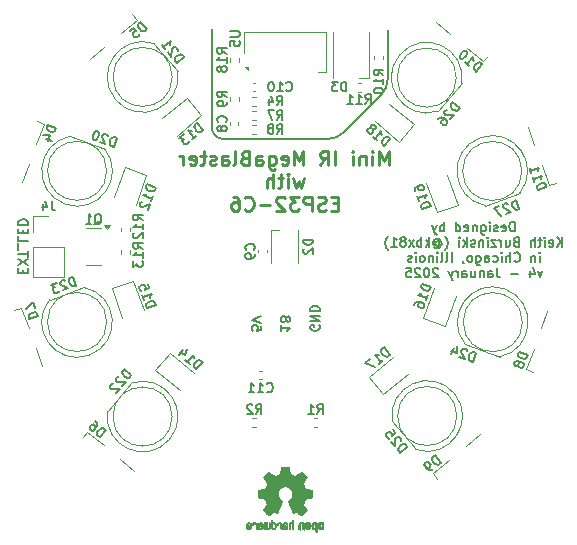
<source format=gbr>
G04 #@! TF.GenerationSoftware,KiCad,Pcbnew,8.0.8*
G04 #@! TF.CreationDate,2025-01-26T21:40:06-06:00*
G04 #@! TF.ProjectId,kbxIrBlaster,6b627849-7242-46c6-9173-7465722e6b69,rev?*
G04 #@! TF.SameCoordinates,Original*
G04 #@! TF.FileFunction,Legend,Bot*
G04 #@! TF.FilePolarity,Positive*
%FSLAX46Y46*%
G04 Gerber Fmt 4.6, Leading zero omitted, Abs format (unit mm)*
G04 Created by KiCad (PCBNEW 8.0.8) date 2025-01-26 21:40:06*
%MOMM*%
%LPD*%
G01*
G04 APERTURE LIST*
%ADD10C,0.200000*%
%ADD11C,0.250000*%
%ADD12C,0.160000*%
%ADD13C,0.120000*%
%ADD14C,0.010000*%
G04 APERTURE END LIST*
D10*
X144800000Y-80900000D02*
G75*
G02*
X143800000Y-79900000I0J1000000D01*
G01*
X155014214Y-80314213D02*
G75*
G02*
X153600000Y-80899971I-1414214J1414313D01*
G01*
X144800000Y-80900000D02*
X153600000Y-80900000D01*
X155014214Y-80314213D02*
X158114214Y-77214213D01*
X158700000Y-75800000D02*
G75*
G02*
X158114214Y-77214213I-2000000J0D01*
G01*
X143800000Y-71600000D02*
X143800000Y-79900000D01*
X158700000Y-75800000D02*
X158700000Y-71650000D01*
D11*
X158771428Y-83110209D02*
X158771428Y-81910209D01*
X158771428Y-81910209D02*
X158371428Y-82767352D01*
X158371428Y-82767352D02*
X157971428Y-81910209D01*
X157971428Y-81910209D02*
X157971428Y-83110209D01*
X157399999Y-83110209D02*
X157399999Y-82310209D01*
X157399999Y-81910209D02*
X157457142Y-81967352D01*
X157457142Y-81967352D02*
X157399999Y-82024495D01*
X157399999Y-82024495D02*
X157342856Y-81967352D01*
X157342856Y-81967352D02*
X157399999Y-81910209D01*
X157399999Y-81910209D02*
X157399999Y-82024495D01*
X156828570Y-82310209D02*
X156828570Y-83110209D01*
X156828570Y-82424495D02*
X156771427Y-82367352D01*
X156771427Y-82367352D02*
X156657142Y-82310209D01*
X156657142Y-82310209D02*
X156485713Y-82310209D01*
X156485713Y-82310209D02*
X156371427Y-82367352D01*
X156371427Y-82367352D02*
X156314285Y-82481638D01*
X156314285Y-82481638D02*
X156314285Y-83110209D01*
X155742856Y-83110209D02*
X155742856Y-82310209D01*
X155742856Y-81910209D02*
X155799999Y-81967352D01*
X155799999Y-81967352D02*
X155742856Y-82024495D01*
X155742856Y-82024495D02*
X155685713Y-81967352D01*
X155685713Y-81967352D02*
X155742856Y-81910209D01*
X155742856Y-81910209D02*
X155742856Y-82024495D01*
X154257141Y-83110209D02*
X154257141Y-81910209D01*
X152999998Y-83110209D02*
X153399998Y-82538781D01*
X153685712Y-83110209D02*
X153685712Y-81910209D01*
X153685712Y-81910209D02*
X153228569Y-81910209D01*
X153228569Y-81910209D02*
X153114284Y-81967352D01*
X153114284Y-81967352D02*
X153057141Y-82024495D01*
X153057141Y-82024495D02*
X152999998Y-82138781D01*
X152999998Y-82138781D02*
X152999998Y-82310209D01*
X152999998Y-82310209D02*
X153057141Y-82424495D01*
X153057141Y-82424495D02*
X153114284Y-82481638D01*
X153114284Y-82481638D02*
X153228569Y-82538781D01*
X153228569Y-82538781D02*
X153685712Y-82538781D01*
X151571426Y-83110209D02*
X151571426Y-81910209D01*
X151571426Y-81910209D02*
X151171426Y-82767352D01*
X151171426Y-82767352D02*
X150771426Y-81910209D01*
X150771426Y-81910209D02*
X150771426Y-83110209D01*
X149742854Y-83053067D02*
X149857140Y-83110209D01*
X149857140Y-83110209D02*
X150085712Y-83110209D01*
X150085712Y-83110209D02*
X150199997Y-83053067D01*
X150199997Y-83053067D02*
X150257140Y-82938781D01*
X150257140Y-82938781D02*
X150257140Y-82481638D01*
X150257140Y-82481638D02*
X150199997Y-82367352D01*
X150199997Y-82367352D02*
X150085712Y-82310209D01*
X150085712Y-82310209D02*
X149857140Y-82310209D01*
X149857140Y-82310209D02*
X149742854Y-82367352D01*
X149742854Y-82367352D02*
X149685712Y-82481638D01*
X149685712Y-82481638D02*
X149685712Y-82595924D01*
X149685712Y-82595924D02*
X150257140Y-82710209D01*
X148657141Y-82310209D02*
X148657141Y-83281638D01*
X148657141Y-83281638D02*
X148714283Y-83395924D01*
X148714283Y-83395924D02*
X148771426Y-83453067D01*
X148771426Y-83453067D02*
X148885712Y-83510209D01*
X148885712Y-83510209D02*
X149057141Y-83510209D01*
X149057141Y-83510209D02*
X149171426Y-83453067D01*
X148657141Y-83053067D02*
X148771426Y-83110209D01*
X148771426Y-83110209D02*
X148999998Y-83110209D01*
X148999998Y-83110209D02*
X149114283Y-83053067D01*
X149114283Y-83053067D02*
X149171426Y-82995924D01*
X149171426Y-82995924D02*
X149228569Y-82881638D01*
X149228569Y-82881638D02*
X149228569Y-82538781D01*
X149228569Y-82538781D02*
X149171426Y-82424495D01*
X149171426Y-82424495D02*
X149114283Y-82367352D01*
X149114283Y-82367352D02*
X148999998Y-82310209D01*
X148999998Y-82310209D02*
X148771426Y-82310209D01*
X148771426Y-82310209D02*
X148657141Y-82367352D01*
X147571427Y-83110209D02*
X147571427Y-82481638D01*
X147571427Y-82481638D02*
X147628569Y-82367352D01*
X147628569Y-82367352D02*
X147742855Y-82310209D01*
X147742855Y-82310209D02*
X147971427Y-82310209D01*
X147971427Y-82310209D02*
X148085712Y-82367352D01*
X147571427Y-83053067D02*
X147685712Y-83110209D01*
X147685712Y-83110209D02*
X147971427Y-83110209D01*
X147971427Y-83110209D02*
X148085712Y-83053067D01*
X148085712Y-83053067D02*
X148142855Y-82938781D01*
X148142855Y-82938781D02*
X148142855Y-82824495D01*
X148142855Y-82824495D02*
X148085712Y-82710209D01*
X148085712Y-82710209D02*
X147971427Y-82653067D01*
X147971427Y-82653067D02*
X147685712Y-82653067D01*
X147685712Y-82653067D02*
X147571427Y-82595924D01*
X146599998Y-82481638D02*
X146428570Y-82538781D01*
X146428570Y-82538781D02*
X146371427Y-82595924D01*
X146371427Y-82595924D02*
X146314284Y-82710209D01*
X146314284Y-82710209D02*
X146314284Y-82881638D01*
X146314284Y-82881638D02*
X146371427Y-82995924D01*
X146371427Y-82995924D02*
X146428570Y-83053067D01*
X146428570Y-83053067D02*
X146542855Y-83110209D01*
X146542855Y-83110209D02*
X146999998Y-83110209D01*
X146999998Y-83110209D02*
X146999998Y-81910209D01*
X146999998Y-81910209D02*
X146599998Y-81910209D01*
X146599998Y-81910209D02*
X146485713Y-81967352D01*
X146485713Y-81967352D02*
X146428570Y-82024495D01*
X146428570Y-82024495D02*
X146371427Y-82138781D01*
X146371427Y-82138781D02*
X146371427Y-82253067D01*
X146371427Y-82253067D02*
X146428570Y-82367352D01*
X146428570Y-82367352D02*
X146485713Y-82424495D01*
X146485713Y-82424495D02*
X146599998Y-82481638D01*
X146599998Y-82481638D02*
X146999998Y-82481638D01*
X145628570Y-83110209D02*
X145742855Y-83053067D01*
X145742855Y-83053067D02*
X145799998Y-82938781D01*
X145799998Y-82938781D02*
X145799998Y-81910209D01*
X144657142Y-83110209D02*
X144657142Y-82481638D01*
X144657142Y-82481638D02*
X144714284Y-82367352D01*
X144714284Y-82367352D02*
X144828570Y-82310209D01*
X144828570Y-82310209D02*
X145057142Y-82310209D01*
X145057142Y-82310209D02*
X145171427Y-82367352D01*
X144657142Y-83053067D02*
X144771427Y-83110209D01*
X144771427Y-83110209D02*
X145057142Y-83110209D01*
X145057142Y-83110209D02*
X145171427Y-83053067D01*
X145171427Y-83053067D02*
X145228570Y-82938781D01*
X145228570Y-82938781D02*
X145228570Y-82824495D01*
X145228570Y-82824495D02*
X145171427Y-82710209D01*
X145171427Y-82710209D02*
X145057142Y-82653067D01*
X145057142Y-82653067D02*
X144771427Y-82653067D01*
X144771427Y-82653067D02*
X144657142Y-82595924D01*
X144142856Y-83053067D02*
X144028570Y-83110209D01*
X144028570Y-83110209D02*
X143799999Y-83110209D01*
X143799999Y-83110209D02*
X143685713Y-83053067D01*
X143685713Y-83053067D02*
X143628570Y-82938781D01*
X143628570Y-82938781D02*
X143628570Y-82881638D01*
X143628570Y-82881638D02*
X143685713Y-82767352D01*
X143685713Y-82767352D02*
X143799999Y-82710209D01*
X143799999Y-82710209D02*
X143971428Y-82710209D01*
X143971428Y-82710209D02*
X144085713Y-82653067D01*
X144085713Y-82653067D02*
X144142856Y-82538781D01*
X144142856Y-82538781D02*
X144142856Y-82481638D01*
X144142856Y-82481638D02*
X144085713Y-82367352D01*
X144085713Y-82367352D02*
X143971428Y-82310209D01*
X143971428Y-82310209D02*
X143799999Y-82310209D01*
X143799999Y-82310209D02*
X143685713Y-82367352D01*
X143285713Y-82310209D02*
X142828570Y-82310209D01*
X143114284Y-81910209D02*
X143114284Y-82938781D01*
X143114284Y-82938781D02*
X143057141Y-83053067D01*
X143057141Y-83053067D02*
X142942856Y-83110209D01*
X142942856Y-83110209D02*
X142828570Y-83110209D01*
X141971427Y-83053067D02*
X142085713Y-83110209D01*
X142085713Y-83110209D02*
X142314285Y-83110209D01*
X142314285Y-83110209D02*
X142428570Y-83053067D01*
X142428570Y-83053067D02*
X142485713Y-82938781D01*
X142485713Y-82938781D02*
X142485713Y-82481638D01*
X142485713Y-82481638D02*
X142428570Y-82367352D01*
X142428570Y-82367352D02*
X142314285Y-82310209D01*
X142314285Y-82310209D02*
X142085713Y-82310209D01*
X142085713Y-82310209D02*
X141971427Y-82367352D01*
X141971427Y-82367352D02*
X141914285Y-82481638D01*
X141914285Y-82481638D02*
X141914285Y-82595924D01*
X141914285Y-82595924D02*
X142485713Y-82710209D01*
X141399999Y-83110209D02*
X141399999Y-82310209D01*
X141399999Y-82538781D02*
X141342856Y-82424495D01*
X141342856Y-82424495D02*
X141285714Y-82367352D01*
X141285714Y-82367352D02*
X141171428Y-82310209D01*
X141171428Y-82310209D02*
X141057142Y-82310209D01*
X151628571Y-84242142D02*
X151400000Y-85042142D01*
X151400000Y-85042142D02*
X151171428Y-84470714D01*
X151171428Y-84470714D02*
X150942857Y-85042142D01*
X150942857Y-85042142D02*
X150714285Y-84242142D01*
X150257142Y-85042142D02*
X150257142Y-84242142D01*
X150257142Y-83842142D02*
X150314285Y-83899285D01*
X150314285Y-83899285D02*
X150257142Y-83956428D01*
X150257142Y-83956428D02*
X150199999Y-83899285D01*
X150199999Y-83899285D02*
X150257142Y-83842142D01*
X150257142Y-83842142D02*
X150257142Y-83956428D01*
X149857142Y-84242142D02*
X149399999Y-84242142D01*
X149685713Y-83842142D02*
X149685713Y-84870714D01*
X149685713Y-84870714D02*
X149628570Y-84985000D01*
X149628570Y-84985000D02*
X149514285Y-85042142D01*
X149514285Y-85042142D02*
X149399999Y-85042142D01*
X148999999Y-85042142D02*
X148999999Y-83842142D01*
X148485714Y-85042142D02*
X148485714Y-84413571D01*
X148485714Y-84413571D02*
X148542856Y-84299285D01*
X148542856Y-84299285D02*
X148657142Y-84242142D01*
X148657142Y-84242142D02*
X148828571Y-84242142D01*
X148828571Y-84242142D02*
X148942856Y-84299285D01*
X148942856Y-84299285D02*
X148999999Y-84356428D01*
X154485713Y-86345504D02*
X154085713Y-86345504D01*
X153914285Y-86974075D02*
X154485713Y-86974075D01*
X154485713Y-86974075D02*
X154485713Y-85774075D01*
X154485713Y-85774075D02*
X153914285Y-85774075D01*
X153457142Y-86916933D02*
X153285714Y-86974075D01*
X153285714Y-86974075D02*
X152999999Y-86974075D01*
X152999999Y-86974075D02*
X152885714Y-86916933D01*
X152885714Y-86916933D02*
X152828571Y-86859790D01*
X152828571Y-86859790D02*
X152771428Y-86745504D01*
X152771428Y-86745504D02*
X152771428Y-86631218D01*
X152771428Y-86631218D02*
X152828571Y-86516933D01*
X152828571Y-86516933D02*
X152885714Y-86459790D01*
X152885714Y-86459790D02*
X152999999Y-86402647D01*
X152999999Y-86402647D02*
X153228571Y-86345504D01*
X153228571Y-86345504D02*
X153342856Y-86288361D01*
X153342856Y-86288361D02*
X153399999Y-86231218D01*
X153399999Y-86231218D02*
X153457142Y-86116933D01*
X153457142Y-86116933D02*
X153457142Y-86002647D01*
X153457142Y-86002647D02*
X153399999Y-85888361D01*
X153399999Y-85888361D02*
X153342856Y-85831218D01*
X153342856Y-85831218D02*
X153228571Y-85774075D01*
X153228571Y-85774075D02*
X152942856Y-85774075D01*
X152942856Y-85774075D02*
X152771428Y-85831218D01*
X152257142Y-86974075D02*
X152257142Y-85774075D01*
X152257142Y-85774075D02*
X151799999Y-85774075D01*
X151799999Y-85774075D02*
X151685714Y-85831218D01*
X151685714Y-85831218D02*
X151628571Y-85888361D01*
X151628571Y-85888361D02*
X151571428Y-86002647D01*
X151571428Y-86002647D02*
X151571428Y-86174075D01*
X151571428Y-86174075D02*
X151628571Y-86288361D01*
X151628571Y-86288361D02*
X151685714Y-86345504D01*
X151685714Y-86345504D02*
X151799999Y-86402647D01*
X151799999Y-86402647D02*
X152257142Y-86402647D01*
X151171428Y-85774075D02*
X150428571Y-85774075D01*
X150428571Y-85774075D02*
X150828571Y-86231218D01*
X150828571Y-86231218D02*
X150657142Y-86231218D01*
X150657142Y-86231218D02*
X150542857Y-86288361D01*
X150542857Y-86288361D02*
X150485714Y-86345504D01*
X150485714Y-86345504D02*
X150428571Y-86459790D01*
X150428571Y-86459790D02*
X150428571Y-86745504D01*
X150428571Y-86745504D02*
X150485714Y-86859790D01*
X150485714Y-86859790D02*
X150542857Y-86916933D01*
X150542857Y-86916933D02*
X150657142Y-86974075D01*
X150657142Y-86974075D02*
X150999999Y-86974075D01*
X150999999Y-86974075D02*
X151114285Y-86916933D01*
X151114285Y-86916933D02*
X151171428Y-86859790D01*
X149971428Y-85888361D02*
X149914285Y-85831218D01*
X149914285Y-85831218D02*
X149800000Y-85774075D01*
X149800000Y-85774075D02*
X149514285Y-85774075D01*
X149514285Y-85774075D02*
X149400000Y-85831218D01*
X149400000Y-85831218D02*
X149342857Y-85888361D01*
X149342857Y-85888361D02*
X149285714Y-86002647D01*
X149285714Y-86002647D02*
X149285714Y-86116933D01*
X149285714Y-86116933D02*
X149342857Y-86288361D01*
X149342857Y-86288361D02*
X150028571Y-86974075D01*
X150028571Y-86974075D02*
X149285714Y-86974075D01*
X148771428Y-86516933D02*
X147857143Y-86516933D01*
X146600000Y-86859790D02*
X146657143Y-86916933D01*
X146657143Y-86916933D02*
X146828571Y-86974075D01*
X146828571Y-86974075D02*
X146942857Y-86974075D01*
X146942857Y-86974075D02*
X147114286Y-86916933D01*
X147114286Y-86916933D02*
X147228571Y-86802647D01*
X147228571Y-86802647D02*
X147285714Y-86688361D01*
X147285714Y-86688361D02*
X147342857Y-86459790D01*
X147342857Y-86459790D02*
X147342857Y-86288361D01*
X147342857Y-86288361D02*
X147285714Y-86059790D01*
X147285714Y-86059790D02*
X147228571Y-85945504D01*
X147228571Y-85945504D02*
X147114286Y-85831218D01*
X147114286Y-85831218D02*
X146942857Y-85774075D01*
X146942857Y-85774075D02*
X146828571Y-85774075D01*
X146828571Y-85774075D02*
X146657143Y-85831218D01*
X146657143Y-85831218D02*
X146600000Y-85888361D01*
X145571429Y-85774075D02*
X145800000Y-85774075D01*
X145800000Y-85774075D02*
X145914286Y-85831218D01*
X145914286Y-85831218D02*
X145971429Y-85888361D01*
X145971429Y-85888361D02*
X146085714Y-86059790D01*
X146085714Y-86059790D02*
X146142857Y-86288361D01*
X146142857Y-86288361D02*
X146142857Y-86745504D01*
X146142857Y-86745504D02*
X146085714Y-86859790D01*
X146085714Y-86859790D02*
X146028571Y-86916933D01*
X146028571Y-86916933D02*
X145914286Y-86974075D01*
X145914286Y-86974075D02*
X145685714Y-86974075D01*
X145685714Y-86974075D02*
X145571429Y-86916933D01*
X145571429Y-86916933D02*
X145514286Y-86859790D01*
X145514286Y-86859790D02*
X145457143Y-86745504D01*
X145457143Y-86745504D02*
X145457143Y-86459790D01*
X145457143Y-86459790D02*
X145514286Y-86345504D01*
X145514286Y-86345504D02*
X145571429Y-86288361D01*
X145571429Y-86288361D02*
X145685714Y-86231218D01*
X145685714Y-86231218D02*
X145914286Y-86231218D01*
X145914286Y-86231218D02*
X146028571Y-86288361D01*
X146028571Y-86288361D02*
X146085714Y-86345504D01*
X146085714Y-86345504D02*
X146142857Y-86459790D01*
D12*
X169466666Y-88729843D02*
X169466666Y-87929843D01*
X169466666Y-87929843D02*
X169276190Y-87929843D01*
X169276190Y-87929843D02*
X169161904Y-87967938D01*
X169161904Y-87967938D02*
X169085714Y-88044128D01*
X169085714Y-88044128D02*
X169047619Y-88120319D01*
X169047619Y-88120319D02*
X169009523Y-88272700D01*
X169009523Y-88272700D02*
X169009523Y-88386986D01*
X169009523Y-88386986D02*
X169047619Y-88539367D01*
X169047619Y-88539367D02*
X169085714Y-88615557D01*
X169085714Y-88615557D02*
X169161904Y-88691748D01*
X169161904Y-88691748D02*
X169276190Y-88729843D01*
X169276190Y-88729843D02*
X169466666Y-88729843D01*
X168361904Y-88691748D02*
X168438095Y-88729843D01*
X168438095Y-88729843D02*
X168590476Y-88729843D01*
X168590476Y-88729843D02*
X168666666Y-88691748D01*
X168666666Y-88691748D02*
X168704762Y-88615557D01*
X168704762Y-88615557D02*
X168704762Y-88310795D01*
X168704762Y-88310795D02*
X168666666Y-88234605D01*
X168666666Y-88234605D02*
X168590476Y-88196509D01*
X168590476Y-88196509D02*
X168438095Y-88196509D01*
X168438095Y-88196509D02*
X168361904Y-88234605D01*
X168361904Y-88234605D02*
X168323809Y-88310795D01*
X168323809Y-88310795D02*
X168323809Y-88386986D01*
X168323809Y-88386986D02*
X168704762Y-88463176D01*
X168019048Y-88691748D02*
X167942857Y-88729843D01*
X167942857Y-88729843D02*
X167790476Y-88729843D01*
X167790476Y-88729843D02*
X167714286Y-88691748D01*
X167714286Y-88691748D02*
X167676190Y-88615557D01*
X167676190Y-88615557D02*
X167676190Y-88577462D01*
X167676190Y-88577462D02*
X167714286Y-88501271D01*
X167714286Y-88501271D02*
X167790476Y-88463176D01*
X167790476Y-88463176D02*
X167904762Y-88463176D01*
X167904762Y-88463176D02*
X167980952Y-88425081D01*
X167980952Y-88425081D02*
X168019048Y-88348890D01*
X168019048Y-88348890D02*
X168019048Y-88310795D01*
X168019048Y-88310795D02*
X167980952Y-88234605D01*
X167980952Y-88234605D02*
X167904762Y-88196509D01*
X167904762Y-88196509D02*
X167790476Y-88196509D01*
X167790476Y-88196509D02*
X167714286Y-88234605D01*
X167333333Y-88729843D02*
X167333333Y-88196509D01*
X167333333Y-87929843D02*
X167371429Y-87967938D01*
X167371429Y-87967938D02*
X167333333Y-88006033D01*
X167333333Y-88006033D02*
X167295238Y-87967938D01*
X167295238Y-87967938D02*
X167333333Y-87929843D01*
X167333333Y-87929843D02*
X167333333Y-88006033D01*
X166609524Y-88196509D02*
X166609524Y-88844128D01*
X166609524Y-88844128D02*
X166647619Y-88920319D01*
X166647619Y-88920319D02*
X166685715Y-88958414D01*
X166685715Y-88958414D02*
X166761905Y-88996509D01*
X166761905Y-88996509D02*
X166876191Y-88996509D01*
X166876191Y-88996509D02*
X166952381Y-88958414D01*
X166609524Y-88691748D02*
X166685715Y-88729843D01*
X166685715Y-88729843D02*
X166838096Y-88729843D01*
X166838096Y-88729843D02*
X166914286Y-88691748D01*
X166914286Y-88691748D02*
X166952381Y-88653652D01*
X166952381Y-88653652D02*
X166990477Y-88577462D01*
X166990477Y-88577462D02*
X166990477Y-88348890D01*
X166990477Y-88348890D02*
X166952381Y-88272700D01*
X166952381Y-88272700D02*
X166914286Y-88234605D01*
X166914286Y-88234605D02*
X166838096Y-88196509D01*
X166838096Y-88196509D02*
X166685715Y-88196509D01*
X166685715Y-88196509D02*
X166609524Y-88234605D01*
X166228571Y-88196509D02*
X166228571Y-88729843D01*
X166228571Y-88272700D02*
X166190476Y-88234605D01*
X166190476Y-88234605D02*
X166114286Y-88196509D01*
X166114286Y-88196509D02*
X166000000Y-88196509D01*
X166000000Y-88196509D02*
X165923809Y-88234605D01*
X165923809Y-88234605D02*
X165885714Y-88310795D01*
X165885714Y-88310795D02*
X165885714Y-88729843D01*
X165199999Y-88691748D02*
X165276190Y-88729843D01*
X165276190Y-88729843D02*
X165428571Y-88729843D01*
X165428571Y-88729843D02*
X165504761Y-88691748D01*
X165504761Y-88691748D02*
X165542857Y-88615557D01*
X165542857Y-88615557D02*
X165542857Y-88310795D01*
X165542857Y-88310795D02*
X165504761Y-88234605D01*
X165504761Y-88234605D02*
X165428571Y-88196509D01*
X165428571Y-88196509D02*
X165276190Y-88196509D01*
X165276190Y-88196509D02*
X165199999Y-88234605D01*
X165199999Y-88234605D02*
X165161904Y-88310795D01*
X165161904Y-88310795D02*
X165161904Y-88386986D01*
X165161904Y-88386986D02*
X165542857Y-88463176D01*
X164476190Y-88729843D02*
X164476190Y-87929843D01*
X164476190Y-88691748D02*
X164552381Y-88729843D01*
X164552381Y-88729843D02*
X164704762Y-88729843D01*
X164704762Y-88729843D02*
X164780952Y-88691748D01*
X164780952Y-88691748D02*
X164819047Y-88653652D01*
X164819047Y-88653652D02*
X164857143Y-88577462D01*
X164857143Y-88577462D02*
X164857143Y-88348890D01*
X164857143Y-88348890D02*
X164819047Y-88272700D01*
X164819047Y-88272700D02*
X164780952Y-88234605D01*
X164780952Y-88234605D02*
X164704762Y-88196509D01*
X164704762Y-88196509D02*
X164552381Y-88196509D01*
X164552381Y-88196509D02*
X164476190Y-88234605D01*
X163485713Y-88729843D02*
X163485713Y-87929843D01*
X163485713Y-88234605D02*
X163409523Y-88196509D01*
X163409523Y-88196509D02*
X163257142Y-88196509D01*
X163257142Y-88196509D02*
X163180951Y-88234605D01*
X163180951Y-88234605D02*
X163142856Y-88272700D01*
X163142856Y-88272700D02*
X163104761Y-88348890D01*
X163104761Y-88348890D02*
X163104761Y-88577462D01*
X163104761Y-88577462D02*
X163142856Y-88653652D01*
X163142856Y-88653652D02*
X163180951Y-88691748D01*
X163180951Y-88691748D02*
X163257142Y-88729843D01*
X163257142Y-88729843D02*
X163409523Y-88729843D01*
X163409523Y-88729843D02*
X163485713Y-88691748D01*
X162838094Y-88196509D02*
X162647618Y-88729843D01*
X162457141Y-88196509D02*
X162647618Y-88729843D01*
X162647618Y-88729843D02*
X162723808Y-88920319D01*
X162723808Y-88920319D02*
X162761903Y-88958414D01*
X162761903Y-88958414D02*
X162838094Y-88996509D01*
X173485713Y-90017798D02*
X173485713Y-89217798D01*
X173028570Y-90017798D02*
X173371428Y-89560655D01*
X173028570Y-89217798D02*
X173485713Y-89674941D01*
X172380951Y-89979703D02*
X172457142Y-90017798D01*
X172457142Y-90017798D02*
X172609523Y-90017798D01*
X172609523Y-90017798D02*
X172685713Y-89979703D01*
X172685713Y-89979703D02*
X172723809Y-89903512D01*
X172723809Y-89903512D02*
X172723809Y-89598750D01*
X172723809Y-89598750D02*
X172685713Y-89522560D01*
X172685713Y-89522560D02*
X172609523Y-89484464D01*
X172609523Y-89484464D02*
X172457142Y-89484464D01*
X172457142Y-89484464D02*
X172380951Y-89522560D01*
X172380951Y-89522560D02*
X172342856Y-89598750D01*
X172342856Y-89598750D02*
X172342856Y-89674941D01*
X172342856Y-89674941D02*
X172723809Y-89751131D01*
X171999999Y-90017798D02*
X171999999Y-89484464D01*
X171999999Y-89217798D02*
X172038095Y-89255893D01*
X172038095Y-89255893D02*
X171999999Y-89293988D01*
X171999999Y-89293988D02*
X171961904Y-89255893D01*
X171961904Y-89255893D02*
X171999999Y-89217798D01*
X171999999Y-89217798D02*
X171999999Y-89293988D01*
X171733333Y-89484464D02*
X171428571Y-89484464D01*
X171619047Y-89217798D02*
X171619047Y-89903512D01*
X171619047Y-89903512D02*
X171580952Y-89979703D01*
X171580952Y-89979703D02*
X171504762Y-90017798D01*
X171504762Y-90017798D02*
X171428571Y-90017798D01*
X171161904Y-90017798D02*
X171161904Y-89217798D01*
X170819047Y-90017798D02*
X170819047Y-89598750D01*
X170819047Y-89598750D02*
X170857142Y-89522560D01*
X170857142Y-89522560D02*
X170933333Y-89484464D01*
X170933333Y-89484464D02*
X171047619Y-89484464D01*
X171047619Y-89484464D02*
X171123809Y-89522560D01*
X171123809Y-89522560D02*
X171161904Y-89560655D01*
X169561904Y-89598750D02*
X169447618Y-89636845D01*
X169447618Y-89636845D02*
X169409523Y-89674941D01*
X169409523Y-89674941D02*
X169371427Y-89751131D01*
X169371427Y-89751131D02*
X169371427Y-89865417D01*
X169371427Y-89865417D02*
X169409523Y-89941607D01*
X169409523Y-89941607D02*
X169447618Y-89979703D01*
X169447618Y-89979703D02*
X169523808Y-90017798D01*
X169523808Y-90017798D02*
X169828570Y-90017798D01*
X169828570Y-90017798D02*
X169828570Y-89217798D01*
X169828570Y-89217798D02*
X169561904Y-89217798D01*
X169561904Y-89217798D02*
X169485713Y-89255893D01*
X169485713Y-89255893D02*
X169447618Y-89293988D01*
X169447618Y-89293988D02*
X169409523Y-89370179D01*
X169409523Y-89370179D02*
X169409523Y-89446369D01*
X169409523Y-89446369D02*
X169447618Y-89522560D01*
X169447618Y-89522560D02*
X169485713Y-89560655D01*
X169485713Y-89560655D02*
X169561904Y-89598750D01*
X169561904Y-89598750D02*
X169828570Y-89598750D01*
X168685713Y-89484464D02*
X168685713Y-90017798D01*
X169028570Y-89484464D02*
X169028570Y-89903512D01*
X169028570Y-89903512D02*
X168990475Y-89979703D01*
X168990475Y-89979703D02*
X168914285Y-90017798D01*
X168914285Y-90017798D02*
X168799999Y-90017798D01*
X168799999Y-90017798D02*
X168723808Y-89979703D01*
X168723808Y-89979703D02*
X168685713Y-89941607D01*
X168304760Y-90017798D02*
X168304760Y-89484464D01*
X168304760Y-89636845D02*
X168266665Y-89560655D01*
X168266665Y-89560655D02*
X168228570Y-89522560D01*
X168228570Y-89522560D02*
X168152379Y-89484464D01*
X168152379Y-89484464D02*
X168076189Y-89484464D01*
X167885713Y-89484464D02*
X167466665Y-89484464D01*
X167466665Y-89484464D02*
X167885713Y-90017798D01*
X167885713Y-90017798D02*
X167466665Y-90017798D01*
X167161903Y-90017798D02*
X167161903Y-89484464D01*
X167161903Y-89217798D02*
X167199999Y-89255893D01*
X167199999Y-89255893D02*
X167161903Y-89293988D01*
X167161903Y-89293988D02*
X167123808Y-89255893D01*
X167123808Y-89255893D02*
X167161903Y-89217798D01*
X167161903Y-89217798D02*
X167161903Y-89293988D01*
X166780951Y-89484464D02*
X166780951Y-90017798D01*
X166780951Y-89560655D02*
X166742856Y-89522560D01*
X166742856Y-89522560D02*
X166666666Y-89484464D01*
X166666666Y-89484464D02*
X166552380Y-89484464D01*
X166552380Y-89484464D02*
X166476189Y-89522560D01*
X166476189Y-89522560D02*
X166438094Y-89598750D01*
X166438094Y-89598750D02*
X166438094Y-90017798D01*
X166095237Y-89979703D02*
X166019046Y-90017798D01*
X166019046Y-90017798D02*
X165866665Y-90017798D01*
X165866665Y-90017798D02*
X165790475Y-89979703D01*
X165790475Y-89979703D02*
X165752379Y-89903512D01*
X165752379Y-89903512D02*
X165752379Y-89865417D01*
X165752379Y-89865417D02*
X165790475Y-89789226D01*
X165790475Y-89789226D02*
X165866665Y-89751131D01*
X165866665Y-89751131D02*
X165980951Y-89751131D01*
X165980951Y-89751131D02*
X166057141Y-89713036D01*
X166057141Y-89713036D02*
X166095237Y-89636845D01*
X166095237Y-89636845D02*
X166095237Y-89598750D01*
X166095237Y-89598750D02*
X166057141Y-89522560D01*
X166057141Y-89522560D02*
X165980951Y-89484464D01*
X165980951Y-89484464D02*
X165866665Y-89484464D01*
X165866665Y-89484464D02*
X165790475Y-89522560D01*
X165409522Y-90017798D02*
X165409522Y-89217798D01*
X165333332Y-89713036D02*
X165104760Y-90017798D01*
X165104760Y-89484464D02*
X165409522Y-89789226D01*
X164761903Y-90017798D02*
X164761903Y-89484464D01*
X164761903Y-89217798D02*
X164799999Y-89255893D01*
X164799999Y-89255893D02*
X164761903Y-89293988D01*
X164761903Y-89293988D02*
X164723808Y-89255893D01*
X164723808Y-89255893D02*
X164761903Y-89217798D01*
X164761903Y-89217798D02*
X164761903Y-89293988D01*
X163542856Y-90322560D02*
X163580951Y-90284464D01*
X163580951Y-90284464D02*
X163657142Y-90170179D01*
X163657142Y-90170179D02*
X163695237Y-90093988D01*
X163695237Y-90093988D02*
X163733332Y-89979703D01*
X163733332Y-89979703D02*
X163771427Y-89789226D01*
X163771427Y-89789226D02*
X163771427Y-89636845D01*
X163771427Y-89636845D02*
X163733332Y-89446369D01*
X163733332Y-89446369D02*
X163695237Y-89332083D01*
X163695237Y-89332083D02*
X163657142Y-89255893D01*
X163657142Y-89255893D02*
X163580951Y-89141607D01*
X163580951Y-89141607D02*
X163542856Y-89103512D01*
X162742856Y-89636845D02*
X162780951Y-89598750D01*
X162780951Y-89598750D02*
X162857142Y-89560655D01*
X162857142Y-89560655D02*
X162933332Y-89560655D01*
X162933332Y-89560655D02*
X163009523Y-89598750D01*
X163009523Y-89598750D02*
X163047618Y-89636845D01*
X163047618Y-89636845D02*
X163085713Y-89713036D01*
X163085713Y-89713036D02*
X163085713Y-89789226D01*
X163085713Y-89789226D02*
X163047618Y-89865417D01*
X163047618Y-89865417D02*
X163009523Y-89903512D01*
X163009523Y-89903512D02*
X162933332Y-89941607D01*
X162933332Y-89941607D02*
X162857142Y-89941607D01*
X162857142Y-89941607D02*
X162780951Y-89903512D01*
X162780951Y-89903512D02*
X162742856Y-89865417D01*
X162742856Y-89560655D02*
X162742856Y-89865417D01*
X162742856Y-89865417D02*
X162704761Y-89903512D01*
X162704761Y-89903512D02*
X162666666Y-89903512D01*
X162666666Y-89903512D02*
X162590475Y-89865417D01*
X162590475Y-89865417D02*
X162552380Y-89789226D01*
X162552380Y-89789226D02*
X162552380Y-89598750D01*
X162552380Y-89598750D02*
X162628571Y-89484464D01*
X162628571Y-89484464D02*
X162742856Y-89408274D01*
X162742856Y-89408274D02*
X162895237Y-89370179D01*
X162895237Y-89370179D02*
X163047618Y-89408274D01*
X163047618Y-89408274D02*
X163161904Y-89484464D01*
X163161904Y-89484464D02*
X163238094Y-89598750D01*
X163238094Y-89598750D02*
X163276190Y-89751131D01*
X163276190Y-89751131D02*
X163238094Y-89903512D01*
X163238094Y-89903512D02*
X163161904Y-90017798D01*
X163161904Y-90017798D02*
X163047618Y-90093988D01*
X163047618Y-90093988D02*
X162895237Y-90132083D01*
X162895237Y-90132083D02*
X162742856Y-90093988D01*
X162742856Y-90093988D02*
X162628571Y-90017798D01*
X162209523Y-90017798D02*
X162209523Y-89217798D01*
X162133333Y-89713036D02*
X161904761Y-90017798D01*
X161904761Y-89484464D02*
X162209523Y-89789226D01*
X161561904Y-90017798D02*
X161561904Y-89217798D01*
X161561904Y-89522560D02*
X161485714Y-89484464D01*
X161485714Y-89484464D02*
X161333333Y-89484464D01*
X161333333Y-89484464D02*
X161257142Y-89522560D01*
X161257142Y-89522560D02*
X161219047Y-89560655D01*
X161219047Y-89560655D02*
X161180952Y-89636845D01*
X161180952Y-89636845D02*
X161180952Y-89865417D01*
X161180952Y-89865417D02*
X161219047Y-89941607D01*
X161219047Y-89941607D02*
X161257142Y-89979703D01*
X161257142Y-89979703D02*
X161333333Y-90017798D01*
X161333333Y-90017798D02*
X161485714Y-90017798D01*
X161485714Y-90017798D02*
X161561904Y-89979703D01*
X160914285Y-90017798D02*
X160495237Y-89484464D01*
X160914285Y-89484464D02*
X160495237Y-90017798D01*
X160076190Y-89560655D02*
X160152380Y-89522560D01*
X160152380Y-89522560D02*
X160190475Y-89484464D01*
X160190475Y-89484464D02*
X160228571Y-89408274D01*
X160228571Y-89408274D02*
X160228571Y-89370179D01*
X160228571Y-89370179D02*
X160190475Y-89293988D01*
X160190475Y-89293988D02*
X160152380Y-89255893D01*
X160152380Y-89255893D02*
X160076190Y-89217798D01*
X160076190Y-89217798D02*
X159923809Y-89217798D01*
X159923809Y-89217798D02*
X159847618Y-89255893D01*
X159847618Y-89255893D02*
X159809523Y-89293988D01*
X159809523Y-89293988D02*
X159771428Y-89370179D01*
X159771428Y-89370179D02*
X159771428Y-89408274D01*
X159771428Y-89408274D02*
X159809523Y-89484464D01*
X159809523Y-89484464D02*
X159847618Y-89522560D01*
X159847618Y-89522560D02*
X159923809Y-89560655D01*
X159923809Y-89560655D02*
X160076190Y-89560655D01*
X160076190Y-89560655D02*
X160152380Y-89598750D01*
X160152380Y-89598750D02*
X160190475Y-89636845D01*
X160190475Y-89636845D02*
X160228571Y-89713036D01*
X160228571Y-89713036D02*
X160228571Y-89865417D01*
X160228571Y-89865417D02*
X160190475Y-89941607D01*
X160190475Y-89941607D02*
X160152380Y-89979703D01*
X160152380Y-89979703D02*
X160076190Y-90017798D01*
X160076190Y-90017798D02*
X159923809Y-90017798D01*
X159923809Y-90017798D02*
X159847618Y-89979703D01*
X159847618Y-89979703D02*
X159809523Y-89941607D01*
X159809523Y-89941607D02*
X159771428Y-89865417D01*
X159771428Y-89865417D02*
X159771428Y-89713036D01*
X159771428Y-89713036D02*
X159809523Y-89636845D01*
X159809523Y-89636845D02*
X159847618Y-89598750D01*
X159847618Y-89598750D02*
X159923809Y-89560655D01*
X159009523Y-90017798D02*
X159466666Y-90017798D01*
X159238094Y-90017798D02*
X159238094Y-89217798D01*
X159238094Y-89217798D02*
X159314285Y-89332083D01*
X159314285Y-89332083D02*
X159390475Y-89408274D01*
X159390475Y-89408274D02*
X159466666Y-89446369D01*
X158742856Y-90322560D02*
X158704761Y-90284464D01*
X158704761Y-90284464D02*
X158628570Y-90170179D01*
X158628570Y-90170179D02*
X158590475Y-90093988D01*
X158590475Y-90093988D02*
X158552380Y-89979703D01*
X158552380Y-89979703D02*
X158514284Y-89789226D01*
X158514284Y-89789226D02*
X158514284Y-89636845D01*
X158514284Y-89636845D02*
X158552380Y-89446369D01*
X158552380Y-89446369D02*
X158590475Y-89332083D01*
X158590475Y-89332083D02*
X158628570Y-89255893D01*
X158628570Y-89255893D02*
X158704761Y-89141607D01*
X158704761Y-89141607D02*
X158742856Y-89103512D01*
X171580952Y-91305753D02*
X171580952Y-90772419D01*
X171580952Y-90505753D02*
X171619048Y-90543848D01*
X171619048Y-90543848D02*
X171580952Y-90581943D01*
X171580952Y-90581943D02*
X171542857Y-90543848D01*
X171542857Y-90543848D02*
X171580952Y-90505753D01*
X171580952Y-90505753D02*
X171580952Y-90581943D01*
X171200000Y-90772419D02*
X171200000Y-91305753D01*
X171200000Y-90848610D02*
X171161905Y-90810515D01*
X171161905Y-90810515D02*
X171085715Y-90772419D01*
X171085715Y-90772419D02*
X170971429Y-90772419D01*
X170971429Y-90772419D02*
X170895238Y-90810515D01*
X170895238Y-90810515D02*
X170857143Y-90886705D01*
X170857143Y-90886705D02*
X170857143Y-91305753D01*
X169409523Y-91229562D02*
X169447619Y-91267658D01*
X169447619Y-91267658D02*
X169561904Y-91305753D01*
X169561904Y-91305753D02*
X169638095Y-91305753D01*
X169638095Y-91305753D02*
X169752381Y-91267658D01*
X169752381Y-91267658D02*
X169828571Y-91191467D01*
X169828571Y-91191467D02*
X169866666Y-91115277D01*
X169866666Y-91115277D02*
X169904762Y-90962896D01*
X169904762Y-90962896D02*
X169904762Y-90848610D01*
X169904762Y-90848610D02*
X169866666Y-90696229D01*
X169866666Y-90696229D02*
X169828571Y-90620038D01*
X169828571Y-90620038D02*
X169752381Y-90543848D01*
X169752381Y-90543848D02*
X169638095Y-90505753D01*
X169638095Y-90505753D02*
X169561904Y-90505753D01*
X169561904Y-90505753D02*
X169447619Y-90543848D01*
X169447619Y-90543848D02*
X169409523Y-90581943D01*
X169066666Y-91305753D02*
X169066666Y-90505753D01*
X168723809Y-91305753D02*
X168723809Y-90886705D01*
X168723809Y-90886705D02*
X168761904Y-90810515D01*
X168761904Y-90810515D02*
X168838095Y-90772419D01*
X168838095Y-90772419D02*
X168952381Y-90772419D01*
X168952381Y-90772419D02*
X169028571Y-90810515D01*
X169028571Y-90810515D02*
X169066666Y-90848610D01*
X168342856Y-91305753D02*
X168342856Y-90772419D01*
X168342856Y-90505753D02*
X168380952Y-90543848D01*
X168380952Y-90543848D02*
X168342856Y-90581943D01*
X168342856Y-90581943D02*
X168304761Y-90543848D01*
X168304761Y-90543848D02*
X168342856Y-90505753D01*
X168342856Y-90505753D02*
X168342856Y-90581943D01*
X167619047Y-91267658D02*
X167695238Y-91305753D01*
X167695238Y-91305753D02*
X167847619Y-91305753D01*
X167847619Y-91305753D02*
X167923809Y-91267658D01*
X167923809Y-91267658D02*
X167961904Y-91229562D01*
X167961904Y-91229562D02*
X168000000Y-91153372D01*
X168000000Y-91153372D02*
X168000000Y-90924800D01*
X168000000Y-90924800D02*
X167961904Y-90848610D01*
X167961904Y-90848610D02*
X167923809Y-90810515D01*
X167923809Y-90810515D02*
X167847619Y-90772419D01*
X167847619Y-90772419D02*
X167695238Y-90772419D01*
X167695238Y-90772419D02*
X167619047Y-90810515D01*
X166933333Y-91305753D02*
X166933333Y-90886705D01*
X166933333Y-90886705D02*
X166971428Y-90810515D01*
X166971428Y-90810515D02*
X167047619Y-90772419D01*
X167047619Y-90772419D02*
X167200000Y-90772419D01*
X167200000Y-90772419D02*
X167276190Y-90810515D01*
X166933333Y-91267658D02*
X167009524Y-91305753D01*
X167009524Y-91305753D02*
X167200000Y-91305753D01*
X167200000Y-91305753D02*
X167276190Y-91267658D01*
X167276190Y-91267658D02*
X167314286Y-91191467D01*
X167314286Y-91191467D02*
X167314286Y-91115277D01*
X167314286Y-91115277D02*
X167276190Y-91039086D01*
X167276190Y-91039086D02*
X167200000Y-91000991D01*
X167200000Y-91000991D02*
X167009524Y-91000991D01*
X167009524Y-91000991D02*
X166933333Y-90962896D01*
X166209523Y-90772419D02*
X166209523Y-91420038D01*
X166209523Y-91420038D02*
X166247618Y-91496229D01*
X166247618Y-91496229D02*
X166285714Y-91534324D01*
X166285714Y-91534324D02*
X166361904Y-91572419D01*
X166361904Y-91572419D02*
X166476190Y-91572419D01*
X166476190Y-91572419D02*
X166552380Y-91534324D01*
X166209523Y-91267658D02*
X166285714Y-91305753D01*
X166285714Y-91305753D02*
X166438095Y-91305753D01*
X166438095Y-91305753D02*
X166514285Y-91267658D01*
X166514285Y-91267658D02*
X166552380Y-91229562D01*
X166552380Y-91229562D02*
X166590476Y-91153372D01*
X166590476Y-91153372D02*
X166590476Y-90924800D01*
X166590476Y-90924800D02*
X166552380Y-90848610D01*
X166552380Y-90848610D02*
X166514285Y-90810515D01*
X166514285Y-90810515D02*
X166438095Y-90772419D01*
X166438095Y-90772419D02*
X166285714Y-90772419D01*
X166285714Y-90772419D02*
X166209523Y-90810515D01*
X165714285Y-91305753D02*
X165790475Y-91267658D01*
X165790475Y-91267658D02*
X165828570Y-91229562D01*
X165828570Y-91229562D02*
X165866666Y-91153372D01*
X165866666Y-91153372D02*
X165866666Y-90924800D01*
X165866666Y-90924800D02*
X165828570Y-90848610D01*
X165828570Y-90848610D02*
X165790475Y-90810515D01*
X165790475Y-90810515D02*
X165714285Y-90772419D01*
X165714285Y-90772419D02*
X165599999Y-90772419D01*
X165599999Y-90772419D02*
X165523808Y-90810515D01*
X165523808Y-90810515D02*
X165485713Y-90848610D01*
X165485713Y-90848610D02*
X165447618Y-90924800D01*
X165447618Y-90924800D02*
X165447618Y-91153372D01*
X165447618Y-91153372D02*
X165485713Y-91229562D01*
X165485713Y-91229562D02*
X165523808Y-91267658D01*
X165523808Y-91267658D02*
X165599999Y-91305753D01*
X165599999Y-91305753D02*
X165714285Y-91305753D01*
X165066665Y-91267658D02*
X165066665Y-91305753D01*
X165066665Y-91305753D02*
X165104760Y-91381943D01*
X165104760Y-91381943D02*
X165142856Y-91420038D01*
X164114284Y-91305753D02*
X164114284Y-90505753D01*
X163619047Y-91305753D02*
X163695237Y-91267658D01*
X163695237Y-91267658D02*
X163733332Y-91191467D01*
X163733332Y-91191467D02*
X163733332Y-90505753D01*
X163199999Y-91305753D02*
X163276189Y-91267658D01*
X163276189Y-91267658D02*
X163314284Y-91191467D01*
X163314284Y-91191467D02*
X163314284Y-90505753D01*
X162895236Y-91305753D02*
X162895236Y-90772419D01*
X162895236Y-90505753D02*
X162933332Y-90543848D01*
X162933332Y-90543848D02*
X162895236Y-90581943D01*
X162895236Y-90581943D02*
X162857141Y-90543848D01*
X162857141Y-90543848D02*
X162895236Y-90505753D01*
X162895236Y-90505753D02*
X162895236Y-90581943D01*
X162514284Y-90772419D02*
X162514284Y-91305753D01*
X162514284Y-90848610D02*
X162476189Y-90810515D01*
X162476189Y-90810515D02*
X162399999Y-90772419D01*
X162399999Y-90772419D02*
X162285713Y-90772419D01*
X162285713Y-90772419D02*
X162209522Y-90810515D01*
X162209522Y-90810515D02*
X162171427Y-90886705D01*
X162171427Y-90886705D02*
X162171427Y-91305753D01*
X161676189Y-91305753D02*
X161752379Y-91267658D01*
X161752379Y-91267658D02*
X161790474Y-91229562D01*
X161790474Y-91229562D02*
X161828570Y-91153372D01*
X161828570Y-91153372D02*
X161828570Y-90924800D01*
X161828570Y-90924800D02*
X161790474Y-90848610D01*
X161790474Y-90848610D02*
X161752379Y-90810515D01*
X161752379Y-90810515D02*
X161676189Y-90772419D01*
X161676189Y-90772419D02*
X161561903Y-90772419D01*
X161561903Y-90772419D02*
X161485712Y-90810515D01*
X161485712Y-90810515D02*
X161447617Y-90848610D01*
X161447617Y-90848610D02*
X161409522Y-90924800D01*
X161409522Y-90924800D02*
X161409522Y-91153372D01*
X161409522Y-91153372D02*
X161447617Y-91229562D01*
X161447617Y-91229562D02*
X161485712Y-91267658D01*
X161485712Y-91267658D02*
X161561903Y-91305753D01*
X161561903Y-91305753D02*
X161676189Y-91305753D01*
X161066664Y-91305753D02*
X161066664Y-90772419D01*
X161066664Y-90505753D02*
X161104760Y-90543848D01*
X161104760Y-90543848D02*
X161066664Y-90581943D01*
X161066664Y-90581943D02*
X161028569Y-90543848D01*
X161028569Y-90543848D02*
X161066664Y-90505753D01*
X161066664Y-90505753D02*
X161066664Y-90581943D01*
X160723808Y-91267658D02*
X160647617Y-91305753D01*
X160647617Y-91305753D02*
X160495236Y-91305753D01*
X160495236Y-91305753D02*
X160419046Y-91267658D01*
X160419046Y-91267658D02*
X160380950Y-91191467D01*
X160380950Y-91191467D02*
X160380950Y-91153372D01*
X160380950Y-91153372D02*
X160419046Y-91077181D01*
X160419046Y-91077181D02*
X160495236Y-91039086D01*
X160495236Y-91039086D02*
X160609522Y-91039086D01*
X160609522Y-91039086D02*
X160685712Y-91000991D01*
X160685712Y-91000991D02*
X160723808Y-90924800D01*
X160723808Y-90924800D02*
X160723808Y-90886705D01*
X160723808Y-90886705D02*
X160685712Y-90810515D01*
X160685712Y-90810515D02*
X160609522Y-90772419D01*
X160609522Y-90772419D02*
X160495236Y-90772419D01*
X160495236Y-90772419D02*
X160419046Y-90810515D01*
X171809525Y-92060374D02*
X171619049Y-92593708D01*
X171619049Y-92593708D02*
X171428572Y-92060374D01*
X170780953Y-92060374D02*
X170780953Y-92593708D01*
X170971429Y-91755613D02*
X171161906Y-92327041D01*
X171161906Y-92327041D02*
X170666667Y-92327041D01*
X169752381Y-92288946D02*
X169142858Y-92288946D01*
X167923810Y-91793708D02*
X167923810Y-92365136D01*
X167923810Y-92365136D02*
X167961905Y-92479422D01*
X167961905Y-92479422D02*
X168038096Y-92555613D01*
X168038096Y-92555613D02*
X168152381Y-92593708D01*
X168152381Y-92593708D02*
X168228572Y-92593708D01*
X167200000Y-92593708D02*
X167200000Y-92174660D01*
X167200000Y-92174660D02*
X167238095Y-92098470D01*
X167238095Y-92098470D02*
X167314286Y-92060374D01*
X167314286Y-92060374D02*
X167466667Y-92060374D01*
X167466667Y-92060374D02*
X167542857Y-92098470D01*
X167200000Y-92555613D02*
X167276191Y-92593708D01*
X167276191Y-92593708D02*
X167466667Y-92593708D01*
X167466667Y-92593708D02*
X167542857Y-92555613D01*
X167542857Y-92555613D02*
X167580953Y-92479422D01*
X167580953Y-92479422D02*
X167580953Y-92403232D01*
X167580953Y-92403232D02*
X167542857Y-92327041D01*
X167542857Y-92327041D02*
X167466667Y-92288946D01*
X167466667Y-92288946D02*
X167276191Y-92288946D01*
X167276191Y-92288946D02*
X167200000Y-92250851D01*
X166819047Y-92060374D02*
X166819047Y-92593708D01*
X166819047Y-92136565D02*
X166780952Y-92098470D01*
X166780952Y-92098470D02*
X166704762Y-92060374D01*
X166704762Y-92060374D02*
X166590476Y-92060374D01*
X166590476Y-92060374D02*
X166514285Y-92098470D01*
X166514285Y-92098470D02*
X166476190Y-92174660D01*
X166476190Y-92174660D02*
X166476190Y-92593708D01*
X165752380Y-92060374D02*
X165752380Y-92593708D01*
X166095237Y-92060374D02*
X166095237Y-92479422D01*
X166095237Y-92479422D02*
X166057142Y-92555613D01*
X166057142Y-92555613D02*
X165980952Y-92593708D01*
X165980952Y-92593708D02*
X165866666Y-92593708D01*
X165866666Y-92593708D02*
X165790475Y-92555613D01*
X165790475Y-92555613D02*
X165752380Y-92517517D01*
X165028570Y-92593708D02*
X165028570Y-92174660D01*
X165028570Y-92174660D02*
X165066665Y-92098470D01*
X165066665Y-92098470D02*
X165142856Y-92060374D01*
X165142856Y-92060374D02*
X165295237Y-92060374D01*
X165295237Y-92060374D02*
X165371427Y-92098470D01*
X165028570Y-92555613D02*
X165104761Y-92593708D01*
X165104761Y-92593708D02*
X165295237Y-92593708D01*
X165295237Y-92593708D02*
X165371427Y-92555613D01*
X165371427Y-92555613D02*
X165409523Y-92479422D01*
X165409523Y-92479422D02*
X165409523Y-92403232D01*
X165409523Y-92403232D02*
X165371427Y-92327041D01*
X165371427Y-92327041D02*
X165295237Y-92288946D01*
X165295237Y-92288946D02*
X165104761Y-92288946D01*
X165104761Y-92288946D02*
X165028570Y-92250851D01*
X164647617Y-92593708D02*
X164647617Y-92060374D01*
X164647617Y-92212755D02*
X164609522Y-92136565D01*
X164609522Y-92136565D02*
X164571427Y-92098470D01*
X164571427Y-92098470D02*
X164495236Y-92060374D01*
X164495236Y-92060374D02*
X164419046Y-92060374D01*
X164228570Y-92060374D02*
X164038094Y-92593708D01*
X163847617Y-92060374D02*
X164038094Y-92593708D01*
X164038094Y-92593708D02*
X164114284Y-92784184D01*
X164114284Y-92784184D02*
X164152379Y-92822279D01*
X164152379Y-92822279D02*
X164228570Y-92860374D01*
X162971427Y-91869898D02*
X162933331Y-91831803D01*
X162933331Y-91831803D02*
X162857141Y-91793708D01*
X162857141Y-91793708D02*
X162666665Y-91793708D01*
X162666665Y-91793708D02*
X162590474Y-91831803D01*
X162590474Y-91831803D02*
X162552379Y-91869898D01*
X162552379Y-91869898D02*
X162514284Y-91946089D01*
X162514284Y-91946089D02*
X162514284Y-92022279D01*
X162514284Y-92022279D02*
X162552379Y-92136565D01*
X162552379Y-92136565D02*
X163009522Y-92593708D01*
X163009522Y-92593708D02*
X162514284Y-92593708D01*
X162019045Y-91793708D02*
X161942855Y-91793708D01*
X161942855Y-91793708D02*
X161866664Y-91831803D01*
X161866664Y-91831803D02*
X161828569Y-91869898D01*
X161828569Y-91869898D02*
X161790474Y-91946089D01*
X161790474Y-91946089D02*
X161752379Y-92098470D01*
X161752379Y-92098470D02*
X161752379Y-92288946D01*
X161752379Y-92288946D02*
X161790474Y-92441327D01*
X161790474Y-92441327D02*
X161828569Y-92517517D01*
X161828569Y-92517517D02*
X161866664Y-92555613D01*
X161866664Y-92555613D02*
X161942855Y-92593708D01*
X161942855Y-92593708D02*
X162019045Y-92593708D01*
X162019045Y-92593708D02*
X162095236Y-92555613D01*
X162095236Y-92555613D02*
X162133331Y-92517517D01*
X162133331Y-92517517D02*
X162171426Y-92441327D01*
X162171426Y-92441327D02*
X162209522Y-92288946D01*
X162209522Y-92288946D02*
X162209522Y-92098470D01*
X162209522Y-92098470D02*
X162171426Y-91946089D01*
X162171426Y-91946089D02*
X162133331Y-91869898D01*
X162133331Y-91869898D02*
X162095236Y-91831803D01*
X162095236Y-91831803D02*
X162019045Y-91793708D01*
X161447617Y-91869898D02*
X161409521Y-91831803D01*
X161409521Y-91831803D02*
X161333331Y-91793708D01*
X161333331Y-91793708D02*
X161142855Y-91793708D01*
X161142855Y-91793708D02*
X161066664Y-91831803D01*
X161066664Y-91831803D02*
X161028569Y-91869898D01*
X161028569Y-91869898D02*
X160990474Y-91946089D01*
X160990474Y-91946089D02*
X160990474Y-92022279D01*
X160990474Y-92022279D02*
X161028569Y-92136565D01*
X161028569Y-92136565D02*
X161485712Y-92593708D01*
X161485712Y-92593708D02*
X160990474Y-92593708D01*
X160266664Y-91793708D02*
X160647616Y-91793708D01*
X160647616Y-91793708D02*
X160685712Y-92174660D01*
X160685712Y-92174660D02*
X160647616Y-92136565D01*
X160647616Y-92136565D02*
X160571426Y-92098470D01*
X160571426Y-92098470D02*
X160380950Y-92098470D01*
X160380950Y-92098470D02*
X160304759Y-92136565D01*
X160304759Y-92136565D02*
X160266664Y-92174660D01*
X160266664Y-92174660D02*
X160228569Y-92250851D01*
X160228569Y-92250851D02*
X160228569Y-92441327D01*
X160228569Y-92441327D02*
X160266664Y-92517517D01*
X160266664Y-92517517D02*
X160304759Y-92555613D01*
X160304759Y-92555613D02*
X160380950Y-92593708D01*
X160380950Y-92593708D02*
X160571426Y-92593708D01*
X160571426Y-92593708D02*
X160647616Y-92555613D01*
X160647616Y-92555613D02*
X160685712Y-92517517D01*
X147988224Y-96723308D02*
X147988224Y-97104260D01*
X147988224Y-97104260D02*
X147607272Y-97142356D01*
X147607272Y-97142356D02*
X147645367Y-97104260D01*
X147645367Y-97104260D02*
X147683462Y-97028070D01*
X147683462Y-97028070D02*
X147683462Y-96837594D01*
X147683462Y-96837594D02*
X147645367Y-96761403D01*
X147645367Y-96761403D02*
X147607272Y-96723308D01*
X147607272Y-96723308D02*
X147531081Y-96685213D01*
X147531081Y-96685213D02*
X147340605Y-96685213D01*
X147340605Y-96685213D02*
X147264415Y-96723308D01*
X147264415Y-96723308D02*
X147226320Y-96761403D01*
X147226320Y-96761403D02*
X147188224Y-96837594D01*
X147188224Y-96837594D02*
X147188224Y-97028070D01*
X147188224Y-97028070D02*
X147226320Y-97104260D01*
X147226320Y-97104260D02*
X147264415Y-97142356D01*
X147988224Y-96456641D02*
X147188224Y-96189974D01*
X147188224Y-96189974D02*
X147988224Y-95923308D01*
X149638224Y-96685213D02*
X149638224Y-97142356D01*
X149638224Y-96913784D02*
X150438224Y-96913784D01*
X150438224Y-96913784D02*
X150323939Y-96989975D01*
X150323939Y-96989975D02*
X150247748Y-97066165D01*
X150247748Y-97066165D02*
X150209653Y-97142356D01*
X150095367Y-96228070D02*
X150133462Y-96304260D01*
X150133462Y-96304260D02*
X150171558Y-96342355D01*
X150171558Y-96342355D02*
X150247748Y-96380451D01*
X150247748Y-96380451D02*
X150285843Y-96380451D01*
X150285843Y-96380451D02*
X150362034Y-96342355D01*
X150362034Y-96342355D02*
X150400129Y-96304260D01*
X150400129Y-96304260D02*
X150438224Y-96228070D01*
X150438224Y-96228070D02*
X150438224Y-96075689D01*
X150438224Y-96075689D02*
X150400129Y-95999498D01*
X150400129Y-95999498D02*
X150362034Y-95961403D01*
X150362034Y-95961403D02*
X150285843Y-95923308D01*
X150285843Y-95923308D02*
X150247748Y-95923308D01*
X150247748Y-95923308D02*
X150171558Y-95961403D01*
X150171558Y-95961403D02*
X150133462Y-95999498D01*
X150133462Y-95999498D02*
X150095367Y-96075689D01*
X150095367Y-96075689D02*
X150095367Y-96228070D01*
X150095367Y-96228070D02*
X150057272Y-96304260D01*
X150057272Y-96304260D02*
X150019177Y-96342355D01*
X150019177Y-96342355D02*
X149942986Y-96380451D01*
X149942986Y-96380451D02*
X149790605Y-96380451D01*
X149790605Y-96380451D02*
X149714415Y-96342355D01*
X149714415Y-96342355D02*
X149676320Y-96304260D01*
X149676320Y-96304260D02*
X149638224Y-96228070D01*
X149638224Y-96228070D02*
X149638224Y-96075689D01*
X149638224Y-96075689D02*
X149676320Y-95999498D01*
X149676320Y-95999498D02*
X149714415Y-95961403D01*
X149714415Y-95961403D02*
X149790605Y-95923308D01*
X149790605Y-95923308D02*
X149942986Y-95923308D01*
X149942986Y-95923308D02*
X150019177Y-95961403D01*
X150019177Y-95961403D02*
X150057272Y-95999498D01*
X150057272Y-95999498D02*
X150095367Y-96075689D01*
X152900129Y-96685213D02*
X152938224Y-96761403D01*
X152938224Y-96761403D02*
X152938224Y-96875689D01*
X152938224Y-96875689D02*
X152900129Y-96989975D01*
X152900129Y-96989975D02*
X152823939Y-97066165D01*
X152823939Y-97066165D02*
X152747748Y-97104260D01*
X152747748Y-97104260D02*
X152595367Y-97142356D01*
X152595367Y-97142356D02*
X152481081Y-97142356D01*
X152481081Y-97142356D02*
X152328700Y-97104260D01*
X152328700Y-97104260D02*
X152252510Y-97066165D01*
X152252510Y-97066165D02*
X152176320Y-96989975D01*
X152176320Y-96989975D02*
X152138224Y-96875689D01*
X152138224Y-96875689D02*
X152138224Y-96799498D01*
X152138224Y-96799498D02*
X152176320Y-96685213D01*
X152176320Y-96685213D02*
X152214415Y-96647117D01*
X152214415Y-96647117D02*
X152481081Y-96647117D01*
X152481081Y-96647117D02*
X152481081Y-96799498D01*
X152138224Y-96304260D02*
X152938224Y-96304260D01*
X152938224Y-96304260D02*
X152138224Y-95847117D01*
X152138224Y-95847117D02*
X152938224Y-95847117D01*
X152138224Y-95466165D02*
X152938224Y-95466165D01*
X152938224Y-95466165D02*
X152938224Y-95275689D01*
X152938224Y-95275689D02*
X152900129Y-95161403D01*
X152900129Y-95161403D02*
X152823939Y-95085213D01*
X152823939Y-95085213D02*
X152747748Y-95047118D01*
X152747748Y-95047118D02*
X152595367Y-95009022D01*
X152595367Y-95009022D02*
X152481081Y-95009022D01*
X152481081Y-95009022D02*
X152328700Y-95047118D01*
X152328700Y-95047118D02*
X152252510Y-95085213D01*
X152252510Y-95085213D02*
X152176320Y-95161403D01*
X152176320Y-95161403D02*
X152138224Y-95275689D01*
X152138224Y-95275689D02*
X152138224Y-95466165D01*
X133876190Y-88137965D02*
X133952380Y-88099870D01*
X133952380Y-88099870D02*
X134028571Y-88023680D01*
X134028571Y-88023680D02*
X134142857Y-87909394D01*
X134142857Y-87909394D02*
X134219047Y-87871299D01*
X134219047Y-87871299D02*
X134295238Y-87871299D01*
X134257142Y-88061775D02*
X134333333Y-88023680D01*
X134333333Y-88023680D02*
X134409523Y-87947489D01*
X134409523Y-87947489D02*
X134447619Y-87795108D01*
X134447619Y-87795108D02*
X134447619Y-87528441D01*
X134447619Y-87528441D02*
X134409523Y-87376060D01*
X134409523Y-87376060D02*
X134333333Y-87299870D01*
X134333333Y-87299870D02*
X134257142Y-87261775D01*
X134257142Y-87261775D02*
X134104761Y-87261775D01*
X134104761Y-87261775D02*
X134028571Y-87299870D01*
X134028571Y-87299870D02*
X133952380Y-87376060D01*
X133952380Y-87376060D02*
X133914285Y-87528441D01*
X133914285Y-87528441D02*
X133914285Y-87795108D01*
X133914285Y-87795108D02*
X133952380Y-87947489D01*
X133952380Y-87947489D02*
X134028571Y-88023680D01*
X134028571Y-88023680D02*
X134104761Y-88061775D01*
X134104761Y-88061775D02*
X134257142Y-88061775D01*
X133152381Y-88061775D02*
X133609524Y-88061775D01*
X133380952Y-88061775D02*
X133380952Y-87261775D01*
X133380952Y-87261775D02*
X133457143Y-87376060D01*
X133457143Y-87376060D02*
X133533333Y-87452251D01*
X133533333Y-87452251D02*
X133609524Y-87490346D01*
X166211612Y-75201558D02*
X166725842Y-74588722D01*
X166725842Y-74588722D02*
X166579928Y-74466287D01*
X166579928Y-74466287D02*
X166467893Y-74422008D01*
X166467893Y-74422008D02*
X166360554Y-74431399D01*
X166360554Y-74431399D02*
X166282397Y-74465277D01*
X166282397Y-74465277D02*
X166155266Y-74557520D01*
X166155266Y-74557520D02*
X166081804Y-74645068D01*
X166081804Y-74645068D02*
X166013038Y-74786286D01*
X166013038Y-74786286D02*
X165993246Y-74869138D01*
X165993246Y-74869138D02*
X166002637Y-74976478D01*
X166002637Y-74976478D02*
X166065698Y-75079122D01*
X166065698Y-75079122D02*
X166211612Y-75201558D01*
X165277767Y-74417969D02*
X165627959Y-74711815D01*
X165452863Y-74564892D02*
X165967093Y-73952056D01*
X165967093Y-73952056D02*
X165951997Y-74088579D01*
X165951997Y-74088579D02*
X165961388Y-74195918D01*
X165961388Y-74195918D02*
X165995266Y-74274075D01*
X165412622Y-73486800D02*
X165354257Y-73437826D01*
X165354257Y-73437826D02*
X165271405Y-73418035D01*
X165271405Y-73418035D02*
X165217735Y-73422730D01*
X165217735Y-73422730D02*
X165139578Y-73456608D01*
X165139578Y-73456608D02*
X165012447Y-73548852D01*
X165012447Y-73548852D02*
X164890011Y-73694765D01*
X164890011Y-73694765D02*
X164821245Y-73835983D01*
X164821245Y-73835983D02*
X164801453Y-73918835D01*
X164801453Y-73918835D02*
X164806149Y-73972505D01*
X164806149Y-73972505D02*
X164840027Y-74050662D01*
X164840027Y-74050662D02*
X164898392Y-74099636D01*
X164898392Y-74099636D02*
X164981245Y-74119428D01*
X164981245Y-74119428D02*
X165034915Y-74114732D01*
X165034915Y-74114732D02*
X165113071Y-74080854D01*
X165113071Y-74080854D02*
X165240203Y-73988611D01*
X165240203Y-73988611D02*
X165362638Y-73842697D01*
X165362638Y-73842697D02*
X165431404Y-73701480D01*
X165431404Y-73701480D02*
X165451196Y-73618627D01*
X165451196Y-73618627D02*
X165446501Y-73564957D01*
X165446501Y-73564957D02*
X165412622Y-73486800D01*
X137001558Y-100888386D02*
X136388722Y-100374156D01*
X136388722Y-100374156D02*
X136266287Y-100520070D01*
X136266287Y-100520070D02*
X136222008Y-100632105D01*
X136222008Y-100632105D02*
X136231399Y-100739444D01*
X136231399Y-100739444D02*
X136265277Y-100817601D01*
X136265277Y-100817601D02*
X136357520Y-100944732D01*
X136357520Y-100944732D02*
X136445068Y-101018194D01*
X136445068Y-101018194D02*
X136586286Y-101086960D01*
X136586286Y-101086960D02*
X136669138Y-101106752D01*
X136669138Y-101106752D02*
X136776478Y-101097361D01*
X136776478Y-101097361D02*
X136879122Y-101034300D01*
X136879122Y-101034300D02*
X137001558Y-100888386D01*
X135957345Y-101006784D02*
X135903675Y-101011479D01*
X135903675Y-101011479D02*
X135825518Y-101045357D01*
X135825518Y-101045357D02*
X135703082Y-101191270D01*
X135703082Y-101191270D02*
X135683290Y-101274123D01*
X135683290Y-101274123D02*
X135687986Y-101327793D01*
X135687986Y-101327793D02*
X135721864Y-101405950D01*
X135721864Y-101405950D02*
X135780229Y-101454924D01*
X135780229Y-101454924D02*
X135892265Y-101499203D01*
X135892265Y-101499203D02*
X136536302Y-101442857D01*
X136536302Y-101442857D02*
X136217969Y-101822231D01*
X135467602Y-101590437D02*
X135413932Y-101595132D01*
X135413932Y-101595132D02*
X135335775Y-101629010D01*
X135335775Y-101629010D02*
X135213339Y-101774924D01*
X135213339Y-101774924D02*
X135193547Y-101857776D01*
X135193547Y-101857776D02*
X135198243Y-101911446D01*
X135198243Y-101911446D02*
X135232121Y-101989603D01*
X135232121Y-101989603D02*
X135290486Y-102038577D01*
X135290486Y-102038577D02*
X135402521Y-102082856D01*
X135402521Y-102082856D02*
X136046559Y-102026510D01*
X136046559Y-102026510D02*
X135728226Y-102405884D01*
X138284875Y-71597585D02*
X137770645Y-70984749D01*
X137770645Y-70984749D02*
X137624732Y-71107185D01*
X137624732Y-71107185D02*
X137561671Y-71209829D01*
X137561671Y-71209829D02*
X137552280Y-71317169D01*
X137552280Y-71317169D02*
X137572071Y-71400021D01*
X137572071Y-71400021D02*
X137640837Y-71541239D01*
X137640837Y-71541239D02*
X137714299Y-71628787D01*
X137714299Y-71628787D02*
X137841430Y-71721030D01*
X137841430Y-71721030D02*
X137919587Y-71754908D01*
X137919587Y-71754908D02*
X138026927Y-71764299D01*
X138026927Y-71764299D02*
X138138962Y-71720021D01*
X138138962Y-71720021D02*
X138284875Y-71597585D01*
X136865983Y-71743851D02*
X137157809Y-71498979D01*
X137157809Y-71498979D02*
X137431863Y-71766319D01*
X137431863Y-71766319D02*
X137378194Y-71761623D01*
X137378194Y-71761623D02*
X137295341Y-71781415D01*
X137295341Y-71781415D02*
X137149428Y-71903851D01*
X137149428Y-71903851D02*
X137115550Y-71982008D01*
X137115550Y-71982008D02*
X137110854Y-72035677D01*
X137110854Y-72035677D02*
X137130646Y-72118530D01*
X137130646Y-72118530D02*
X137253082Y-72264443D01*
X137253082Y-72264443D02*
X137331239Y-72298321D01*
X137331239Y-72298321D02*
X137384908Y-72303017D01*
X137384908Y-72303017D02*
X137467761Y-72283225D01*
X137467761Y-72283225D02*
X137613674Y-72160789D01*
X137613674Y-72160789D02*
X137647552Y-72082632D01*
X137647552Y-72082632D02*
X137652248Y-72028963D01*
X147385584Y-90266667D02*
X147423680Y-90228571D01*
X147423680Y-90228571D02*
X147461775Y-90114286D01*
X147461775Y-90114286D02*
X147461775Y-90038095D01*
X147461775Y-90038095D02*
X147423680Y-89923809D01*
X147423680Y-89923809D02*
X147347489Y-89847619D01*
X147347489Y-89847619D02*
X147271299Y-89809524D01*
X147271299Y-89809524D02*
X147118918Y-89771428D01*
X147118918Y-89771428D02*
X147004632Y-89771428D01*
X147004632Y-89771428D02*
X146852251Y-89809524D01*
X146852251Y-89809524D02*
X146776060Y-89847619D01*
X146776060Y-89847619D02*
X146699870Y-89923809D01*
X146699870Y-89923809D02*
X146661775Y-90038095D01*
X146661775Y-90038095D02*
X146661775Y-90114286D01*
X146661775Y-90114286D02*
X146699870Y-90228571D01*
X146699870Y-90228571D02*
X146737965Y-90266667D01*
X147461775Y-90647619D02*
X147461775Y-90800000D01*
X147461775Y-90800000D02*
X147423680Y-90876190D01*
X147423680Y-90876190D02*
X147385584Y-90914286D01*
X147385584Y-90914286D02*
X147271299Y-90990476D01*
X147271299Y-90990476D02*
X147118918Y-91028571D01*
X147118918Y-91028571D02*
X146814156Y-91028571D01*
X146814156Y-91028571D02*
X146737965Y-90990476D01*
X146737965Y-90990476D02*
X146699870Y-90952381D01*
X146699870Y-90952381D02*
X146661775Y-90876190D01*
X146661775Y-90876190D02*
X146661775Y-90723809D01*
X146661775Y-90723809D02*
X146699870Y-90647619D01*
X146699870Y-90647619D02*
X146737965Y-90609524D01*
X146737965Y-90609524D02*
X146814156Y-90571428D01*
X146814156Y-90571428D02*
X147004632Y-90571428D01*
X147004632Y-90571428D02*
X147080822Y-90609524D01*
X147080822Y-90609524D02*
X147118918Y-90647619D01*
X147118918Y-90647619D02*
X147157013Y-90723809D01*
X147157013Y-90723809D02*
X147157013Y-90876190D01*
X147157013Y-90876190D02*
X147118918Y-90952381D01*
X147118918Y-90952381D02*
X147080822Y-90990476D01*
X147080822Y-90990476D02*
X147004632Y-91028571D01*
X149333332Y-80461775D02*
X149599999Y-80080822D01*
X149790475Y-80461775D02*
X149790475Y-79661775D01*
X149790475Y-79661775D02*
X149485713Y-79661775D01*
X149485713Y-79661775D02*
X149409523Y-79699870D01*
X149409523Y-79699870D02*
X149371428Y-79737965D01*
X149371428Y-79737965D02*
X149333332Y-79814156D01*
X149333332Y-79814156D02*
X149333332Y-79928441D01*
X149333332Y-79928441D02*
X149371428Y-80004632D01*
X149371428Y-80004632D02*
X149409523Y-80042727D01*
X149409523Y-80042727D02*
X149485713Y-80080822D01*
X149485713Y-80080822D02*
X149790475Y-80080822D01*
X148876190Y-80004632D02*
X148952380Y-79966537D01*
X148952380Y-79966537D02*
X148990475Y-79928441D01*
X148990475Y-79928441D02*
X149028571Y-79852251D01*
X149028571Y-79852251D02*
X149028571Y-79814156D01*
X149028571Y-79814156D02*
X148990475Y-79737965D01*
X148990475Y-79737965D02*
X148952380Y-79699870D01*
X148952380Y-79699870D02*
X148876190Y-79661775D01*
X148876190Y-79661775D02*
X148723809Y-79661775D01*
X148723809Y-79661775D02*
X148647618Y-79699870D01*
X148647618Y-79699870D02*
X148609523Y-79737965D01*
X148609523Y-79737965D02*
X148571428Y-79814156D01*
X148571428Y-79814156D02*
X148571428Y-79852251D01*
X148571428Y-79852251D02*
X148609523Y-79928441D01*
X148609523Y-79928441D02*
X148647618Y-79966537D01*
X148647618Y-79966537D02*
X148723809Y-80004632D01*
X148723809Y-80004632D02*
X148876190Y-80004632D01*
X148876190Y-80004632D02*
X148952380Y-80042727D01*
X148952380Y-80042727D02*
X148990475Y-80080822D01*
X148990475Y-80080822D02*
X149028571Y-80157013D01*
X149028571Y-80157013D02*
X149028571Y-80309394D01*
X149028571Y-80309394D02*
X148990475Y-80385584D01*
X148990475Y-80385584D02*
X148952380Y-80423680D01*
X148952380Y-80423680D02*
X148876190Y-80461775D01*
X148876190Y-80461775D02*
X148723809Y-80461775D01*
X148723809Y-80461775D02*
X148647618Y-80423680D01*
X148647618Y-80423680D02*
X148609523Y-80385584D01*
X148609523Y-80385584D02*
X148571428Y-80309394D01*
X148571428Y-80309394D02*
X148571428Y-80157013D01*
X148571428Y-80157013D02*
X148609523Y-80080822D01*
X148609523Y-80080822D02*
X148647618Y-80042727D01*
X148647618Y-80042727D02*
X148723809Y-80004632D01*
X152361775Y-89409524D02*
X151561775Y-89409524D01*
X151561775Y-89409524D02*
X151561775Y-89600000D01*
X151561775Y-89600000D02*
X151599870Y-89714286D01*
X151599870Y-89714286D02*
X151676060Y-89790476D01*
X151676060Y-89790476D02*
X151752251Y-89828571D01*
X151752251Y-89828571D02*
X151904632Y-89866667D01*
X151904632Y-89866667D02*
X152018918Y-89866667D01*
X152018918Y-89866667D02*
X152171299Y-89828571D01*
X152171299Y-89828571D02*
X152247489Y-89790476D01*
X152247489Y-89790476D02*
X152323680Y-89714286D01*
X152323680Y-89714286D02*
X152361775Y-89600000D01*
X152361775Y-89600000D02*
X152361775Y-89409524D01*
X151637965Y-90171428D02*
X151599870Y-90209524D01*
X151599870Y-90209524D02*
X151561775Y-90285714D01*
X151561775Y-90285714D02*
X151561775Y-90476190D01*
X151561775Y-90476190D02*
X151599870Y-90552381D01*
X151599870Y-90552381D02*
X151637965Y-90590476D01*
X151637965Y-90590476D02*
X151714156Y-90628571D01*
X151714156Y-90628571D02*
X151790346Y-90628571D01*
X151790346Y-90628571D02*
X151904632Y-90590476D01*
X151904632Y-90590476D02*
X152361775Y-90133333D01*
X152361775Y-90133333D02*
X152361775Y-90628571D01*
X165889110Y-99772205D02*
X166162726Y-99020451D01*
X166162726Y-99020451D02*
X165983737Y-98955304D01*
X165983737Y-98955304D02*
X165863314Y-98952014D01*
X165863314Y-98952014D02*
X165765660Y-98997551D01*
X165765660Y-98997551D02*
X165703803Y-99056117D01*
X165703803Y-99056117D02*
X165615888Y-99186279D01*
X165615888Y-99186279D02*
X165576800Y-99293673D01*
X165576800Y-99293673D02*
X165560480Y-99449893D01*
X165560480Y-99449893D02*
X165570219Y-99534518D01*
X165570219Y-99534518D02*
X165615756Y-99632173D01*
X165615756Y-99632173D02*
X165710120Y-99707059D01*
X165710120Y-99707059D02*
X165889110Y-99772205D01*
X165420711Y-98831460D02*
X165397942Y-98782633D01*
X165397942Y-98782633D02*
X165339376Y-98720776D01*
X165339376Y-98720776D02*
X165160387Y-98655630D01*
X165160387Y-98655630D02*
X165075762Y-98665369D01*
X165075762Y-98665369D02*
X165026935Y-98688137D01*
X165026935Y-98688137D02*
X164965078Y-98746704D01*
X164965078Y-98746704D02*
X164939020Y-98818299D01*
X164939020Y-98818299D02*
X164935729Y-98938722D01*
X164935729Y-98938722D02*
X165208951Y-99524648D01*
X165208951Y-99524648D02*
X164743580Y-99355266D01*
X164281629Y-98619569D02*
X164099219Y-99120738D01*
X164564853Y-98398333D02*
X164548402Y-99000447D01*
X164548402Y-99000447D02*
X164083031Y-98831066D01*
X152733332Y-104161775D02*
X152999999Y-103780822D01*
X153190475Y-104161775D02*
X153190475Y-103361775D01*
X153190475Y-103361775D02*
X152885713Y-103361775D01*
X152885713Y-103361775D02*
X152809523Y-103399870D01*
X152809523Y-103399870D02*
X152771428Y-103437965D01*
X152771428Y-103437965D02*
X152733332Y-103514156D01*
X152733332Y-103514156D02*
X152733332Y-103628441D01*
X152733332Y-103628441D02*
X152771428Y-103704632D01*
X152771428Y-103704632D02*
X152809523Y-103742727D01*
X152809523Y-103742727D02*
X152885713Y-103780822D01*
X152885713Y-103780822D02*
X153190475Y-103780822D01*
X151971428Y-104161775D02*
X152428571Y-104161775D01*
X152199999Y-104161775D02*
X152199999Y-103361775D01*
X152199999Y-103361775D02*
X152276190Y-103476060D01*
X152276190Y-103476060D02*
X152352380Y-103552251D01*
X152352380Y-103552251D02*
X152428571Y-103590346D01*
X164801558Y-78288386D02*
X164188722Y-77774156D01*
X164188722Y-77774156D02*
X164066287Y-77920070D01*
X164066287Y-77920070D02*
X164022008Y-78032105D01*
X164022008Y-78032105D02*
X164031399Y-78139444D01*
X164031399Y-78139444D02*
X164065277Y-78217601D01*
X164065277Y-78217601D02*
X164157520Y-78344732D01*
X164157520Y-78344732D02*
X164245068Y-78418194D01*
X164245068Y-78418194D02*
X164386286Y-78486960D01*
X164386286Y-78486960D02*
X164469138Y-78506752D01*
X164469138Y-78506752D02*
X164576478Y-78497361D01*
X164576478Y-78497361D02*
X164679122Y-78434300D01*
X164679122Y-78434300D02*
X164801558Y-78288386D01*
X163757345Y-78406784D02*
X163703675Y-78411479D01*
X163703675Y-78411479D02*
X163625518Y-78445357D01*
X163625518Y-78445357D02*
X163503082Y-78591270D01*
X163503082Y-78591270D02*
X163483290Y-78674123D01*
X163483290Y-78674123D02*
X163487986Y-78727793D01*
X163487986Y-78727793D02*
X163521864Y-78805950D01*
X163521864Y-78805950D02*
X163580229Y-78854924D01*
X163580229Y-78854924D02*
X163692265Y-78899203D01*
X163692265Y-78899203D02*
X164336302Y-78842857D01*
X164336302Y-78842857D02*
X164017969Y-79222231D01*
X162964365Y-79233289D02*
X163062313Y-79116558D01*
X163062313Y-79116558D02*
X163140470Y-79082680D01*
X163140470Y-79082680D02*
X163194140Y-79077985D01*
X163194140Y-79077985D02*
X163330662Y-79093081D01*
X163330662Y-79093081D02*
X163471880Y-79161847D01*
X163471880Y-79161847D02*
X163705341Y-79357744D01*
X163705341Y-79357744D02*
X163739219Y-79435901D01*
X163739219Y-79435901D02*
X163743915Y-79489571D01*
X163743915Y-79489571D02*
X163724123Y-79572423D01*
X163724123Y-79572423D02*
X163626175Y-79689154D01*
X163626175Y-79689154D02*
X163548018Y-79723032D01*
X163548018Y-79723032D02*
X163494348Y-79727727D01*
X163494348Y-79727727D02*
X163411495Y-79707936D01*
X163411495Y-79707936D02*
X163265582Y-79585500D01*
X163265582Y-79585500D02*
X163231704Y-79507343D01*
X163231704Y-79507343D02*
X163227009Y-79453673D01*
X163227009Y-79453673D02*
X163246800Y-79370821D01*
X163246800Y-79370821D02*
X163344749Y-79254090D01*
X163344749Y-79254090D02*
X163422906Y-79220212D01*
X163422906Y-79220212D02*
X163476576Y-79215517D01*
X163476576Y-79215517D02*
X163559428Y-79235308D01*
X134319786Y-106156686D02*
X134834016Y-105543850D01*
X134834016Y-105543850D02*
X134688102Y-105421415D01*
X134688102Y-105421415D02*
X134576067Y-105377136D01*
X134576067Y-105377136D02*
X134468728Y-105386527D01*
X134468728Y-105386527D02*
X134390571Y-105420405D01*
X134390571Y-105420405D02*
X134263440Y-105512648D01*
X134263440Y-105512648D02*
X134189978Y-105600196D01*
X134189978Y-105600196D02*
X134121212Y-105741414D01*
X134121212Y-105741414D02*
X134101421Y-105824267D01*
X134101421Y-105824267D02*
X134110812Y-105931606D01*
X134110812Y-105931606D02*
X134173872Y-106034250D01*
X134173872Y-106034250D02*
X134319786Y-106156686D01*
X133958536Y-104809236D02*
X134075267Y-104907185D01*
X134075267Y-104907185D02*
X134109145Y-104985342D01*
X134109145Y-104985342D02*
X134113841Y-105039011D01*
X134113841Y-105039011D02*
X134098744Y-105175534D01*
X134098744Y-105175534D02*
X134029978Y-105316751D01*
X134029978Y-105316751D02*
X133834081Y-105550212D01*
X133834081Y-105550212D02*
X133755924Y-105584091D01*
X133755924Y-105584091D02*
X133702255Y-105588786D01*
X133702255Y-105588786D02*
X133619402Y-105568994D01*
X133619402Y-105568994D02*
X133502671Y-105471046D01*
X133502671Y-105471046D02*
X133468793Y-105392889D01*
X133468793Y-105392889D02*
X133464098Y-105339219D01*
X133464098Y-105339219D02*
X133483890Y-105256367D01*
X133483890Y-105256367D02*
X133606325Y-105110453D01*
X133606325Y-105110453D02*
X133684482Y-105076575D01*
X133684482Y-105076575D02*
X133738152Y-105071880D01*
X133738152Y-105071880D02*
X133821004Y-105091671D01*
X133821004Y-105091671D02*
X133937735Y-105189620D01*
X133937735Y-105189620D02*
X133971613Y-105267777D01*
X133971613Y-105267777D02*
X133976309Y-105321447D01*
X133976309Y-105321447D02*
X133956517Y-105404299D01*
X142511613Y-100401558D02*
X143025843Y-99788722D01*
X143025843Y-99788722D02*
X142879929Y-99666287D01*
X142879929Y-99666287D02*
X142767894Y-99622008D01*
X142767894Y-99622008D02*
X142660555Y-99631399D01*
X142660555Y-99631399D02*
X142582398Y-99665277D01*
X142582398Y-99665277D02*
X142455267Y-99757520D01*
X142455267Y-99757520D02*
X142381805Y-99845068D01*
X142381805Y-99845068D02*
X142313039Y-99986286D01*
X142313039Y-99986286D02*
X142293247Y-100069138D01*
X142293247Y-100069138D02*
X142302638Y-100176478D01*
X142302638Y-100176478D02*
X142365699Y-100279122D01*
X142365699Y-100279122D02*
X142511613Y-100401558D01*
X141577768Y-99617969D02*
X141927960Y-99911815D01*
X141752864Y-99764892D02*
X142267094Y-99152056D01*
X142267094Y-99152056D02*
X142251998Y-99288579D01*
X142251998Y-99288579D02*
X142261389Y-99395918D01*
X142261389Y-99395918D02*
X142295267Y-99474075D01*
X141395300Y-98768643D02*
X141052480Y-99177200D01*
X141737111Y-98657618D02*
X141515717Y-99217793D01*
X141515717Y-99217793D02*
X141136342Y-98899460D01*
X139072205Y-85010889D02*
X138320451Y-84737273D01*
X138320451Y-84737273D02*
X138255304Y-84916262D01*
X138255304Y-84916262D02*
X138252014Y-85036685D01*
X138252014Y-85036685D02*
X138297551Y-85134339D01*
X138297551Y-85134339D02*
X138356117Y-85196196D01*
X138356117Y-85196196D02*
X138486279Y-85284111D01*
X138486279Y-85284111D02*
X138593673Y-85323199D01*
X138593673Y-85323199D02*
X138749893Y-85339519D01*
X138749893Y-85339519D02*
X138834518Y-85329780D01*
X138834518Y-85329780D02*
X138932173Y-85284243D01*
X138932173Y-85284243D02*
X139007059Y-85189879D01*
X139007059Y-85189879D02*
X139072205Y-85010889D01*
X138655266Y-86156419D02*
X138811618Y-85726846D01*
X138733442Y-85941633D02*
X137981688Y-85668016D01*
X137981688Y-85668016D02*
X138115140Y-85635509D01*
X138115140Y-85635509D02*
X138212795Y-85589972D01*
X138212795Y-85589972D02*
X138274651Y-85531406D01*
X137870873Y-86195245D02*
X137822046Y-86218013D01*
X137822046Y-86218013D02*
X137760189Y-86276580D01*
X137760189Y-86276580D02*
X137695043Y-86455569D01*
X137695043Y-86455569D02*
X137704782Y-86540194D01*
X137704782Y-86540194D02*
X137727550Y-86589021D01*
X137727550Y-86589021D02*
X137786117Y-86650877D01*
X137786117Y-86650877D02*
X137857712Y-86676936D01*
X137857712Y-86676936D02*
X137978135Y-86680226D01*
X137978135Y-86680226D02*
X138564061Y-86407004D01*
X138564061Y-86407004D02*
X138394680Y-86872376D01*
X170541912Y-99168868D02*
X169790158Y-98895252D01*
X169790158Y-98895252D02*
X169725011Y-99074241D01*
X169725011Y-99074241D02*
X169721721Y-99194664D01*
X169721721Y-99194664D02*
X169767258Y-99292318D01*
X169767258Y-99292318D02*
X169825824Y-99354175D01*
X169825824Y-99354175D02*
X169955986Y-99442090D01*
X169955986Y-99442090D02*
X170063379Y-99481178D01*
X170063379Y-99481178D02*
X170219600Y-99497497D01*
X170219600Y-99497497D02*
X170304225Y-99487758D01*
X170304225Y-99487758D02*
X170401879Y-99442221D01*
X170401879Y-99442221D02*
X170476765Y-99347857D01*
X170476765Y-99347857D02*
X170541912Y-99168868D01*
X169799634Y-99871664D02*
X169789895Y-99787039D01*
X169789895Y-99787039D02*
X169767126Y-99738212D01*
X169767126Y-99738212D02*
X169708560Y-99676355D01*
X169708560Y-99676355D02*
X169672762Y-99663326D01*
X169672762Y-99663326D02*
X169588137Y-99673065D01*
X169588137Y-99673065D02*
X169539310Y-99695833D01*
X169539310Y-99695833D02*
X169477453Y-99754400D01*
X169477453Y-99754400D02*
X169425336Y-99897591D01*
X169425336Y-99897591D02*
X169435075Y-99982216D01*
X169435075Y-99982216D02*
X169457844Y-100031043D01*
X169457844Y-100031043D02*
X169516410Y-100092899D01*
X169516410Y-100092899D02*
X169552208Y-100105929D01*
X169552208Y-100105929D02*
X169636833Y-100096190D01*
X169636833Y-100096190D02*
X169685660Y-100073421D01*
X169685660Y-100073421D02*
X169747516Y-100014855D01*
X169747516Y-100014855D02*
X169799634Y-99871664D01*
X169799634Y-99871664D02*
X169861490Y-99813097D01*
X169861490Y-99813097D02*
X169910317Y-99790329D01*
X169910317Y-99790329D02*
X169994942Y-99780590D01*
X169994942Y-99780590D02*
X170138134Y-99832707D01*
X170138134Y-99832707D02*
X170196700Y-99894564D01*
X170196700Y-99894564D02*
X170219468Y-99943391D01*
X170219468Y-99943391D02*
X170229208Y-100028016D01*
X170229208Y-100028016D02*
X170177090Y-100171207D01*
X170177090Y-100171207D02*
X170115234Y-100229773D01*
X170115234Y-100229773D02*
X170066407Y-100252542D01*
X170066407Y-100252542D02*
X169981782Y-100262281D01*
X169981782Y-100262281D02*
X169838590Y-100210163D01*
X169838590Y-100210163D02*
X169780024Y-100148307D01*
X169780024Y-100148307D02*
X169757256Y-100099480D01*
X169757256Y-100099480D02*
X169747516Y-100014855D01*
X138292290Y-95236578D02*
X139044044Y-94962962D01*
X139044044Y-94962962D02*
X138978898Y-94783973D01*
X138978898Y-94783973D02*
X138904012Y-94689609D01*
X138904012Y-94689609D02*
X138806357Y-94644072D01*
X138806357Y-94644072D02*
X138721732Y-94634333D01*
X138721732Y-94634333D02*
X138565512Y-94650653D01*
X138565512Y-94650653D02*
X138458118Y-94689741D01*
X138458118Y-94689741D02*
X138327957Y-94777656D01*
X138327957Y-94777656D02*
X138269390Y-94839512D01*
X138269390Y-94839512D02*
X138223853Y-94937167D01*
X138223853Y-94937167D02*
X138227144Y-95057589D01*
X138227144Y-95057589D02*
X138292290Y-95236578D01*
X137875351Y-94091048D02*
X138031703Y-94520622D01*
X137953527Y-94305835D02*
X138705281Y-94032219D01*
X138705281Y-94032219D02*
X138623947Y-94142903D01*
X138623947Y-94142903D02*
X138578410Y-94240557D01*
X138578410Y-94240557D02*
X138568671Y-94325182D01*
X138379548Y-93137274D02*
X138509841Y-93495252D01*
X138509841Y-93495252D02*
X138164893Y-93661343D01*
X138164893Y-93661343D02*
X138187661Y-93612516D01*
X138187661Y-93612516D02*
X138197400Y-93527891D01*
X138197400Y-93527891D02*
X138132253Y-93348902D01*
X138132253Y-93348902D02*
X138070397Y-93290335D01*
X138070397Y-93290335D02*
X138021570Y-93267567D01*
X138021570Y-93267567D02*
X137936945Y-93257828D01*
X137936945Y-93257828D02*
X137757956Y-93322974D01*
X137757956Y-93322974D02*
X137699389Y-93384831D01*
X137699389Y-93384831D02*
X137676621Y-93433658D01*
X137676621Y-93433658D02*
X137666882Y-93518283D01*
X137666882Y-93518283D02*
X137732029Y-93697272D01*
X137732029Y-93697272D02*
X137793885Y-93755838D01*
X137793885Y-93755838D02*
X137842712Y-93778607D01*
X132336578Y-93307709D02*
X132062962Y-92555955D01*
X132062962Y-92555955D02*
X131883973Y-92621101D01*
X131883973Y-92621101D02*
X131789609Y-92695987D01*
X131789609Y-92695987D02*
X131744072Y-92793642D01*
X131744072Y-92793642D02*
X131734333Y-92878267D01*
X131734333Y-92878267D02*
X131750653Y-93034487D01*
X131750653Y-93034487D02*
X131789741Y-93141881D01*
X131789741Y-93141881D02*
X131877656Y-93272042D01*
X131877656Y-93272042D02*
X131939512Y-93330609D01*
X131939512Y-93330609D02*
X132037167Y-93376146D01*
X132037167Y-93376146D02*
X132157589Y-93372855D01*
X132157589Y-93372855D02*
X132336578Y-93307709D01*
X131373065Y-92888137D02*
X131324238Y-92865369D01*
X131324238Y-92865369D02*
X131239613Y-92855629D01*
X131239613Y-92855629D02*
X131060623Y-92920776D01*
X131060623Y-92920776D02*
X131002057Y-92982633D01*
X131002057Y-92982633D02*
X130979289Y-93031460D01*
X130979289Y-93031460D02*
X130969550Y-93116085D01*
X130969550Y-93116085D02*
X130995608Y-93187680D01*
X130995608Y-93187680D02*
X131070494Y-93282045D01*
X131070494Y-93282045D02*
X131656420Y-93555266D01*
X131656420Y-93555266D02*
X131191048Y-93724648D01*
X130666847Y-93064099D02*
X130201476Y-93233480D01*
X130201476Y-93233480D02*
X130556295Y-93428658D01*
X130556295Y-93428658D02*
X130448902Y-93467746D01*
X130448902Y-93467746D02*
X130390335Y-93529602D01*
X130390335Y-93529602D02*
X130367567Y-93578429D01*
X130367567Y-93578429D02*
X130357828Y-93663054D01*
X130357828Y-93663054D02*
X130422974Y-93842043D01*
X130422974Y-93842043D02*
X130484831Y-93900610D01*
X130484831Y-93900610D02*
X130533658Y-93923378D01*
X130533658Y-93923378D02*
X130618283Y-93933117D01*
X130618283Y-93933117D02*
X130833070Y-93854941D01*
X130833070Y-93854941D02*
X130891636Y-93793085D01*
X130891636Y-93793085D02*
X130914405Y-93744257D01*
X135489110Y-81572205D02*
X135762726Y-80820451D01*
X135762726Y-80820451D02*
X135583737Y-80755304D01*
X135583737Y-80755304D02*
X135463314Y-80752014D01*
X135463314Y-80752014D02*
X135365660Y-80797551D01*
X135365660Y-80797551D02*
X135303803Y-80856117D01*
X135303803Y-80856117D02*
X135215888Y-80986279D01*
X135215888Y-80986279D02*
X135176800Y-81093673D01*
X135176800Y-81093673D02*
X135160480Y-81249893D01*
X135160480Y-81249893D02*
X135170219Y-81334518D01*
X135170219Y-81334518D02*
X135215756Y-81432173D01*
X135215756Y-81432173D02*
X135310120Y-81507059D01*
X135310120Y-81507059D02*
X135489110Y-81572205D01*
X135020711Y-80631460D02*
X134997942Y-80582633D01*
X134997942Y-80582633D02*
X134939376Y-80520776D01*
X134939376Y-80520776D02*
X134760387Y-80455630D01*
X134760387Y-80455630D02*
X134675762Y-80465369D01*
X134675762Y-80465369D02*
X134626935Y-80488137D01*
X134626935Y-80488137D02*
X134565078Y-80546704D01*
X134565078Y-80546704D02*
X134539020Y-80618299D01*
X134539020Y-80618299D02*
X134535729Y-80738722D01*
X134535729Y-80738722D02*
X134808951Y-81324648D01*
X134808951Y-81324648D02*
X134343580Y-81155266D01*
X134151824Y-80234131D02*
X134080228Y-80208072D01*
X134080228Y-80208072D02*
X133995603Y-80217811D01*
X133995603Y-80217811D02*
X133946776Y-80240580D01*
X133946776Y-80240580D02*
X133884920Y-80299146D01*
X133884920Y-80299146D02*
X133797004Y-80429308D01*
X133797004Y-80429308D02*
X133731858Y-80608297D01*
X133731858Y-80608297D02*
X133715538Y-80764518D01*
X133715538Y-80764518D02*
X133725277Y-80849143D01*
X133725277Y-80849143D02*
X133748046Y-80897970D01*
X133748046Y-80897970D02*
X133806612Y-80959826D01*
X133806612Y-80959826D02*
X133878208Y-80985885D01*
X133878208Y-80985885D02*
X133962833Y-80976146D01*
X133962833Y-80976146D02*
X134011660Y-80953377D01*
X134011660Y-80953377D02*
X134073516Y-80894811D01*
X134073516Y-80894811D02*
X134161431Y-80764649D01*
X134161431Y-80764649D02*
X134226578Y-80585660D01*
X134226578Y-80585660D02*
X134242898Y-80429439D01*
X134242898Y-80429439D02*
X134233159Y-80344814D01*
X134233159Y-80344814D02*
X134210390Y-80295987D01*
X134210390Y-80295987D02*
X134151824Y-80234131D01*
X128361997Y-96178600D02*
X129113751Y-95904984D01*
X129113751Y-95904984D02*
X129048604Y-95725994D01*
X129048604Y-95725994D02*
X128973718Y-95631630D01*
X128973718Y-95631630D02*
X128876064Y-95586093D01*
X128876064Y-95586093D02*
X128791439Y-95576354D01*
X128791439Y-95576354D02*
X128635218Y-95592674D01*
X128635218Y-95592674D02*
X128527825Y-95631762D01*
X128527825Y-95631762D02*
X128397663Y-95719677D01*
X128397663Y-95719677D02*
X128339097Y-95781534D01*
X128339097Y-95781534D02*
X128293560Y-95879188D01*
X128293560Y-95879188D02*
X128296850Y-95999611D01*
X128296850Y-95999611D02*
X128361997Y-96178600D01*
X128866193Y-95224825D02*
X128683783Y-94723656D01*
X128683783Y-94723656D02*
X128049292Y-95319452D01*
X162372205Y-93410889D02*
X161620451Y-93137273D01*
X161620451Y-93137273D02*
X161555304Y-93316262D01*
X161555304Y-93316262D02*
X161552014Y-93436685D01*
X161552014Y-93436685D02*
X161597551Y-93534339D01*
X161597551Y-93534339D02*
X161656117Y-93596196D01*
X161656117Y-93596196D02*
X161786279Y-93684111D01*
X161786279Y-93684111D02*
X161893673Y-93723199D01*
X161893673Y-93723199D02*
X162049893Y-93739519D01*
X162049893Y-93739519D02*
X162134518Y-93729780D01*
X162134518Y-93729780D02*
X162232173Y-93684243D01*
X162232173Y-93684243D02*
X162307059Y-93589879D01*
X162307059Y-93589879D02*
X162372205Y-93410889D01*
X161955266Y-94556419D02*
X162111618Y-94126846D01*
X162033442Y-94341633D02*
X161281688Y-94068016D01*
X161281688Y-94068016D02*
X161415140Y-94035509D01*
X161415140Y-94035509D02*
X161512795Y-93989972D01*
X161512795Y-93989972D02*
X161574651Y-93931406D01*
X160968984Y-94927164D02*
X161021101Y-94783973D01*
X161021101Y-94783973D02*
X161082958Y-94725407D01*
X161082958Y-94725407D02*
X161131785Y-94702638D01*
X161131785Y-94702638D02*
X161265237Y-94670131D01*
X161265237Y-94670131D02*
X161421458Y-94686450D01*
X161421458Y-94686450D02*
X161707840Y-94790685D01*
X161707840Y-94790685D02*
X161766407Y-94852541D01*
X161766407Y-94852541D02*
X161789175Y-94901369D01*
X161789175Y-94901369D02*
X161798914Y-94985993D01*
X161798914Y-94985993D02*
X161746797Y-95129185D01*
X161746797Y-95129185D02*
X161684940Y-95187751D01*
X161684940Y-95187751D02*
X161636113Y-95210520D01*
X161636113Y-95210520D02*
X161551488Y-95220259D01*
X161551488Y-95220259D02*
X161372499Y-95155112D01*
X161372499Y-95155112D02*
X161313933Y-95093255D01*
X161313933Y-95093255D02*
X161291164Y-95044428D01*
X161291164Y-95044428D02*
X161281425Y-94959803D01*
X161281425Y-94959803D02*
X161333543Y-94816612D01*
X161333543Y-94816612D02*
X161395399Y-94758046D01*
X161395399Y-94758046D02*
X161444226Y-94735277D01*
X161444226Y-94735277D02*
X161528851Y-94725538D01*
X171392290Y-85236578D02*
X172144044Y-84962962D01*
X172144044Y-84962962D02*
X172078898Y-84783973D01*
X172078898Y-84783973D02*
X172004012Y-84689609D01*
X172004012Y-84689609D02*
X171906357Y-84644072D01*
X171906357Y-84644072D02*
X171821732Y-84634333D01*
X171821732Y-84634333D02*
X171665512Y-84650653D01*
X171665512Y-84650653D02*
X171558118Y-84689741D01*
X171558118Y-84689741D02*
X171427957Y-84777656D01*
X171427957Y-84777656D02*
X171369390Y-84839512D01*
X171369390Y-84839512D02*
X171323853Y-84937167D01*
X171323853Y-84937167D02*
X171327144Y-85057589D01*
X171327144Y-85057589D02*
X171392290Y-85236578D01*
X170975351Y-84091048D02*
X171131703Y-84520622D01*
X171053527Y-84305835D02*
X171805281Y-84032219D01*
X171805281Y-84032219D02*
X171723947Y-84142903D01*
X171723947Y-84142903D02*
X171678410Y-84240557D01*
X171678410Y-84240557D02*
X171668671Y-84325182D01*
X170714765Y-83375092D02*
X170871117Y-83804666D01*
X170792941Y-83589879D02*
X171544695Y-83316263D01*
X171544695Y-83316263D02*
X171463360Y-83426946D01*
X171463360Y-83426946D02*
X171417823Y-83524601D01*
X171417823Y-83524601D02*
X171408084Y-83609226D01*
X149333332Y-78061775D02*
X149599999Y-77680822D01*
X149790475Y-78061775D02*
X149790475Y-77261775D01*
X149790475Y-77261775D02*
X149485713Y-77261775D01*
X149485713Y-77261775D02*
X149409523Y-77299870D01*
X149409523Y-77299870D02*
X149371428Y-77337965D01*
X149371428Y-77337965D02*
X149333332Y-77414156D01*
X149333332Y-77414156D02*
X149333332Y-77528441D01*
X149333332Y-77528441D02*
X149371428Y-77604632D01*
X149371428Y-77604632D02*
X149409523Y-77642727D01*
X149409523Y-77642727D02*
X149485713Y-77680822D01*
X149485713Y-77680822D02*
X149790475Y-77680822D01*
X148647618Y-77528441D02*
X148647618Y-78061775D01*
X148838094Y-77223680D02*
X149028571Y-77795108D01*
X149028571Y-77795108D02*
X148533332Y-77795108D01*
X140847286Y-74476701D02*
X141460122Y-73962471D01*
X141460122Y-73962471D02*
X141337686Y-73816557D01*
X141337686Y-73816557D02*
X141235042Y-73753497D01*
X141235042Y-73753497D02*
X141127702Y-73744106D01*
X141127702Y-73744106D02*
X141044850Y-73763897D01*
X141044850Y-73763897D02*
X140903632Y-73832663D01*
X140903632Y-73832663D02*
X140816084Y-73906125D01*
X140816084Y-73906125D02*
X140723841Y-74033256D01*
X140723841Y-74033256D02*
X140689962Y-74111413D01*
X140689962Y-74111413D02*
X140680571Y-74218752D01*
X140680571Y-74218752D02*
X140724850Y-74330788D01*
X140724850Y-74330788D02*
X140847286Y-74476701D01*
X140912013Y-73427792D02*
X140916709Y-73374122D01*
X140916709Y-73374122D02*
X140896917Y-73291270D01*
X140896917Y-73291270D02*
X140774481Y-73145357D01*
X140774481Y-73145357D02*
X140696324Y-73111478D01*
X140696324Y-73111478D02*
X140642655Y-73106783D01*
X140642655Y-73106783D02*
X140559802Y-73126575D01*
X140559802Y-73126575D02*
X140501437Y-73175549D01*
X140501437Y-73175549D02*
X140438376Y-73278193D01*
X140438376Y-73278193D02*
X140382030Y-73922231D01*
X140382030Y-73922231D02*
X140063697Y-73542856D01*
X139573954Y-72959203D02*
X139867800Y-73309395D01*
X139720877Y-73134299D02*
X140333713Y-72620069D01*
X140333713Y-72620069D02*
X140295139Y-72751896D01*
X140295139Y-72751896D02*
X140285748Y-72859235D01*
X140285748Y-72859235D02*
X140305540Y-72942088D01*
X143076702Y-80152713D02*
X142562472Y-79539877D01*
X142562472Y-79539877D02*
X142416558Y-79662313D01*
X142416558Y-79662313D02*
X142353498Y-79764957D01*
X142353498Y-79764957D02*
X142344107Y-79872297D01*
X142344107Y-79872297D02*
X142363898Y-79955149D01*
X142363898Y-79955149D02*
X142432664Y-80096367D01*
X142432664Y-80096367D02*
X142506126Y-80183915D01*
X142506126Y-80183915D02*
X142633257Y-80276158D01*
X142633257Y-80276158D02*
X142711414Y-80310037D01*
X142711414Y-80310037D02*
X142818753Y-80319428D01*
X142818753Y-80319428D02*
X142930789Y-80275149D01*
X142930789Y-80275149D02*
X143076702Y-80152713D01*
X142142857Y-80936302D02*
X142493049Y-80642456D01*
X142317953Y-80789379D02*
X141803723Y-80176543D01*
X141803723Y-80176543D02*
X141935550Y-80215117D01*
X141935550Y-80215117D02*
X142042889Y-80224508D01*
X142042889Y-80224508D02*
X142125742Y-80204716D01*
X141424348Y-80494876D02*
X141044974Y-80813209D01*
X141044974Y-80813209D02*
X141445150Y-80875260D01*
X141445150Y-80875260D02*
X141357602Y-80948722D01*
X141357602Y-80948722D02*
X141323724Y-81026879D01*
X141323724Y-81026879D02*
X141319028Y-81080549D01*
X141319028Y-81080549D02*
X141338820Y-81163401D01*
X141338820Y-81163401D02*
X141461255Y-81309314D01*
X141461255Y-81309314D02*
X141539412Y-81343192D01*
X141539412Y-81343192D02*
X141593082Y-81347888D01*
X141593082Y-81347888D02*
X141675935Y-81328096D01*
X141675935Y-81328096D02*
X141851030Y-81181173D01*
X141851030Y-81181173D02*
X141884909Y-81103016D01*
X141884909Y-81103016D02*
X141889604Y-81049347D01*
X149333332Y-79261775D02*
X149599999Y-78880822D01*
X149790475Y-79261775D02*
X149790475Y-78461775D01*
X149790475Y-78461775D02*
X149485713Y-78461775D01*
X149485713Y-78461775D02*
X149409523Y-78499870D01*
X149409523Y-78499870D02*
X149371428Y-78537965D01*
X149371428Y-78537965D02*
X149333332Y-78614156D01*
X149333332Y-78614156D02*
X149333332Y-78728441D01*
X149333332Y-78728441D02*
X149371428Y-78804632D01*
X149371428Y-78804632D02*
X149409523Y-78842727D01*
X149409523Y-78842727D02*
X149485713Y-78880822D01*
X149485713Y-78880822D02*
X149790475Y-78880822D01*
X149066666Y-78461775D02*
X148533332Y-78461775D01*
X148533332Y-78461775D02*
X148876190Y-79261775D01*
X137961775Y-87785714D02*
X137580822Y-87519047D01*
X137961775Y-87328571D02*
X137161775Y-87328571D01*
X137161775Y-87328571D02*
X137161775Y-87633333D01*
X137161775Y-87633333D02*
X137199870Y-87709523D01*
X137199870Y-87709523D02*
X137237965Y-87747618D01*
X137237965Y-87747618D02*
X137314156Y-87785714D01*
X137314156Y-87785714D02*
X137428441Y-87785714D01*
X137428441Y-87785714D02*
X137504632Y-87747618D01*
X137504632Y-87747618D02*
X137542727Y-87709523D01*
X137542727Y-87709523D02*
X137580822Y-87633333D01*
X137580822Y-87633333D02*
X137580822Y-87328571D01*
X137961775Y-88547618D02*
X137961775Y-88090475D01*
X137961775Y-88319047D02*
X137161775Y-88319047D01*
X137161775Y-88319047D02*
X137276060Y-88242856D01*
X137276060Y-88242856D02*
X137352251Y-88166666D01*
X137352251Y-88166666D02*
X137390346Y-88090475D01*
X137237965Y-88852380D02*
X137199870Y-88890476D01*
X137199870Y-88890476D02*
X137161775Y-88966666D01*
X137161775Y-88966666D02*
X137161775Y-89157142D01*
X137161775Y-89157142D02*
X137199870Y-89233333D01*
X137199870Y-89233333D02*
X137237965Y-89271428D01*
X137237965Y-89271428D02*
X137314156Y-89309523D01*
X137314156Y-89309523D02*
X137390346Y-89309523D01*
X137390346Y-89309523D02*
X137504632Y-89271428D01*
X137504632Y-89271428D02*
X137961775Y-88814285D01*
X137961775Y-88814285D02*
X137961775Y-89309523D01*
X145061775Y-77366667D02*
X144680822Y-77100000D01*
X145061775Y-76909524D02*
X144261775Y-76909524D01*
X144261775Y-76909524D02*
X144261775Y-77214286D01*
X144261775Y-77214286D02*
X144299870Y-77290476D01*
X144299870Y-77290476D02*
X144337965Y-77328571D01*
X144337965Y-77328571D02*
X144414156Y-77366667D01*
X144414156Y-77366667D02*
X144528441Y-77366667D01*
X144528441Y-77366667D02*
X144604632Y-77328571D01*
X144604632Y-77328571D02*
X144642727Y-77290476D01*
X144642727Y-77290476D02*
X144680822Y-77214286D01*
X144680822Y-77214286D02*
X144680822Y-76909524D01*
X145061775Y-77747619D02*
X145061775Y-77900000D01*
X145061775Y-77900000D02*
X145023680Y-77976190D01*
X145023680Y-77976190D02*
X144985584Y-78014286D01*
X144985584Y-78014286D02*
X144871299Y-78090476D01*
X144871299Y-78090476D02*
X144718918Y-78128571D01*
X144718918Y-78128571D02*
X144414156Y-78128571D01*
X144414156Y-78128571D02*
X144337965Y-78090476D01*
X144337965Y-78090476D02*
X144299870Y-78052381D01*
X144299870Y-78052381D02*
X144261775Y-77976190D01*
X144261775Y-77976190D02*
X144261775Y-77823809D01*
X144261775Y-77823809D02*
X144299870Y-77747619D01*
X144299870Y-77747619D02*
X144337965Y-77709524D01*
X144337965Y-77709524D02*
X144414156Y-77671428D01*
X144414156Y-77671428D02*
X144604632Y-77671428D01*
X144604632Y-77671428D02*
X144680822Y-77709524D01*
X144680822Y-77709524D02*
X144718918Y-77747619D01*
X144718918Y-77747619D02*
X144757013Y-77823809D01*
X144757013Y-77823809D02*
X144757013Y-77976190D01*
X144757013Y-77976190D02*
X144718918Y-78052381D01*
X144718918Y-78052381D02*
X144680822Y-78090476D01*
X144680822Y-78090476D02*
X144604632Y-78128571D01*
X145061775Y-73685714D02*
X144680822Y-73419047D01*
X145061775Y-73228571D02*
X144261775Y-73228571D01*
X144261775Y-73228571D02*
X144261775Y-73533333D01*
X144261775Y-73533333D02*
X144299870Y-73609523D01*
X144299870Y-73609523D02*
X144337965Y-73647618D01*
X144337965Y-73647618D02*
X144414156Y-73685714D01*
X144414156Y-73685714D02*
X144528441Y-73685714D01*
X144528441Y-73685714D02*
X144604632Y-73647618D01*
X144604632Y-73647618D02*
X144642727Y-73609523D01*
X144642727Y-73609523D02*
X144680822Y-73533333D01*
X144680822Y-73533333D02*
X144680822Y-73228571D01*
X145061775Y-74447618D02*
X145061775Y-73990475D01*
X145061775Y-74219047D02*
X144261775Y-74219047D01*
X144261775Y-74219047D02*
X144376060Y-74142856D01*
X144376060Y-74142856D02*
X144452251Y-74066666D01*
X144452251Y-74066666D02*
X144490346Y-73990475D01*
X144604632Y-74904761D02*
X144566537Y-74828571D01*
X144566537Y-74828571D02*
X144528441Y-74790476D01*
X144528441Y-74790476D02*
X144452251Y-74752380D01*
X144452251Y-74752380D02*
X144414156Y-74752380D01*
X144414156Y-74752380D02*
X144337965Y-74790476D01*
X144337965Y-74790476D02*
X144299870Y-74828571D01*
X144299870Y-74828571D02*
X144261775Y-74904761D01*
X144261775Y-74904761D02*
X144261775Y-75057142D01*
X144261775Y-75057142D02*
X144299870Y-75133333D01*
X144299870Y-75133333D02*
X144337965Y-75171428D01*
X144337965Y-75171428D02*
X144414156Y-75209523D01*
X144414156Y-75209523D02*
X144452251Y-75209523D01*
X144452251Y-75209523D02*
X144528441Y-75171428D01*
X144528441Y-75171428D02*
X144566537Y-75133333D01*
X144566537Y-75133333D02*
X144604632Y-75057142D01*
X144604632Y-75057142D02*
X144604632Y-74904761D01*
X144604632Y-74904761D02*
X144642727Y-74828571D01*
X144642727Y-74828571D02*
X144680822Y-74790476D01*
X144680822Y-74790476D02*
X144757013Y-74752380D01*
X144757013Y-74752380D02*
X144909394Y-74752380D01*
X144909394Y-74752380D02*
X144985584Y-74790476D01*
X144985584Y-74790476D02*
X145023680Y-74828571D01*
X145023680Y-74828571D02*
X145061775Y-74904761D01*
X145061775Y-74904761D02*
X145061775Y-75057142D01*
X145061775Y-75057142D02*
X145023680Y-75133333D01*
X145023680Y-75133333D02*
X144985584Y-75171428D01*
X144985584Y-75171428D02*
X144909394Y-75209523D01*
X144909394Y-75209523D02*
X144757013Y-75209523D01*
X144757013Y-75209523D02*
X144680822Y-75171428D01*
X144680822Y-75171428D02*
X144642727Y-75133333D01*
X144642727Y-75133333D02*
X144604632Y-75057142D01*
X161592290Y-86836578D02*
X162344044Y-86562962D01*
X162344044Y-86562962D02*
X162278898Y-86383973D01*
X162278898Y-86383973D02*
X162204012Y-86289609D01*
X162204012Y-86289609D02*
X162106357Y-86244072D01*
X162106357Y-86244072D02*
X162021732Y-86234333D01*
X162021732Y-86234333D02*
X161865512Y-86250653D01*
X161865512Y-86250653D02*
X161758118Y-86289741D01*
X161758118Y-86289741D02*
X161627957Y-86377656D01*
X161627957Y-86377656D02*
X161569390Y-86439512D01*
X161569390Y-86439512D02*
X161523853Y-86537167D01*
X161523853Y-86537167D02*
X161527144Y-86657589D01*
X161527144Y-86657589D02*
X161592290Y-86836578D01*
X161175351Y-85691048D02*
X161331703Y-86120622D01*
X161253527Y-85905835D02*
X162005281Y-85632219D01*
X162005281Y-85632219D02*
X161923947Y-85742903D01*
X161923947Y-85742903D02*
X161878410Y-85840557D01*
X161878410Y-85840557D02*
X161868671Y-85925182D01*
X161045058Y-85333070D02*
X160992941Y-85189879D01*
X160992941Y-85189879D02*
X161002680Y-85105254D01*
X161002680Y-85105254D02*
X161025448Y-85056427D01*
X161025448Y-85056427D02*
X161106783Y-84945743D01*
X161106783Y-84945743D02*
X161236945Y-84857828D01*
X161236945Y-84857828D02*
X161523327Y-84753593D01*
X161523327Y-84753593D02*
X161607952Y-84763332D01*
X161607952Y-84763332D02*
X161656779Y-84786101D01*
X161656779Y-84786101D02*
X161718636Y-84844667D01*
X161718636Y-84844667D02*
X161770753Y-84987858D01*
X161770753Y-84987858D02*
X161761014Y-85072483D01*
X161761014Y-85072483D02*
X161738246Y-85121310D01*
X161738246Y-85121310D02*
X161679679Y-85183167D01*
X161679679Y-85183167D02*
X161500690Y-85248314D01*
X161500690Y-85248314D02*
X161416065Y-85238574D01*
X161416065Y-85238574D02*
X161367238Y-85215806D01*
X161367238Y-85215806D02*
X161305382Y-85157240D01*
X161305382Y-85157240D02*
X161253264Y-85014048D01*
X161253264Y-85014048D02*
X161263004Y-84929423D01*
X161263004Y-84929423D02*
X161285772Y-84880596D01*
X161285772Y-84880596D02*
X161344338Y-84818740D01*
X159747286Y-107476702D02*
X160360122Y-106962472D01*
X160360122Y-106962472D02*
X160237686Y-106816558D01*
X160237686Y-106816558D02*
X160135042Y-106753498D01*
X160135042Y-106753498D02*
X160027702Y-106744107D01*
X160027702Y-106744107D02*
X159944850Y-106763898D01*
X159944850Y-106763898D02*
X159803632Y-106832664D01*
X159803632Y-106832664D02*
X159716084Y-106906126D01*
X159716084Y-106906126D02*
X159623841Y-107033257D01*
X159623841Y-107033257D02*
X159589962Y-107111414D01*
X159589962Y-107111414D02*
X159580571Y-107218753D01*
X159580571Y-107218753D02*
X159624850Y-107330789D01*
X159624850Y-107330789D02*
X159747286Y-107476702D01*
X159812013Y-106427793D02*
X159816709Y-106374123D01*
X159816709Y-106374123D02*
X159796917Y-106291271D01*
X159796917Y-106291271D02*
X159674481Y-106145358D01*
X159674481Y-106145358D02*
X159596324Y-106111479D01*
X159596324Y-106111479D02*
X159542655Y-106106784D01*
X159542655Y-106106784D02*
X159459802Y-106126576D01*
X159459802Y-106126576D02*
X159401437Y-106175550D01*
X159401437Y-106175550D02*
X159338376Y-106278194D01*
X159338376Y-106278194D02*
X159282030Y-106922232D01*
X159282030Y-106922232D02*
X158963697Y-106542857D01*
X159111277Y-105474157D02*
X159356148Y-105765983D01*
X159356148Y-105765983D02*
X159088809Y-106040037D01*
X159088809Y-106040037D02*
X159093505Y-105986367D01*
X159093505Y-105986367D02*
X159073713Y-105903515D01*
X159073713Y-105903515D02*
X158951277Y-105757602D01*
X158951277Y-105757602D02*
X158873120Y-105723724D01*
X158873120Y-105723724D02*
X158819450Y-105719028D01*
X158819450Y-105719028D02*
X158736598Y-105738820D01*
X158736598Y-105738820D02*
X158590685Y-105861255D01*
X158590685Y-105861255D02*
X158556807Y-105939412D01*
X158556807Y-105939412D02*
X158552111Y-105993082D01*
X158552111Y-105993082D02*
X158571903Y-106075935D01*
X158571903Y-106075935D02*
X158694339Y-106221848D01*
X158694339Y-106221848D02*
X158772495Y-106255726D01*
X158772495Y-106255726D02*
X158826165Y-106260421D01*
X158411613Y-81501558D02*
X158925843Y-80888722D01*
X158925843Y-80888722D02*
X158779929Y-80766287D01*
X158779929Y-80766287D02*
X158667894Y-80722008D01*
X158667894Y-80722008D02*
X158560555Y-80731399D01*
X158560555Y-80731399D02*
X158482398Y-80765277D01*
X158482398Y-80765277D02*
X158355267Y-80857520D01*
X158355267Y-80857520D02*
X158281805Y-80945068D01*
X158281805Y-80945068D02*
X158213039Y-81086286D01*
X158213039Y-81086286D02*
X158193247Y-81169138D01*
X158193247Y-81169138D02*
X158202638Y-81276478D01*
X158202638Y-81276478D02*
X158265699Y-81379122D01*
X158265699Y-81379122D02*
X158411613Y-81501558D01*
X157477768Y-80717969D02*
X157827960Y-81011815D01*
X157652864Y-80864892D02*
X158167094Y-80252056D01*
X158167094Y-80252056D02*
X158151998Y-80388579D01*
X158151998Y-80388579D02*
X158161389Y-80495918D01*
X158161389Y-80495918D02*
X158195267Y-80574075D01*
X157421422Y-80073931D02*
X157504274Y-80093723D01*
X157504274Y-80093723D02*
X157557944Y-80089028D01*
X157557944Y-80089028D02*
X157636101Y-80055149D01*
X157636101Y-80055149D02*
X157660588Y-80025967D01*
X157660588Y-80025967D02*
X157680380Y-79943114D01*
X157680380Y-79943114D02*
X157675684Y-79889445D01*
X157675684Y-79889445D02*
X157641806Y-79811288D01*
X157641806Y-79811288D02*
X157525075Y-79713339D01*
X157525075Y-79713339D02*
X157442223Y-79693547D01*
X157442223Y-79693547D02*
X157388553Y-79698243D01*
X157388553Y-79698243D02*
X157310396Y-79732121D01*
X157310396Y-79732121D02*
X157285909Y-79761304D01*
X157285909Y-79761304D02*
X157266117Y-79844156D01*
X157266117Y-79844156D02*
X157270813Y-79897826D01*
X157270813Y-79897826D02*
X157304691Y-79975983D01*
X157304691Y-79975983D02*
X157421422Y-80073931D01*
X157421422Y-80073931D02*
X157455300Y-80152088D01*
X157455300Y-80152088D02*
X157459995Y-80205758D01*
X157459995Y-80205758D02*
X157440204Y-80288611D01*
X157440204Y-80288611D02*
X157342255Y-80405341D01*
X157342255Y-80405341D02*
X157264098Y-80439219D01*
X157264098Y-80439219D02*
X157210428Y-80443915D01*
X157210428Y-80443915D02*
X157127576Y-80424123D01*
X157127576Y-80424123D02*
X157010845Y-80326175D01*
X157010845Y-80326175D02*
X156976967Y-80248018D01*
X156976967Y-80248018D02*
X156972272Y-80194348D01*
X156972272Y-80194348D02*
X156992063Y-80111495D01*
X156992063Y-80111495D02*
X157090012Y-79994765D01*
X157090012Y-79994765D02*
X157168169Y-79960887D01*
X157168169Y-79960887D02*
X157221839Y-79956191D01*
X157221839Y-79956191D02*
X157304691Y-79975983D01*
X148457783Y-102285584D02*
X148495879Y-102323680D01*
X148495879Y-102323680D02*
X148610164Y-102361775D01*
X148610164Y-102361775D02*
X148686355Y-102361775D01*
X148686355Y-102361775D02*
X148800641Y-102323680D01*
X148800641Y-102323680D02*
X148876831Y-102247489D01*
X148876831Y-102247489D02*
X148914926Y-102171299D01*
X148914926Y-102171299D02*
X148953022Y-102018918D01*
X148953022Y-102018918D02*
X148953022Y-101904632D01*
X148953022Y-101904632D02*
X148914926Y-101752251D01*
X148914926Y-101752251D02*
X148876831Y-101676060D01*
X148876831Y-101676060D02*
X148800641Y-101599870D01*
X148800641Y-101599870D02*
X148686355Y-101561775D01*
X148686355Y-101561775D02*
X148610164Y-101561775D01*
X148610164Y-101561775D02*
X148495879Y-101599870D01*
X148495879Y-101599870D02*
X148457783Y-101637965D01*
X147695879Y-102361775D02*
X148153022Y-102361775D01*
X147924450Y-102361775D02*
X147924450Y-101561775D01*
X147924450Y-101561775D02*
X148000641Y-101676060D01*
X148000641Y-101676060D02*
X148076831Y-101752251D01*
X148076831Y-101752251D02*
X148153022Y-101790346D01*
X146933974Y-102361775D02*
X147391117Y-102361775D01*
X147162545Y-102361775D02*
X147162545Y-101561775D01*
X147162545Y-101561775D02*
X147238736Y-101676060D01*
X147238736Y-101676060D02*
X147314926Y-101752251D01*
X147314926Y-101752251D02*
X147391117Y-101790346D01*
X163184876Y-108297585D02*
X162670646Y-107684749D01*
X162670646Y-107684749D02*
X162524733Y-107807185D01*
X162524733Y-107807185D02*
X162461672Y-107909829D01*
X162461672Y-107909829D02*
X162452281Y-108017169D01*
X162452281Y-108017169D02*
X162472072Y-108100021D01*
X162472072Y-108100021D02*
X162540838Y-108241239D01*
X162540838Y-108241239D02*
X162614300Y-108328787D01*
X162614300Y-108328787D02*
X162741431Y-108421030D01*
X162741431Y-108421030D02*
X162819588Y-108454908D01*
X162819588Y-108454908D02*
X162926928Y-108464299D01*
X162926928Y-108464299D02*
X163038963Y-108420021D01*
X163038963Y-108420021D02*
X163184876Y-108297585D01*
X162542858Y-108836302D02*
X162426127Y-108934251D01*
X162426127Y-108934251D02*
X162343275Y-108954042D01*
X162343275Y-108954042D02*
X162289605Y-108949347D01*
X162289605Y-108949347D02*
X162157778Y-108910773D01*
X162157778Y-108910773D02*
X162030647Y-108818530D01*
X162030647Y-108818530D02*
X161834750Y-108585069D01*
X161834750Y-108585069D02*
X161814958Y-108502216D01*
X161814958Y-108502216D02*
X161819654Y-108448546D01*
X161819654Y-108448546D02*
X161853532Y-108370389D01*
X161853532Y-108370389D02*
X161970262Y-108272441D01*
X161970262Y-108272441D02*
X162053115Y-108252649D01*
X162053115Y-108252649D02*
X162106785Y-108257345D01*
X162106785Y-108257345D02*
X162184941Y-108291223D01*
X162184941Y-108291223D02*
X162307377Y-108437136D01*
X162307377Y-108437136D02*
X162327169Y-108519989D01*
X162327169Y-108519989D02*
X162322473Y-108573658D01*
X162322473Y-108573658D02*
X162288595Y-108651815D01*
X162288595Y-108651815D02*
X162171865Y-108749764D01*
X162171865Y-108749764D02*
X162089012Y-108769555D01*
X162089012Y-108769555D02*
X162035342Y-108764860D01*
X162035342Y-108764860D02*
X161957185Y-108730982D01*
X150114285Y-76785584D02*
X150152381Y-76823680D01*
X150152381Y-76823680D02*
X150266666Y-76861775D01*
X150266666Y-76861775D02*
X150342857Y-76861775D01*
X150342857Y-76861775D02*
X150457143Y-76823680D01*
X150457143Y-76823680D02*
X150533333Y-76747489D01*
X150533333Y-76747489D02*
X150571428Y-76671299D01*
X150571428Y-76671299D02*
X150609524Y-76518918D01*
X150609524Y-76518918D02*
X150609524Y-76404632D01*
X150609524Y-76404632D02*
X150571428Y-76252251D01*
X150571428Y-76252251D02*
X150533333Y-76176060D01*
X150533333Y-76176060D02*
X150457143Y-76099870D01*
X150457143Y-76099870D02*
X150342857Y-76061775D01*
X150342857Y-76061775D02*
X150266666Y-76061775D01*
X150266666Y-76061775D02*
X150152381Y-76099870D01*
X150152381Y-76099870D02*
X150114285Y-76137965D01*
X149352381Y-76861775D02*
X149809524Y-76861775D01*
X149580952Y-76861775D02*
X149580952Y-76061775D01*
X149580952Y-76061775D02*
X149657143Y-76176060D01*
X149657143Y-76176060D02*
X149733333Y-76252251D01*
X149733333Y-76252251D02*
X149809524Y-76290346D01*
X148857142Y-76061775D02*
X148780952Y-76061775D01*
X148780952Y-76061775D02*
X148704761Y-76099870D01*
X148704761Y-76099870D02*
X148666666Y-76137965D01*
X148666666Y-76137965D02*
X148628571Y-76214156D01*
X148628571Y-76214156D02*
X148590476Y-76366537D01*
X148590476Y-76366537D02*
X148590476Y-76557013D01*
X148590476Y-76557013D02*
X148628571Y-76709394D01*
X148628571Y-76709394D02*
X148666666Y-76785584D01*
X148666666Y-76785584D02*
X148704761Y-76823680D01*
X148704761Y-76823680D02*
X148780952Y-76861775D01*
X148780952Y-76861775D02*
X148857142Y-76861775D01*
X148857142Y-76861775D02*
X148933333Y-76823680D01*
X148933333Y-76823680D02*
X148971428Y-76785584D01*
X148971428Y-76785584D02*
X149009523Y-76709394D01*
X149009523Y-76709394D02*
X149047619Y-76557013D01*
X149047619Y-76557013D02*
X149047619Y-76366537D01*
X149047619Y-76366537D02*
X149009523Y-76214156D01*
X149009523Y-76214156D02*
X148971428Y-76137965D01*
X148971428Y-76137965D02*
X148933333Y-76099870D01*
X148933333Y-76099870D02*
X148857142Y-76061775D01*
X158876702Y-99152713D02*
X158362472Y-98539877D01*
X158362472Y-98539877D02*
X158216558Y-98662313D01*
X158216558Y-98662313D02*
X158153498Y-98764957D01*
X158153498Y-98764957D02*
X158144107Y-98872297D01*
X158144107Y-98872297D02*
X158163898Y-98955149D01*
X158163898Y-98955149D02*
X158232664Y-99096367D01*
X158232664Y-99096367D02*
X158306126Y-99183915D01*
X158306126Y-99183915D02*
X158433257Y-99276158D01*
X158433257Y-99276158D02*
X158511414Y-99310037D01*
X158511414Y-99310037D02*
X158618753Y-99319428D01*
X158618753Y-99319428D02*
X158730789Y-99275149D01*
X158730789Y-99275149D02*
X158876702Y-99152713D01*
X157942857Y-99936302D02*
X158293049Y-99642456D01*
X158117953Y-99789379D02*
X157603723Y-99176543D01*
X157603723Y-99176543D02*
X157735550Y-99215117D01*
X157735550Y-99215117D02*
X157842889Y-99224508D01*
X157842889Y-99224508D02*
X157925742Y-99204716D01*
X157224348Y-99494876D02*
X156815791Y-99837696D01*
X156815791Y-99837696D02*
X157592665Y-100230148D01*
X155190475Y-76861775D02*
X155190475Y-76061775D01*
X155190475Y-76061775D02*
X154999999Y-76061775D01*
X154999999Y-76061775D02*
X154885713Y-76099870D01*
X154885713Y-76099870D02*
X154809523Y-76176060D01*
X154809523Y-76176060D02*
X154771428Y-76252251D01*
X154771428Y-76252251D02*
X154733332Y-76404632D01*
X154733332Y-76404632D02*
X154733332Y-76518918D01*
X154733332Y-76518918D02*
X154771428Y-76671299D01*
X154771428Y-76671299D02*
X154809523Y-76747489D01*
X154809523Y-76747489D02*
X154885713Y-76823680D01*
X154885713Y-76823680D02*
X154999999Y-76861775D01*
X154999999Y-76861775D02*
X155190475Y-76861775D01*
X154466666Y-76061775D02*
X153971428Y-76061775D01*
X153971428Y-76061775D02*
X154238094Y-76366537D01*
X154238094Y-76366537D02*
X154123809Y-76366537D01*
X154123809Y-76366537D02*
X154047618Y-76404632D01*
X154047618Y-76404632D02*
X154009523Y-76442727D01*
X154009523Y-76442727D02*
X153971428Y-76518918D01*
X153971428Y-76518918D02*
X153971428Y-76709394D01*
X153971428Y-76709394D02*
X154009523Y-76785584D01*
X154009523Y-76785584D02*
X154047618Y-76823680D01*
X154047618Y-76823680D02*
X154123809Y-76861775D01*
X154123809Y-76861775D02*
X154352380Y-76861775D01*
X154352380Y-76861775D02*
X154428571Y-76823680D01*
X154428571Y-76823680D02*
X154466666Y-76785584D01*
X158311775Y-75485714D02*
X157930822Y-75219047D01*
X158311775Y-75028571D02*
X157511775Y-75028571D01*
X157511775Y-75028571D02*
X157511775Y-75333333D01*
X157511775Y-75333333D02*
X157549870Y-75409523D01*
X157549870Y-75409523D02*
X157587965Y-75447618D01*
X157587965Y-75447618D02*
X157664156Y-75485714D01*
X157664156Y-75485714D02*
X157778441Y-75485714D01*
X157778441Y-75485714D02*
X157854632Y-75447618D01*
X157854632Y-75447618D02*
X157892727Y-75409523D01*
X157892727Y-75409523D02*
X157930822Y-75333333D01*
X157930822Y-75333333D02*
X157930822Y-75028571D01*
X158311775Y-76247618D02*
X158311775Y-75790475D01*
X158311775Y-76019047D02*
X157511775Y-76019047D01*
X157511775Y-76019047D02*
X157626060Y-75942856D01*
X157626060Y-75942856D02*
X157702251Y-75866666D01*
X157702251Y-75866666D02*
X157740346Y-75790475D01*
X157511775Y-76742857D02*
X157511775Y-76819047D01*
X157511775Y-76819047D02*
X157549870Y-76895238D01*
X157549870Y-76895238D02*
X157587965Y-76933333D01*
X157587965Y-76933333D02*
X157664156Y-76971428D01*
X157664156Y-76971428D02*
X157816537Y-77009523D01*
X157816537Y-77009523D02*
X158007013Y-77009523D01*
X158007013Y-77009523D02*
X158159394Y-76971428D01*
X158159394Y-76971428D02*
X158235584Y-76933333D01*
X158235584Y-76933333D02*
X158273680Y-76895238D01*
X158273680Y-76895238D02*
X158311775Y-76819047D01*
X158311775Y-76819047D02*
X158311775Y-76742857D01*
X158311775Y-76742857D02*
X158273680Y-76666666D01*
X158273680Y-76666666D02*
X158235584Y-76628571D01*
X158235584Y-76628571D02*
X158159394Y-76590476D01*
X158159394Y-76590476D02*
X158007013Y-76552380D01*
X158007013Y-76552380D02*
X157816537Y-76552380D01*
X157816537Y-76552380D02*
X157664156Y-76590476D01*
X157664156Y-76590476D02*
X157587965Y-76628571D01*
X157587965Y-76628571D02*
X157549870Y-76666666D01*
X157549870Y-76666666D02*
X157511775Y-76742857D01*
X137961775Y-90185714D02*
X137580822Y-89919047D01*
X137961775Y-89728571D02*
X137161775Y-89728571D01*
X137161775Y-89728571D02*
X137161775Y-90033333D01*
X137161775Y-90033333D02*
X137199870Y-90109523D01*
X137199870Y-90109523D02*
X137237965Y-90147618D01*
X137237965Y-90147618D02*
X137314156Y-90185714D01*
X137314156Y-90185714D02*
X137428441Y-90185714D01*
X137428441Y-90185714D02*
X137504632Y-90147618D01*
X137504632Y-90147618D02*
X137542727Y-90109523D01*
X137542727Y-90109523D02*
X137580822Y-90033333D01*
X137580822Y-90033333D02*
X137580822Y-89728571D01*
X137961775Y-90947618D02*
X137961775Y-90490475D01*
X137961775Y-90719047D02*
X137161775Y-90719047D01*
X137161775Y-90719047D02*
X137276060Y-90642856D01*
X137276060Y-90642856D02*
X137352251Y-90566666D01*
X137352251Y-90566666D02*
X137390346Y-90490475D01*
X137161775Y-91214285D02*
X137161775Y-91709523D01*
X137161775Y-91709523D02*
X137466537Y-91442857D01*
X137466537Y-91442857D02*
X137466537Y-91557142D01*
X137466537Y-91557142D02*
X137504632Y-91633333D01*
X137504632Y-91633333D02*
X137542727Y-91671428D01*
X137542727Y-91671428D02*
X137618918Y-91709523D01*
X137618918Y-91709523D02*
X137809394Y-91709523D01*
X137809394Y-91709523D02*
X137885584Y-91671428D01*
X137885584Y-91671428D02*
X137923680Y-91633333D01*
X137923680Y-91633333D02*
X137961775Y-91557142D01*
X137961775Y-91557142D02*
X137961775Y-91328571D01*
X137961775Y-91328571D02*
X137923680Y-91252380D01*
X137923680Y-91252380D02*
X137885584Y-91214285D01*
X145361775Y-71790476D02*
X146009394Y-71790476D01*
X146009394Y-71790476D02*
X146085584Y-71828571D01*
X146085584Y-71828571D02*
X146123680Y-71866666D01*
X146123680Y-71866666D02*
X146161775Y-71942857D01*
X146161775Y-71942857D02*
X146161775Y-72095238D01*
X146161775Y-72095238D02*
X146123680Y-72171428D01*
X146123680Y-72171428D02*
X146085584Y-72209523D01*
X146085584Y-72209523D02*
X146009394Y-72247619D01*
X146009394Y-72247619D02*
X145361775Y-72247619D01*
X145361775Y-73009523D02*
X145361775Y-72628571D01*
X145361775Y-72628571D02*
X145742727Y-72590475D01*
X145742727Y-72590475D02*
X145704632Y-72628571D01*
X145704632Y-72628571D02*
X145666537Y-72704761D01*
X145666537Y-72704761D02*
X145666537Y-72895237D01*
X145666537Y-72895237D02*
X145704632Y-72971428D01*
X145704632Y-72971428D02*
X145742727Y-73009523D01*
X145742727Y-73009523D02*
X145818918Y-73047618D01*
X145818918Y-73047618D02*
X146009394Y-73047618D01*
X146009394Y-73047618D02*
X146085584Y-73009523D01*
X146085584Y-73009523D02*
X146123680Y-72971428D01*
X146123680Y-72971428D02*
X146161775Y-72895237D01*
X146161775Y-72895237D02*
X146161775Y-72704761D01*
X146161775Y-72704761D02*
X146123680Y-72628571D01*
X146123680Y-72628571D02*
X146085584Y-72590475D01*
X130241666Y-86148102D02*
X130241666Y-86719530D01*
X130241666Y-86719530D02*
X130279761Y-86833816D01*
X130279761Y-86833816D02*
X130355952Y-86910007D01*
X130355952Y-86910007D02*
X130470237Y-86948102D01*
X130470237Y-86948102D02*
X130546428Y-86948102D01*
X129517856Y-86414768D02*
X129517856Y-86948102D01*
X129708332Y-86110007D02*
X129898809Y-86681435D01*
X129898809Y-86681435D02*
X129403570Y-86681435D01*
X127857272Y-92226948D02*
X127857272Y-91960282D01*
X127438224Y-91845996D02*
X127438224Y-92226948D01*
X127438224Y-92226948D02*
X128238224Y-92226948D01*
X128238224Y-92226948D02*
X128238224Y-91845996D01*
X128238224Y-91579329D02*
X127438224Y-91045995D01*
X128238224Y-91045995D02*
X127438224Y-91579329D01*
X128238224Y-90855519D02*
X128238224Y-90398376D01*
X127438224Y-90626948D02*
X128238224Y-90626948D01*
X127362034Y-90322186D02*
X127362034Y-89712662D01*
X127438224Y-89141233D02*
X127438224Y-89522185D01*
X127438224Y-89522185D02*
X128238224Y-89522185D01*
X127857272Y-88874566D02*
X127857272Y-88607900D01*
X127438224Y-88493614D02*
X127438224Y-88874566D01*
X127438224Y-88874566D02*
X128238224Y-88874566D01*
X128238224Y-88874566D02*
X128238224Y-88493614D01*
X127438224Y-88150756D02*
X128238224Y-88150756D01*
X128238224Y-88150756D02*
X128238224Y-87960280D01*
X128238224Y-87960280D02*
X128200129Y-87845994D01*
X128200129Y-87845994D02*
X128123939Y-87769804D01*
X128123939Y-87769804D02*
X128047748Y-87731709D01*
X128047748Y-87731709D02*
X127895367Y-87693613D01*
X127895367Y-87693613D02*
X127781081Y-87693613D01*
X127781081Y-87693613D02*
X127628700Y-87731709D01*
X127628700Y-87731709D02*
X127552510Y-87769804D01*
X127552510Y-87769804D02*
X127476320Y-87845994D01*
X127476320Y-87845994D02*
X127438224Y-87960280D01*
X127438224Y-87960280D02*
X127438224Y-88150756D01*
X147533332Y-104161775D02*
X147799999Y-103780822D01*
X147990475Y-104161775D02*
X147990475Y-103361775D01*
X147990475Y-103361775D02*
X147685713Y-103361775D01*
X147685713Y-103361775D02*
X147609523Y-103399870D01*
X147609523Y-103399870D02*
X147571428Y-103437965D01*
X147571428Y-103437965D02*
X147533332Y-103514156D01*
X147533332Y-103514156D02*
X147533332Y-103628441D01*
X147533332Y-103628441D02*
X147571428Y-103704632D01*
X147571428Y-103704632D02*
X147609523Y-103742727D01*
X147609523Y-103742727D02*
X147685713Y-103780822D01*
X147685713Y-103780822D02*
X147990475Y-103780822D01*
X147228571Y-103437965D02*
X147190475Y-103399870D01*
X147190475Y-103399870D02*
X147114285Y-103361775D01*
X147114285Y-103361775D02*
X146923809Y-103361775D01*
X146923809Y-103361775D02*
X146847618Y-103399870D01*
X146847618Y-103399870D02*
X146809523Y-103437965D01*
X146809523Y-103437965D02*
X146771428Y-103514156D01*
X146771428Y-103514156D02*
X146771428Y-103590346D01*
X146771428Y-103590346D02*
X146809523Y-103704632D01*
X146809523Y-103704632D02*
X147266666Y-104161775D01*
X147266666Y-104161775D02*
X146771428Y-104161775D01*
X169836578Y-86807709D02*
X169562962Y-86055955D01*
X169562962Y-86055955D02*
X169383973Y-86121101D01*
X169383973Y-86121101D02*
X169289609Y-86195987D01*
X169289609Y-86195987D02*
X169244072Y-86293642D01*
X169244072Y-86293642D02*
X169234333Y-86378267D01*
X169234333Y-86378267D02*
X169250653Y-86534487D01*
X169250653Y-86534487D02*
X169289741Y-86641881D01*
X169289741Y-86641881D02*
X169377656Y-86772042D01*
X169377656Y-86772042D02*
X169439512Y-86830609D01*
X169439512Y-86830609D02*
X169537167Y-86876146D01*
X169537167Y-86876146D02*
X169657589Y-86872855D01*
X169657589Y-86872855D02*
X169836578Y-86807709D01*
X168873065Y-86388137D02*
X168824238Y-86365369D01*
X168824238Y-86365369D02*
X168739613Y-86355629D01*
X168739613Y-86355629D02*
X168560623Y-86420776D01*
X168560623Y-86420776D02*
X168502057Y-86482633D01*
X168502057Y-86482633D02*
X168479289Y-86531460D01*
X168479289Y-86531460D02*
X168469550Y-86616085D01*
X168469550Y-86616085D02*
X168495608Y-86687680D01*
X168495608Y-86687680D02*
X168570494Y-86782045D01*
X168570494Y-86782045D02*
X169156420Y-87055266D01*
X169156420Y-87055266D02*
X168691048Y-87224648D01*
X168166847Y-86564099D02*
X167665678Y-86746510D01*
X167665678Y-86746510D02*
X168261474Y-87381000D01*
X156814285Y-77911775D02*
X157080952Y-77530822D01*
X157271428Y-77911775D02*
X157271428Y-77111775D01*
X157271428Y-77111775D02*
X156966666Y-77111775D01*
X156966666Y-77111775D02*
X156890476Y-77149870D01*
X156890476Y-77149870D02*
X156852381Y-77187965D01*
X156852381Y-77187965D02*
X156814285Y-77264156D01*
X156814285Y-77264156D02*
X156814285Y-77378441D01*
X156814285Y-77378441D02*
X156852381Y-77454632D01*
X156852381Y-77454632D02*
X156890476Y-77492727D01*
X156890476Y-77492727D02*
X156966666Y-77530822D01*
X156966666Y-77530822D02*
X157271428Y-77530822D01*
X156052381Y-77911775D02*
X156509524Y-77911775D01*
X156280952Y-77911775D02*
X156280952Y-77111775D01*
X156280952Y-77111775D02*
X156357143Y-77226060D01*
X156357143Y-77226060D02*
X156433333Y-77302251D01*
X156433333Y-77302251D02*
X156509524Y-77340346D01*
X155290476Y-77911775D02*
X155747619Y-77911775D01*
X155519047Y-77911775D02*
X155519047Y-77111775D01*
X155519047Y-77111775D02*
X155595238Y-77226060D01*
X155595238Y-77226060D02*
X155671428Y-77302251D01*
X155671428Y-77302251D02*
X155747619Y-77340346D01*
X144985584Y-79466667D02*
X145023680Y-79428571D01*
X145023680Y-79428571D02*
X145061775Y-79314286D01*
X145061775Y-79314286D02*
X145061775Y-79238095D01*
X145061775Y-79238095D02*
X145023680Y-79123809D01*
X145023680Y-79123809D02*
X144947489Y-79047619D01*
X144947489Y-79047619D02*
X144871299Y-79009524D01*
X144871299Y-79009524D02*
X144718918Y-78971428D01*
X144718918Y-78971428D02*
X144604632Y-78971428D01*
X144604632Y-78971428D02*
X144452251Y-79009524D01*
X144452251Y-79009524D02*
X144376060Y-79047619D01*
X144376060Y-79047619D02*
X144299870Y-79123809D01*
X144299870Y-79123809D02*
X144261775Y-79238095D01*
X144261775Y-79238095D02*
X144261775Y-79314286D01*
X144261775Y-79314286D02*
X144299870Y-79428571D01*
X144299870Y-79428571D02*
X144337965Y-79466667D01*
X144604632Y-79923809D02*
X144566537Y-79847619D01*
X144566537Y-79847619D02*
X144528441Y-79809524D01*
X144528441Y-79809524D02*
X144452251Y-79771428D01*
X144452251Y-79771428D02*
X144414156Y-79771428D01*
X144414156Y-79771428D02*
X144337965Y-79809524D01*
X144337965Y-79809524D02*
X144299870Y-79847619D01*
X144299870Y-79847619D02*
X144261775Y-79923809D01*
X144261775Y-79923809D02*
X144261775Y-80076190D01*
X144261775Y-80076190D02*
X144299870Y-80152381D01*
X144299870Y-80152381D02*
X144337965Y-80190476D01*
X144337965Y-80190476D02*
X144414156Y-80228571D01*
X144414156Y-80228571D02*
X144452251Y-80228571D01*
X144452251Y-80228571D02*
X144528441Y-80190476D01*
X144528441Y-80190476D02*
X144566537Y-80152381D01*
X144566537Y-80152381D02*
X144604632Y-80076190D01*
X144604632Y-80076190D02*
X144604632Y-79923809D01*
X144604632Y-79923809D02*
X144642727Y-79847619D01*
X144642727Y-79847619D02*
X144680822Y-79809524D01*
X144680822Y-79809524D02*
X144757013Y-79771428D01*
X144757013Y-79771428D02*
X144909394Y-79771428D01*
X144909394Y-79771428D02*
X144985584Y-79809524D01*
X144985584Y-79809524D02*
X145023680Y-79847619D01*
X145023680Y-79847619D02*
X145061775Y-79923809D01*
X145061775Y-79923809D02*
X145061775Y-80076190D01*
X145061775Y-80076190D02*
X145023680Y-80152381D01*
X145023680Y-80152381D02*
X144985584Y-80190476D01*
X144985584Y-80190476D02*
X144909394Y-80228571D01*
X144909394Y-80228571D02*
X144757013Y-80228571D01*
X144757013Y-80228571D02*
X144680822Y-80190476D01*
X144680822Y-80190476D02*
X144642727Y-80152381D01*
X144642727Y-80152381D02*
X144604632Y-80076190D01*
X130641912Y-79968868D02*
X129890158Y-79695252D01*
X129890158Y-79695252D02*
X129825011Y-79874241D01*
X129825011Y-79874241D02*
X129821721Y-79994664D01*
X129821721Y-79994664D02*
X129867258Y-80092318D01*
X129867258Y-80092318D02*
X129925824Y-80154175D01*
X129925824Y-80154175D02*
X130055986Y-80242090D01*
X130055986Y-80242090D02*
X130163379Y-80281178D01*
X130163379Y-80281178D02*
X130319600Y-80297497D01*
X130319600Y-80297497D02*
X130404225Y-80287758D01*
X130404225Y-80287758D02*
X130501879Y-80242221D01*
X130501879Y-80242221D02*
X130576765Y-80147857D01*
X130576765Y-80147857D02*
X130641912Y-79968868D01*
X129749862Y-80860392D02*
X130251031Y-81042803D01*
X129528626Y-80577168D02*
X130130740Y-80593619D01*
X130130740Y-80593619D02*
X129961359Y-81058991D01*
D13*
X133150000Y-88440000D02*
X133800000Y-88440000D01*
X133150000Y-91560000D02*
X133800000Y-91560000D01*
X134450000Y-88440000D02*
X133800000Y-88440000D01*
X134450000Y-91560000D02*
X133800000Y-91560000D01*
X134962500Y-88490000D02*
X134722500Y-88160000D01*
X135202500Y-88160000D01*
X134962500Y-88490000D01*
G36*
X134962500Y-88490000D02*
G01*
X134722500Y-88160000D01*
X135202500Y-88160000D01*
X134962500Y-88490000D01*
G37*
D14*
X147482829Y-113351097D02*
X147542753Y-113373355D01*
X147567673Y-113390080D01*
X147592910Y-113414043D01*
X147610912Y-113444526D01*
X147622858Y-113486023D01*
X147629930Y-113543032D01*
X147633308Y-113620047D01*
X147634171Y-113721565D01*
X147634002Y-113774027D01*
X147633153Y-113845715D01*
X147631711Y-113902925D01*
X147629814Y-113940809D01*
X147627597Y-113954514D01*
X147613172Y-113949981D01*
X147584054Y-113937670D01*
X147583181Y-113937272D01*
X147568060Y-113929356D01*
X147557891Y-113918495D01*
X147551691Y-113899471D01*
X147548478Y-113867069D01*
X147547270Y-113816071D01*
X147547086Y-113741261D01*
X147546714Y-113693804D01*
X147542750Y-113604615D01*
X147533673Y-113539287D01*
X147518524Y-113494393D01*
X147496345Y-113466507D01*
X147466175Y-113452203D01*
X147461990Y-113451206D01*
X147405480Y-113450427D01*
X147361410Y-113475744D01*
X147330972Y-113526502D01*
X147325544Y-113541175D01*
X147313171Y-113573649D01*
X147306905Y-113588572D01*
X147294036Y-113586516D01*
X147265933Y-113575357D01*
X147239721Y-113556927D01*
X147227771Y-113522098D01*
X147231336Y-113497151D01*
X147253235Y-113446547D01*
X147288644Y-113399128D01*
X147330052Y-113366334D01*
X147347400Y-113358752D01*
X147413089Y-113346076D01*
X147482829Y-113351097D01*
G36*
X147482829Y-113351097D02*
G01*
X147542753Y-113373355D01*
X147567673Y-113390080D01*
X147592910Y-113414043D01*
X147610912Y-113444526D01*
X147622858Y-113486023D01*
X147629930Y-113543032D01*
X147633308Y-113620047D01*
X147634171Y-113721565D01*
X147634002Y-113774027D01*
X147633153Y-113845715D01*
X147631711Y-113902925D01*
X147629814Y-113940809D01*
X147627597Y-113954514D01*
X147613172Y-113949981D01*
X147584054Y-113937670D01*
X147583181Y-113937272D01*
X147568060Y-113929356D01*
X147557891Y-113918495D01*
X147551691Y-113899471D01*
X147548478Y-113867069D01*
X147547270Y-113816071D01*
X147547086Y-113741261D01*
X147546714Y-113693804D01*
X147542750Y-113604615D01*
X147533673Y-113539287D01*
X147518524Y-113494393D01*
X147496345Y-113466507D01*
X147466175Y-113452203D01*
X147461990Y-113451206D01*
X147405480Y-113450427D01*
X147361410Y-113475744D01*
X147330972Y-113526502D01*
X147325544Y-113541175D01*
X147313171Y-113573649D01*
X147306905Y-113588572D01*
X147294036Y-113586516D01*
X147265933Y-113575357D01*
X147239721Y-113556927D01*
X147227771Y-113522098D01*
X147231336Y-113497151D01*
X147253235Y-113446547D01*
X147288644Y-113399128D01*
X147330052Y-113366334D01*
X147347400Y-113358752D01*
X147413089Y-113346076D01*
X147482829Y-113351097D01*
G37*
X151431020Y-113317822D02*
X151498810Y-113349680D01*
X151554366Y-113404770D01*
X151565881Y-113422016D01*
X151575432Y-113441562D01*
X151582206Y-113466198D01*
X151586819Y-113500711D01*
X151589888Y-113549889D01*
X151592029Y-113618519D01*
X151593859Y-113711389D01*
X151598404Y-113969007D01*
X151560225Y-113954491D01*
X151525268Y-113941156D01*
X151499097Y-113928323D01*
X151482013Y-113911780D01*
X151472086Y-113886465D01*
X151467386Y-113847316D01*
X151465982Y-113789268D01*
X151465943Y-113707261D01*
X151465744Y-113641895D01*
X151464559Y-113579173D01*
X151461729Y-113536334D01*
X151456609Y-113508220D01*
X151448553Y-113489675D01*
X151436914Y-113475543D01*
X151408303Y-113455600D01*
X151360239Y-113448083D01*
X151312688Y-113467079D01*
X151309550Y-113469511D01*
X151299769Y-113480748D01*
X151292553Y-113498770D01*
X151287299Y-113528026D01*
X151283402Y-113572962D01*
X151280256Y-113638028D01*
X151277257Y-113727670D01*
X151270000Y-113967697D01*
X151208314Y-113940044D01*
X151146629Y-113912391D01*
X151146629Y-113693246D01*
X151146884Y-113633711D01*
X151149086Y-113550892D01*
X151154661Y-113489227D01*
X151164941Y-113443748D01*
X151181258Y-113409484D01*
X151204943Y-113381466D01*
X151237328Y-113354723D01*
X151283907Y-113327780D01*
X151357287Y-113310191D01*
X151431020Y-113317822D01*
G36*
X151431020Y-113317822D02*
G01*
X151498810Y-113349680D01*
X151554366Y-113404770D01*
X151565881Y-113422016D01*
X151575432Y-113441562D01*
X151582206Y-113466198D01*
X151586819Y-113500711D01*
X151589888Y-113549889D01*
X151592029Y-113618519D01*
X151593859Y-113711389D01*
X151598404Y-113969007D01*
X151560225Y-113954491D01*
X151525268Y-113941156D01*
X151499097Y-113928323D01*
X151482013Y-113911780D01*
X151472086Y-113886465D01*
X151467386Y-113847316D01*
X151465982Y-113789268D01*
X151465943Y-113707261D01*
X151465744Y-113641895D01*
X151464559Y-113579173D01*
X151461729Y-113536334D01*
X151456609Y-113508220D01*
X151448553Y-113489675D01*
X151436914Y-113475543D01*
X151408303Y-113455600D01*
X151360239Y-113448083D01*
X151312688Y-113467079D01*
X151309550Y-113469511D01*
X151299769Y-113480748D01*
X151292553Y-113498770D01*
X151287299Y-113528026D01*
X151283402Y-113572962D01*
X151280256Y-113638028D01*
X151277257Y-113727670D01*
X151270000Y-113967697D01*
X151208314Y-113940044D01*
X151146629Y-113912391D01*
X151146629Y-113693246D01*
X151146884Y-113633711D01*
X151149086Y-113550892D01*
X151154661Y-113489227D01*
X151164941Y-113443748D01*
X151181258Y-113409484D01*
X151204943Y-113381466D01*
X151237328Y-113354723D01*
X151283907Y-113327780D01*
X151357287Y-113310191D01*
X151431020Y-113317822D01*
G37*
X149607691Y-113366467D02*
X149612273Y-113369003D01*
X149649704Y-113398057D01*
X149683170Y-113435410D01*
X149689007Y-113443852D01*
X149700165Y-113463553D01*
X149708136Y-113486935D01*
X149713618Y-113519067D01*
X149717307Y-113565019D01*
X149719899Y-113629859D01*
X149722092Y-113718657D01*
X149722402Y-113733669D01*
X149723400Y-113830999D01*
X149721994Y-113899934D01*
X149718164Y-113940948D01*
X149711889Y-113954514D01*
X149692898Y-113950452D01*
X149660638Y-113938144D01*
X149653041Y-113934545D01*
X149641176Y-113926398D01*
X149632994Y-113913004D01*
X149627643Y-113889608D01*
X149624269Y-113851455D01*
X149622019Y-113793790D01*
X149620040Y-113711857D01*
X149619498Y-113687907D01*
X149617403Y-113612266D01*
X149614683Y-113559328D01*
X149610515Y-113524075D01*
X149604079Y-113501487D01*
X149594550Y-113486544D01*
X149581106Y-113474227D01*
X149541305Y-113452634D01*
X149492341Y-113448476D01*
X149448529Y-113464999D01*
X149417008Y-113499210D01*
X149404914Y-113548114D01*
X149404578Y-113561407D01*
X149397972Y-113585472D01*
X149378470Y-113589144D01*
X149340283Y-113574813D01*
X149331438Y-113570217D01*
X149307534Y-113543186D01*
X149307061Y-113502994D01*
X149329836Y-113447409D01*
X149350727Y-113417117D01*
X149404142Y-113374084D01*
X149470074Y-113349755D01*
X149540574Y-113346443D01*
X149607691Y-113366467D01*
G36*
X149607691Y-113366467D02*
G01*
X149612273Y-113369003D01*
X149649704Y-113398057D01*
X149683170Y-113435410D01*
X149689007Y-113443852D01*
X149700165Y-113463553D01*
X149708136Y-113486935D01*
X149713618Y-113519067D01*
X149717307Y-113565019D01*
X149719899Y-113629859D01*
X149722092Y-113718657D01*
X149722402Y-113733669D01*
X149723400Y-113830999D01*
X149721994Y-113899934D01*
X149718164Y-113940948D01*
X149711889Y-113954514D01*
X149692898Y-113950452D01*
X149660638Y-113938144D01*
X149653041Y-113934545D01*
X149641176Y-113926398D01*
X149632994Y-113913004D01*
X149627643Y-113889608D01*
X149624269Y-113851455D01*
X149622019Y-113793790D01*
X149620040Y-113711857D01*
X149619498Y-113687907D01*
X149617403Y-113612266D01*
X149614683Y-113559328D01*
X149610515Y-113524075D01*
X149604079Y-113501487D01*
X149594550Y-113486544D01*
X149581106Y-113474227D01*
X149541305Y-113452634D01*
X149492341Y-113448476D01*
X149448529Y-113464999D01*
X149417008Y-113499210D01*
X149404914Y-113548114D01*
X149404578Y-113561407D01*
X149397972Y-113585472D01*
X149378470Y-113589144D01*
X149340283Y-113574813D01*
X149331438Y-113570217D01*
X149307534Y-113543186D01*
X149307061Y-113502994D01*
X149329836Y-113447409D01*
X149350727Y-113417117D01*
X149404142Y-113374084D01*
X149470074Y-113349755D01*
X149540574Y-113346443D01*
X149607691Y-113366467D01*
G37*
X148653941Y-113349282D02*
X148685774Y-113361758D01*
X148722743Y-113378602D01*
X148722743Y-113865196D01*
X148676812Y-113911127D01*
X148666320Y-113921427D01*
X148637255Y-113944320D01*
X148607943Y-113951735D01*
X148564326Y-113948321D01*
X148546568Y-113946114D01*
X148500767Y-113941445D01*
X148468743Y-113939585D01*
X148459244Y-113939869D01*
X148420274Y-113942948D01*
X148373160Y-113948321D01*
X148358085Y-113950168D01*
X148320110Y-113950893D01*
X148292325Y-113939429D01*
X148260674Y-113911127D01*
X148214743Y-113865196D01*
X148214743Y-113605055D01*
X148215101Y-113528180D01*
X148216216Y-113454886D01*
X148217952Y-113396850D01*
X148220167Y-113358663D01*
X148222721Y-113344914D01*
X148223256Y-113344951D01*
X148241808Y-113351793D01*
X148273153Y-113366868D01*
X148315608Y-113388822D01*
X148319604Y-113617240D01*
X148323600Y-113845657D01*
X148410686Y-113845657D01*
X148414657Y-113595286D01*
X148415916Y-113527227D01*
X148417718Y-113454482D01*
X148419671Y-113396730D01*
X148421612Y-113358648D01*
X148423377Y-113344914D01*
X148423885Y-113344962D01*
X148441482Y-113350015D01*
X148473834Y-113360849D01*
X148519543Y-113376783D01*
X148519765Y-113596706D01*
X148519988Y-113634909D01*
X148521531Y-113709146D01*
X148524292Y-113771145D01*
X148527977Y-113815308D01*
X148532292Y-113836041D01*
X148547732Y-113847131D01*
X148579241Y-113850556D01*
X148613886Y-113845657D01*
X148617857Y-113595286D01*
X148619278Y-113531663D01*
X148622225Y-113456356D01*
X148626079Y-113397286D01*
X148630542Y-113358718D01*
X148635317Y-113344914D01*
X148653941Y-113349282D01*
G36*
X148653941Y-113349282D02*
G01*
X148685774Y-113361758D01*
X148722743Y-113378602D01*
X148722743Y-113865196D01*
X148676812Y-113911127D01*
X148666320Y-113921427D01*
X148637255Y-113944320D01*
X148607943Y-113951735D01*
X148564326Y-113948321D01*
X148546568Y-113946114D01*
X148500767Y-113941445D01*
X148468743Y-113939585D01*
X148459244Y-113939869D01*
X148420274Y-113942948D01*
X148373160Y-113948321D01*
X148358085Y-113950168D01*
X148320110Y-113950893D01*
X148292325Y-113939429D01*
X148260674Y-113911127D01*
X148214743Y-113865196D01*
X148214743Y-113605055D01*
X148215101Y-113528180D01*
X148216216Y-113454886D01*
X148217952Y-113396850D01*
X148220167Y-113358663D01*
X148222721Y-113344914D01*
X148223256Y-113344951D01*
X148241808Y-113351793D01*
X148273153Y-113366868D01*
X148315608Y-113388822D01*
X148319604Y-113617240D01*
X148323600Y-113845657D01*
X148410686Y-113845657D01*
X148414657Y-113595286D01*
X148415916Y-113527227D01*
X148417718Y-113454482D01*
X148419671Y-113396730D01*
X148421612Y-113358648D01*
X148423377Y-113344914D01*
X148423885Y-113344962D01*
X148441482Y-113350015D01*
X148473834Y-113360849D01*
X148519543Y-113376783D01*
X148519765Y-113596706D01*
X148519988Y-113634909D01*
X148521531Y-113709146D01*
X148524292Y-113771145D01*
X148527977Y-113815308D01*
X148532292Y-113836041D01*
X148547732Y-113847131D01*
X148579241Y-113850556D01*
X148613886Y-113845657D01*
X148617857Y-113595286D01*
X148619278Y-113531663D01*
X148622225Y-113456356D01*
X148626079Y-113397286D01*
X148630542Y-113358718D01*
X148635317Y-113344914D01*
X148653941Y-113349282D01*
G37*
X150678543Y-113149444D02*
X150725714Y-113169342D01*
X150725714Y-113566509D01*
X150725519Y-113669498D01*
X150724998Y-113762141D01*
X150724199Y-113840700D01*
X150723172Y-113901439D01*
X150721963Y-113940623D01*
X150720623Y-113954514D01*
X150720099Y-113954468D01*
X150702287Y-113949420D01*
X150669823Y-113938580D01*
X150624114Y-113922646D01*
X150624114Y-113718173D01*
X150623824Y-113637832D01*
X150622474Y-113579562D01*
X150619369Y-113539909D01*
X150613812Y-113513618D01*
X150605107Y-113495436D01*
X150592556Y-113480107D01*
X150583999Y-113471955D01*
X150537728Y-113449375D01*
X150486728Y-113451375D01*
X150439993Y-113478073D01*
X150433189Y-113484698D01*
X150422293Y-113498456D01*
X150414836Y-113516642D01*
X150410169Y-113544177D01*
X150407642Y-113585981D01*
X150406602Y-113646973D01*
X150406400Y-113732073D01*
X150406303Y-113775234D01*
X150405674Y-113846224D01*
X150404556Y-113903076D01*
X150403063Y-113940828D01*
X150401309Y-113954514D01*
X150400785Y-113954468D01*
X150382973Y-113949420D01*
X150350509Y-113938580D01*
X150304800Y-113922646D01*
X150304823Y-113717237D01*
X150304857Y-113698951D01*
X150306778Y-113603626D01*
X150312678Y-113531543D01*
X150324001Y-113477813D01*
X150342187Y-113437549D01*
X150368679Y-113405861D01*
X150404918Y-113377861D01*
X150440263Y-113360333D01*
X150496773Y-113346785D01*
X150552356Y-113346015D01*
X150595086Y-113359195D01*
X150598298Y-113361015D01*
X150608205Y-113360820D01*
X150614975Y-113345572D01*
X150619861Y-113310613D01*
X150624114Y-113251289D01*
X150631371Y-113129547D01*
X150678543Y-113149444D01*
G36*
X150678543Y-113149444D02*
G01*
X150725714Y-113169342D01*
X150725714Y-113566509D01*
X150725519Y-113669498D01*
X150724998Y-113762141D01*
X150724199Y-113840700D01*
X150723172Y-113901439D01*
X150721963Y-113940623D01*
X150720623Y-113954514D01*
X150720099Y-113954468D01*
X150702287Y-113949420D01*
X150669823Y-113938580D01*
X150624114Y-113922646D01*
X150624114Y-113718173D01*
X150623824Y-113637832D01*
X150622474Y-113579562D01*
X150619369Y-113539909D01*
X150613812Y-113513618D01*
X150605107Y-113495436D01*
X150592556Y-113480107D01*
X150583999Y-113471955D01*
X150537728Y-113449375D01*
X150486728Y-113451375D01*
X150439993Y-113478073D01*
X150433189Y-113484698D01*
X150422293Y-113498456D01*
X150414836Y-113516642D01*
X150410169Y-113544177D01*
X150407642Y-113585981D01*
X150406602Y-113646973D01*
X150406400Y-113732073D01*
X150406303Y-113775234D01*
X150405674Y-113846224D01*
X150404556Y-113903076D01*
X150403063Y-113940828D01*
X150401309Y-113954514D01*
X150400785Y-113954468D01*
X150382973Y-113949420D01*
X150350509Y-113938580D01*
X150304800Y-113922646D01*
X150304823Y-113717237D01*
X150304857Y-113698951D01*
X150306778Y-113603626D01*
X150312678Y-113531543D01*
X150324001Y-113477813D01*
X150342187Y-113437549D01*
X150368679Y-113405861D01*
X150404918Y-113377861D01*
X150440263Y-113360333D01*
X150496773Y-113346785D01*
X150552356Y-113346015D01*
X150595086Y-113359195D01*
X150598298Y-113361015D01*
X150608205Y-113360820D01*
X150614975Y-113345572D01*
X150619861Y-113310613D01*
X150624114Y-113251289D01*
X150631371Y-113129547D01*
X150678543Y-113149444D01*
G37*
X153265714Y-113635200D02*
X153265701Y-113650935D01*
X153264914Y-113721119D01*
X153262210Y-113770022D01*
X153256606Y-113804178D01*
X153247119Y-113830124D01*
X153232768Y-113854397D01*
X153229237Y-113859433D01*
X153191878Y-113899143D01*
X153149311Y-113929092D01*
X153127452Y-113938810D01*
X153048908Y-113955020D01*
X152971231Y-113944535D01*
X152899645Y-113908707D01*
X152839374Y-113848887D01*
X152834286Y-113840873D01*
X152817730Y-113794342D01*
X152806573Y-113729552D01*
X152801160Y-113654727D01*
X152801768Y-113585513D01*
X152948248Y-113585513D01*
X152949402Y-113681399D01*
X152949866Y-113687569D01*
X152956629Y-113740478D01*
X152968671Y-113774029D01*
X152989005Y-113797016D01*
X153023097Y-113818548D01*
X153056814Y-113819680D01*
X153091543Y-113794857D01*
X153097584Y-113788325D01*
X153109417Y-113768779D01*
X153116404Y-113740386D01*
X153119727Y-113696430D01*
X153120571Y-113630192D01*
X153119125Y-113568150D01*
X153111907Y-113509042D01*
X153097006Y-113471686D01*
X153072636Y-113452152D01*
X153037008Y-113446514D01*
X153023440Y-113447635D01*
X152985430Y-113468194D01*
X152960312Y-113514299D01*
X152948248Y-113585513D01*
X152801768Y-113585513D01*
X152801833Y-113578096D01*
X152808937Y-113507882D01*
X152822815Y-113452312D01*
X152840649Y-113415301D01*
X152890855Y-113357733D01*
X152958885Y-113321962D01*
X153042158Y-113309665D01*
X153064398Y-113310331D01*
X153129891Y-113323947D01*
X153183687Y-113358249D01*
X153233057Y-113417338D01*
X153235995Y-113421722D01*
X153249287Y-113445299D01*
X153257932Y-113471949D01*
X153262904Y-113508159D01*
X153265174Y-113560413D01*
X153265678Y-113630192D01*
X153265714Y-113635200D01*
G36*
X153265714Y-113635200D02*
G01*
X153265701Y-113650935D01*
X153264914Y-113721119D01*
X153262210Y-113770022D01*
X153256606Y-113804178D01*
X153247119Y-113830124D01*
X153232768Y-113854397D01*
X153229237Y-113859433D01*
X153191878Y-113899143D01*
X153149311Y-113929092D01*
X153127452Y-113938810D01*
X153048908Y-113955020D01*
X152971231Y-113944535D01*
X152899645Y-113908707D01*
X152839374Y-113848887D01*
X152834286Y-113840873D01*
X152817730Y-113794342D01*
X152806573Y-113729552D01*
X152801160Y-113654727D01*
X152801768Y-113585513D01*
X152948248Y-113585513D01*
X152949402Y-113681399D01*
X152949866Y-113687569D01*
X152956629Y-113740478D01*
X152968671Y-113774029D01*
X152989005Y-113797016D01*
X153023097Y-113818548D01*
X153056814Y-113819680D01*
X153091543Y-113794857D01*
X153097584Y-113788325D01*
X153109417Y-113768779D01*
X153116404Y-113740386D01*
X153119727Y-113696430D01*
X153120571Y-113630192D01*
X153119125Y-113568150D01*
X153111907Y-113509042D01*
X153097006Y-113471686D01*
X153072636Y-113452152D01*
X153037008Y-113446514D01*
X153023440Y-113447635D01*
X152985430Y-113468194D01*
X152960312Y-113514299D01*
X152948248Y-113585513D01*
X152801768Y-113585513D01*
X152801833Y-113578096D01*
X152808937Y-113507882D01*
X152822815Y-113452312D01*
X152840649Y-113415301D01*
X152890855Y-113357733D01*
X152958885Y-113321962D01*
X153042158Y-113309665D01*
X153064398Y-113310331D01*
X153129891Y-113323947D01*
X153183687Y-113358249D01*
X153233057Y-113417338D01*
X153235995Y-113421722D01*
X153249287Y-113445299D01*
X153257932Y-113471949D01*
X153262904Y-113508159D01*
X153265174Y-113560413D01*
X153265678Y-113630192D01*
X153265714Y-113635200D01*
G37*
X147140590Y-113652622D02*
X147140307Y-113691305D01*
X147136762Y-113767521D01*
X147127483Y-113823294D01*
X147110375Y-113864613D01*
X147083344Y-113897467D01*
X147044292Y-113927846D01*
X147019445Y-113941660D01*
X146979615Y-113950965D01*
X146923665Y-113950230D01*
X146892385Y-113947283D01*
X146854653Y-113938283D01*
X146824494Y-113918720D01*
X146789408Y-113882267D01*
X146784720Y-113876943D01*
X146753177Y-113835969D01*
X146738128Y-113800283D01*
X146734286Y-113757966D01*
X146734286Y-113695779D01*
X146777742Y-113712182D01*
X146809424Y-113731356D01*
X146836962Y-113776347D01*
X146842711Y-113790752D01*
X146874855Y-113831546D01*
X146918611Y-113852081D01*
X146966254Y-113850235D01*
X147010057Y-113823886D01*
X147025111Y-113807455D01*
X147038763Y-113782667D01*
X147034493Y-113760144D01*
X147009916Y-113736964D01*
X146962651Y-113710202D01*
X146890314Y-113676934D01*
X146741543Y-113611816D01*
X146737595Y-113547308D01*
X146739079Y-113506220D01*
X146836010Y-113506220D01*
X146843368Y-113531657D01*
X146876848Y-113558814D01*
X146937614Y-113589714D01*
X146947669Y-113594190D01*
X146995751Y-113615017D01*
X147031726Y-113629665D01*
X147048444Y-113635200D01*
X147050977Y-113631126D01*
X147051993Y-113606247D01*
X147048369Y-113566257D01*
X147039242Y-113527152D01*
X147010773Y-113477884D01*
X146969678Y-113450122D01*
X146920590Y-113446364D01*
X146868144Y-113469109D01*
X146853609Y-113480481D01*
X146836010Y-113506220D01*
X146739079Y-113506220D01*
X146739338Y-113499064D01*
X146761281Y-113438096D01*
X146788979Y-113404497D01*
X146846405Y-113366966D01*
X146914527Y-113348006D01*
X146984947Y-113349507D01*
X147049267Y-113373355D01*
X147063426Y-113382513D01*
X147095904Y-113410849D01*
X147118116Y-113446695D01*
X147131804Y-113495384D01*
X147138715Y-113562249D01*
X147139628Y-113606247D01*
X147140590Y-113652622D01*
G36*
X147140590Y-113652622D02*
G01*
X147140307Y-113691305D01*
X147136762Y-113767521D01*
X147127483Y-113823294D01*
X147110375Y-113864613D01*
X147083344Y-113897467D01*
X147044292Y-113927846D01*
X147019445Y-113941660D01*
X146979615Y-113950965D01*
X146923665Y-113950230D01*
X146892385Y-113947283D01*
X146854653Y-113938283D01*
X146824494Y-113918720D01*
X146789408Y-113882267D01*
X146784720Y-113876943D01*
X146753177Y-113835969D01*
X146738128Y-113800283D01*
X146734286Y-113757966D01*
X146734286Y-113695779D01*
X146777742Y-113712182D01*
X146809424Y-113731356D01*
X146836962Y-113776347D01*
X146842711Y-113790752D01*
X146874855Y-113831546D01*
X146918611Y-113852081D01*
X146966254Y-113850235D01*
X147010057Y-113823886D01*
X147025111Y-113807455D01*
X147038763Y-113782667D01*
X147034493Y-113760144D01*
X147009916Y-113736964D01*
X146962651Y-113710202D01*
X146890314Y-113676934D01*
X146741543Y-113611816D01*
X146737595Y-113547308D01*
X146739079Y-113506220D01*
X146836010Y-113506220D01*
X146843368Y-113531657D01*
X146876848Y-113558814D01*
X146937614Y-113589714D01*
X146947669Y-113594190D01*
X146995751Y-113615017D01*
X147031726Y-113629665D01*
X147048444Y-113635200D01*
X147050977Y-113631126D01*
X147051993Y-113606247D01*
X147048369Y-113566257D01*
X147039242Y-113527152D01*
X147010773Y-113477884D01*
X146969678Y-113450122D01*
X146920590Y-113446364D01*
X146868144Y-113469109D01*
X146853609Y-113480481D01*
X146836010Y-113506220D01*
X146739079Y-113506220D01*
X146739338Y-113499064D01*
X146761281Y-113438096D01*
X146788979Y-113404497D01*
X146846405Y-113366966D01*
X146914527Y-113348006D01*
X146984947Y-113349507D01*
X147049267Y-113373355D01*
X147063426Y-113382513D01*
X147095904Y-113410849D01*
X147118116Y-113446695D01*
X147131804Y-113495384D01*
X147138715Y-113562249D01*
X147139628Y-113606247D01*
X147140590Y-113652622D01*
G37*
X149230698Y-113649714D02*
X149229537Y-113706313D01*
X149221345Y-113783462D01*
X149203519Y-113841276D01*
X149173975Y-113885422D01*
X149130625Y-113921568D01*
X149089332Y-113942463D01*
X149019987Y-113954090D01*
X148950736Y-113941377D01*
X148888145Y-113905945D01*
X148838779Y-113849418D01*
X148832818Y-113838995D01*
X148824945Y-113820733D01*
X148819106Y-113797429D01*
X148814999Y-113765085D01*
X148812325Y-113719704D01*
X148810781Y-113657287D01*
X148810734Y-113651748D01*
X148911429Y-113651748D01*
X148911772Y-113704577D01*
X148913942Y-113752362D01*
X148919307Y-113783209D01*
X148929217Y-113803935D01*
X148945021Y-113821356D01*
X148948724Y-113824705D01*
X148996299Y-113849419D01*
X149046635Y-113846890D01*
X149093517Y-113817288D01*
X149107477Y-113801953D01*
X149119160Y-113781622D01*
X149125686Y-113753514D01*
X149128524Y-113710550D01*
X149129143Y-113645647D01*
X149128837Y-113596122D01*
X149126722Y-113547782D01*
X149121390Y-113516587D01*
X149111460Y-113495647D01*
X149095550Y-113478073D01*
X149086204Y-113470159D01*
X149037776Y-113448843D01*
X148987040Y-113452198D01*
X148942987Y-113480107D01*
X148933504Y-113491173D01*
X148921939Y-113512009D01*
X148915252Y-113541106D01*
X148912173Y-113585381D01*
X148911429Y-113651748D01*
X148810734Y-113651748D01*
X148810067Y-113573837D01*
X148809883Y-113465358D01*
X148809829Y-113128601D01*
X148857000Y-113148362D01*
X148869472Y-113153770D01*
X148889324Y-113165985D01*
X148900687Y-113184482D01*
X148906933Y-113216829D01*
X148911429Y-113270593D01*
X148915535Y-113318866D01*
X148920963Y-113350557D01*
X148928739Y-113362383D01*
X148940457Y-113359212D01*
X148970318Y-113348067D01*
X149023684Y-113345304D01*
X149081093Y-113355625D01*
X149130625Y-113377861D01*
X149157876Y-113398443D01*
X149192865Y-113438600D01*
X149215274Y-113490086D01*
X149227190Y-113558568D01*
X149230542Y-113645647D01*
X149230698Y-113649714D01*
G36*
X149230698Y-113649714D02*
G01*
X149229537Y-113706313D01*
X149221345Y-113783462D01*
X149203519Y-113841276D01*
X149173975Y-113885422D01*
X149130625Y-113921568D01*
X149089332Y-113942463D01*
X149019987Y-113954090D01*
X148950736Y-113941377D01*
X148888145Y-113905945D01*
X148838779Y-113849418D01*
X148832818Y-113838995D01*
X148824945Y-113820733D01*
X148819106Y-113797429D01*
X148814999Y-113765085D01*
X148812325Y-113719704D01*
X148810781Y-113657287D01*
X148810734Y-113651748D01*
X148911429Y-113651748D01*
X148911772Y-113704577D01*
X148913942Y-113752362D01*
X148919307Y-113783209D01*
X148929217Y-113803935D01*
X148945021Y-113821356D01*
X148948724Y-113824705D01*
X148996299Y-113849419D01*
X149046635Y-113846890D01*
X149093517Y-113817288D01*
X149107477Y-113801953D01*
X149119160Y-113781622D01*
X149125686Y-113753514D01*
X149128524Y-113710550D01*
X149129143Y-113645647D01*
X149128837Y-113596122D01*
X149126722Y-113547782D01*
X149121390Y-113516587D01*
X149111460Y-113495647D01*
X149095550Y-113478073D01*
X149086204Y-113470159D01*
X149037776Y-113448843D01*
X148987040Y-113452198D01*
X148942987Y-113480107D01*
X148933504Y-113491173D01*
X148921939Y-113512009D01*
X148915252Y-113541106D01*
X148912173Y-113585381D01*
X148911429Y-113651748D01*
X148810734Y-113651748D01*
X148810067Y-113573837D01*
X148809883Y-113465358D01*
X148809829Y-113128601D01*
X148857000Y-113148362D01*
X148869472Y-113153770D01*
X148889324Y-113165985D01*
X148900687Y-113184482D01*
X148906933Y-113216829D01*
X148911429Y-113270593D01*
X148915535Y-113318866D01*
X148920963Y-113350557D01*
X148928739Y-113362383D01*
X148940457Y-113359212D01*
X148970318Y-113348067D01*
X149023684Y-113345304D01*
X149081093Y-113355625D01*
X149130625Y-113377861D01*
X149157876Y-113398443D01*
X149192865Y-113438600D01*
X149215274Y-113490086D01*
X149227190Y-113558568D01*
X149230542Y-113645647D01*
X149230698Y-113649714D01*
G37*
X152162299Y-113594055D02*
X152157684Y-113704078D01*
X152155078Y-113727387D01*
X152135660Y-113810352D01*
X152100573Y-113873448D01*
X152047212Y-113921808D01*
X152044196Y-113923804D01*
X151976362Y-113952185D01*
X151905535Y-113954711D01*
X151837289Y-113933097D01*
X151777196Y-113889062D01*
X151730829Y-113824322D01*
X151730050Y-113822761D01*
X151714643Y-113782558D01*
X151703357Y-113736866D01*
X151697370Y-113693972D01*
X151697861Y-113662160D01*
X151706007Y-113649714D01*
X151713244Y-113650471D01*
X151747851Y-113664235D01*
X151787078Y-113689546D01*
X151820448Y-113718845D01*
X151837483Y-113744572D01*
X151855192Y-113779471D01*
X151891485Y-113811212D01*
X151933630Y-113823886D01*
X151949077Y-113820221D01*
X151979569Y-113801774D01*
X152006128Y-113776166D01*
X152017486Y-113752934D01*
X152017482Y-113752848D01*
X152004596Y-113742179D01*
X151970241Y-113722933D01*
X151919593Y-113697813D01*
X151857829Y-113669524D01*
X151857489Y-113669374D01*
X151790388Y-113639498D01*
X151745411Y-113617973D01*
X151718145Y-113601437D01*
X151704178Y-113586531D01*
X151699097Y-113569893D01*
X151698490Y-113548162D01*
X151702712Y-113507013D01*
X151846000Y-113507013D01*
X151860791Y-113519949D01*
X151897644Y-113539333D01*
X151898725Y-113539881D01*
X151942205Y-113560587D01*
X151981102Y-113577105D01*
X152005778Y-113584093D01*
X152015676Y-113574753D01*
X152017486Y-113542748D01*
X152009966Y-113502915D01*
X151983897Y-113466717D01*
X151946154Y-113447950D01*
X151904077Y-113449845D01*
X151865005Y-113475632D01*
X151849647Y-113493451D01*
X151846000Y-113507013D01*
X151702712Y-113507013D01*
X151703833Y-113496086D01*
X151730251Y-113425335D01*
X151774473Y-113369735D01*
X151831697Y-113331239D01*
X151897120Y-113311797D01*
X151965937Y-113313359D01*
X152033347Y-113337878D01*
X152094544Y-113387302D01*
X152128450Y-113436212D01*
X152152806Y-113506027D01*
X152156767Y-113542748D01*
X152162299Y-113594055D01*
G36*
X152162299Y-113594055D02*
G01*
X152157684Y-113704078D01*
X152155078Y-113727387D01*
X152135660Y-113810352D01*
X152100573Y-113873448D01*
X152047212Y-113921808D01*
X152044196Y-113923804D01*
X151976362Y-113952185D01*
X151905535Y-113954711D01*
X151837289Y-113933097D01*
X151777196Y-113889062D01*
X151730829Y-113824322D01*
X151730050Y-113822761D01*
X151714643Y-113782558D01*
X151703357Y-113736866D01*
X151697370Y-113693972D01*
X151697861Y-113662160D01*
X151706007Y-113649714D01*
X151713244Y-113650471D01*
X151747851Y-113664235D01*
X151787078Y-113689546D01*
X151820448Y-113718845D01*
X151837483Y-113744572D01*
X151855192Y-113779471D01*
X151891485Y-113811212D01*
X151933630Y-113823886D01*
X151949077Y-113820221D01*
X151979569Y-113801774D01*
X152006128Y-113776166D01*
X152017486Y-113752934D01*
X152017482Y-113752848D01*
X152004596Y-113742179D01*
X151970241Y-113722933D01*
X151919593Y-113697813D01*
X151857829Y-113669524D01*
X151857489Y-113669374D01*
X151790388Y-113639498D01*
X151745411Y-113617973D01*
X151718145Y-113601437D01*
X151704178Y-113586531D01*
X151699097Y-113569893D01*
X151698490Y-113548162D01*
X151702712Y-113507013D01*
X151846000Y-113507013D01*
X151860791Y-113519949D01*
X151897644Y-113539333D01*
X151898725Y-113539881D01*
X151942205Y-113560587D01*
X151981102Y-113577105D01*
X152005778Y-113584093D01*
X152015676Y-113574753D01*
X152017486Y-113542748D01*
X152009966Y-113502915D01*
X151983897Y-113466717D01*
X151946154Y-113447950D01*
X151904077Y-113449845D01*
X151865005Y-113475632D01*
X151849647Y-113493451D01*
X151846000Y-113507013D01*
X151702712Y-113507013D01*
X151703833Y-113496086D01*
X151730251Y-113425335D01*
X151774473Y-113369735D01*
X151831697Y-113331239D01*
X151897120Y-113311797D01*
X151965937Y-113313359D01*
X152033347Y-113337878D01*
X152094544Y-113387302D01*
X152128450Y-113436212D01*
X152152806Y-113506027D01*
X152156767Y-113542748D01*
X152162299Y-113594055D01*
G37*
X150089483Y-113360569D02*
X150139376Y-113389661D01*
X150161325Y-113412327D01*
X150203504Y-113480082D01*
X150217714Y-113553950D01*
X150217714Y-113604770D01*
X150170999Y-113585128D01*
X150138692Y-113565308D01*
X150113231Y-113524160D01*
X150110616Y-113515675D01*
X150082478Y-113472451D01*
X150040067Y-113449103D01*
X149991370Y-113448100D01*
X149944373Y-113471914D01*
X149937357Y-113478056D01*
X149913893Y-113504745D01*
X149910019Y-113528014D01*
X149927768Y-113550862D01*
X149969179Y-113576287D01*
X150036286Y-113607288D01*
X150040824Y-113609252D01*
X150115322Y-113643990D01*
X150166203Y-113674763D01*
X150197525Y-113705488D01*
X150213343Y-113740082D01*
X150217714Y-113782462D01*
X150211986Y-113829446D01*
X150183062Y-113889585D01*
X150132178Y-113932788D01*
X150095374Y-113945759D01*
X150043434Y-113952856D01*
X149992999Y-113951340D01*
X149956983Y-113940632D01*
X149953158Y-113937966D01*
X149942998Y-113919337D01*
X149950048Y-113886505D01*
X149962297Y-113860735D01*
X149981939Y-113850006D01*
X150019191Y-113850539D01*
X150070908Y-113847462D01*
X150104701Y-113826212D01*
X150116114Y-113786877D01*
X150116104Y-113785747D01*
X150109187Y-113762913D01*
X150085659Y-113741963D01*
X150039914Y-113717815D01*
X149977704Y-113688741D01*
X149936499Y-113672925D01*
X149912712Y-113673944D01*
X149901597Y-113694837D01*
X149898408Y-113738641D01*
X149898400Y-113808393D01*
X149898044Y-113851452D01*
X149896413Y-113904626D01*
X149893761Y-113941022D01*
X149890422Y-113954514D01*
X149889530Y-113954423D01*
X149870237Y-113947110D01*
X149838284Y-113931678D01*
X149794124Y-113908842D01*
X149799371Y-113703078D01*
X149799736Y-113689432D01*
X149803904Y-113593651D01*
X149811268Y-113521462D01*
X149823330Y-113468058D01*
X149841593Y-113428633D01*
X149867560Y-113398380D01*
X149902733Y-113372493D01*
X149903384Y-113372087D01*
X149960256Y-113350968D01*
X150026033Y-113347400D01*
X150089483Y-113360569D01*
G36*
X150089483Y-113360569D02*
G01*
X150139376Y-113389661D01*
X150161325Y-113412327D01*
X150203504Y-113480082D01*
X150217714Y-113553950D01*
X150217714Y-113604770D01*
X150170999Y-113585128D01*
X150138692Y-113565308D01*
X150113231Y-113524160D01*
X150110616Y-113515675D01*
X150082478Y-113472451D01*
X150040067Y-113449103D01*
X149991370Y-113448100D01*
X149944373Y-113471914D01*
X149937357Y-113478056D01*
X149913893Y-113504745D01*
X149910019Y-113528014D01*
X149927768Y-113550862D01*
X149969179Y-113576287D01*
X150036286Y-113607288D01*
X150040824Y-113609252D01*
X150115322Y-113643990D01*
X150166203Y-113674763D01*
X150197525Y-113705488D01*
X150213343Y-113740082D01*
X150217714Y-113782462D01*
X150211986Y-113829446D01*
X150183062Y-113889585D01*
X150132178Y-113932788D01*
X150095374Y-113945759D01*
X150043434Y-113952856D01*
X149992999Y-113951340D01*
X149956983Y-113940632D01*
X149953158Y-113937966D01*
X149942998Y-113919337D01*
X149950048Y-113886505D01*
X149962297Y-113860735D01*
X149981939Y-113850006D01*
X150019191Y-113850539D01*
X150070908Y-113847462D01*
X150104701Y-113826212D01*
X150116114Y-113786877D01*
X150116104Y-113785747D01*
X150109187Y-113762913D01*
X150085659Y-113741963D01*
X150039914Y-113717815D01*
X149977704Y-113688741D01*
X149936499Y-113672925D01*
X149912712Y-113673944D01*
X149901597Y-113694837D01*
X149898408Y-113738641D01*
X149898400Y-113808393D01*
X149898044Y-113851452D01*
X149896413Y-113904626D01*
X149893761Y-113941022D01*
X149890422Y-113954514D01*
X149889530Y-113954423D01*
X149870237Y-113947110D01*
X149838284Y-113931678D01*
X149794124Y-113908842D01*
X149799371Y-113703078D01*
X149799736Y-113689432D01*
X149803904Y-113593651D01*
X149811268Y-113521462D01*
X149823330Y-113468058D01*
X149841593Y-113428633D01*
X149867560Y-113398380D01*
X149902733Y-113372493D01*
X149903384Y-113372087D01*
X149960256Y-113350968D01*
X150026033Y-113347400D01*
X150089483Y-113360569D01*
G37*
X147967495Y-113346220D02*
X147998599Y-113354121D01*
X148027559Y-113373817D01*
X148064831Y-113410484D01*
X148088801Y-113436378D01*
X148113770Y-113469997D01*
X148125031Y-113501506D01*
X148127657Y-113541485D01*
X148127657Y-113606917D01*
X148083035Y-113583842D01*
X148047673Y-113555724D01*
X148023451Y-113517848D01*
X148019291Y-113507551D01*
X147987594Y-113467637D01*
X147943554Y-113447624D01*
X147895531Y-113449572D01*
X147851886Y-113475543D01*
X147833420Y-113496635D01*
X147822663Y-113523619D01*
X147834178Y-113547634D01*
X147869981Y-113571791D01*
X147932090Y-113599199D01*
X147941515Y-113602985D01*
X147998058Y-113627759D01*
X148046580Y-113652189D01*
X148077451Y-113671486D01*
X148108371Y-113705953D01*
X148128927Y-113760957D01*
X148126744Y-113819983D01*
X148102424Y-113875845D01*
X148056568Y-113921355D01*
X148019438Y-113940727D01*
X147947711Y-113954292D01*
X147907852Y-113952462D01*
X147870953Y-113942568D01*
X147856797Y-113921806D01*
X147862091Y-113887613D01*
X147863631Y-113883092D01*
X147875842Y-113859116D01*
X147896174Y-113850042D01*
X147934908Y-113850649D01*
X147962257Y-113851474D01*
X147994257Y-113844392D01*
X148016182Y-113823219D01*
X148028670Y-113797152D01*
X148030062Y-113769845D01*
X148029998Y-113769685D01*
X148013807Y-113754930D01*
X147979155Y-113733457D01*
X147934321Y-113709458D01*
X147887582Y-113687125D01*
X147847217Y-113670652D01*
X147821504Y-113664229D01*
X147817679Y-113670518D01*
X147812864Y-113700115D01*
X147809566Y-113748447D01*
X147808343Y-113809372D01*
X147808058Y-113851542D01*
X147806718Y-113904653D01*
X147804528Y-113941025D01*
X147801769Y-113954514D01*
X147787344Y-113949981D01*
X147758226Y-113937670D01*
X147721257Y-113920826D01*
X147721257Y-113704721D01*
X147721493Y-113649327D01*
X147723729Y-113565207D01*
X147729423Y-113502800D01*
X147739903Y-113457358D01*
X147756497Y-113424133D01*
X147780531Y-113398378D01*
X147813333Y-113375344D01*
X147855124Y-113356335D01*
X147932287Y-113344914D01*
X147967495Y-113346220D01*
G36*
X147967495Y-113346220D02*
G01*
X147998599Y-113354121D01*
X148027559Y-113373817D01*
X148064831Y-113410484D01*
X148088801Y-113436378D01*
X148113770Y-113469997D01*
X148125031Y-113501506D01*
X148127657Y-113541485D01*
X148127657Y-113606917D01*
X148083035Y-113583842D01*
X148047673Y-113555724D01*
X148023451Y-113517848D01*
X148019291Y-113507551D01*
X147987594Y-113467637D01*
X147943554Y-113447624D01*
X147895531Y-113449572D01*
X147851886Y-113475543D01*
X147833420Y-113496635D01*
X147822663Y-113523619D01*
X147834178Y-113547634D01*
X147869981Y-113571791D01*
X147932090Y-113599199D01*
X147941515Y-113602985D01*
X147998058Y-113627759D01*
X148046580Y-113652189D01*
X148077451Y-113671486D01*
X148108371Y-113705953D01*
X148128927Y-113760957D01*
X148126744Y-113819983D01*
X148102424Y-113875845D01*
X148056568Y-113921355D01*
X148019438Y-113940727D01*
X147947711Y-113954292D01*
X147907852Y-113952462D01*
X147870953Y-113942568D01*
X147856797Y-113921806D01*
X147862091Y-113887613D01*
X147863631Y-113883092D01*
X147875842Y-113859116D01*
X147896174Y-113850042D01*
X147934908Y-113850649D01*
X147962257Y-113851474D01*
X147994257Y-113844392D01*
X148016182Y-113823219D01*
X148028670Y-113797152D01*
X148030062Y-113769845D01*
X148029998Y-113769685D01*
X148013807Y-113754930D01*
X147979155Y-113733457D01*
X147934321Y-113709458D01*
X147887582Y-113687125D01*
X147847217Y-113670652D01*
X147821504Y-113664229D01*
X147817679Y-113670518D01*
X147812864Y-113700115D01*
X147809566Y-113748447D01*
X147808343Y-113809372D01*
X147808058Y-113851542D01*
X147806718Y-113904653D01*
X147804528Y-113941025D01*
X147801769Y-113954514D01*
X147787344Y-113949981D01*
X147758226Y-113937670D01*
X147721257Y-113920826D01*
X147721257Y-113704721D01*
X147721493Y-113649327D01*
X147723729Y-113565207D01*
X147729423Y-113502800D01*
X147739903Y-113457358D01*
X147756497Y-113424133D01*
X147780531Y-113398378D01*
X147813333Y-113375344D01*
X147855124Y-113356335D01*
X147932287Y-113344914D01*
X147967495Y-113346220D01*
G37*
X152709815Y-113701524D02*
X152711252Y-113813000D01*
X152711651Y-113845339D01*
X152712929Y-113953455D01*
X152713185Y-114036186D01*
X152711634Y-114096426D01*
X152707490Y-114137073D01*
X152699964Y-114161023D01*
X152688271Y-114171171D01*
X152671624Y-114170414D01*
X152649236Y-114161648D01*
X152620321Y-114147769D01*
X152614142Y-114144808D01*
X152588413Y-114130311D01*
X152574976Y-114113065D01*
X152569834Y-114084308D01*
X152568990Y-114035283D01*
X152568952Y-113947257D01*
X152478276Y-113947257D01*
X152422498Y-113944815D01*
X152378640Y-113934908D01*
X152342218Y-113914886D01*
X152339503Y-113912929D01*
X152302546Y-113879869D01*
X152276826Y-113839931D01*
X152260606Y-113787657D01*
X152252148Y-113717588D01*
X152250083Y-113638430D01*
X152394857Y-113638430D01*
X152394882Y-113651697D01*
X152396261Y-113711584D01*
X152400687Y-113750732D01*
X152409461Y-113776153D01*
X152423886Y-113794857D01*
X152424784Y-113795750D01*
X152460237Y-113819952D01*
X152494596Y-113817567D01*
X152533403Y-113788260D01*
X152542895Y-113778244D01*
X152556876Y-113757708D01*
X152564760Y-113730997D01*
X152568245Y-113690499D01*
X152569029Y-113628603D01*
X152568350Y-113591130D01*
X152560983Y-113522980D01*
X152544168Y-113478330D01*
X152516234Y-113453926D01*
X152475509Y-113446514D01*
X152458350Y-113448094D01*
X152428660Y-113463766D01*
X152409031Y-113498691D01*
X152398188Y-113555901D01*
X152394857Y-113638430D01*
X152250083Y-113638430D01*
X152249714Y-113624267D01*
X152250253Y-113556169D01*
X152252707Y-113504587D01*
X152258158Y-113468816D01*
X152267686Y-113442015D01*
X152282371Y-113417338D01*
X152295852Y-113398480D01*
X152344799Y-113347568D01*
X152400256Y-113319918D01*
X152469928Y-113311165D01*
X152549664Y-113319890D01*
X152618595Y-113351185D01*
X152673113Y-113406381D01*
X152677223Y-113412224D01*
X152686808Y-113427753D01*
X152694151Y-113445498D01*
X152699612Y-113469290D01*
X152703550Y-113502958D01*
X152706323Y-113550333D01*
X152708292Y-113615245D01*
X152708528Y-113628603D01*
X152709815Y-113701524D01*
G36*
X152709815Y-113701524D02*
G01*
X152711252Y-113813000D01*
X152711651Y-113845339D01*
X152712929Y-113953455D01*
X152713185Y-114036186D01*
X152711634Y-114096426D01*
X152707490Y-114137073D01*
X152699964Y-114161023D01*
X152688271Y-114171171D01*
X152671624Y-114170414D01*
X152649236Y-114161648D01*
X152620321Y-114147769D01*
X152614142Y-114144808D01*
X152588413Y-114130311D01*
X152574976Y-114113065D01*
X152569834Y-114084308D01*
X152568990Y-114035283D01*
X152568952Y-113947257D01*
X152478276Y-113947257D01*
X152422498Y-113944815D01*
X152378640Y-113934908D01*
X152342218Y-113914886D01*
X152339503Y-113912929D01*
X152302546Y-113879869D01*
X152276826Y-113839931D01*
X152260606Y-113787657D01*
X152252148Y-113717588D01*
X152250083Y-113638430D01*
X152394857Y-113638430D01*
X152394882Y-113651697D01*
X152396261Y-113711584D01*
X152400687Y-113750732D01*
X152409461Y-113776153D01*
X152423886Y-113794857D01*
X152424784Y-113795750D01*
X152460237Y-113819952D01*
X152494596Y-113817567D01*
X152533403Y-113788260D01*
X152542895Y-113778244D01*
X152556876Y-113757708D01*
X152564760Y-113730997D01*
X152568245Y-113690499D01*
X152569029Y-113628603D01*
X152568350Y-113591130D01*
X152560983Y-113522980D01*
X152544168Y-113478330D01*
X152516234Y-113453926D01*
X152475509Y-113446514D01*
X152458350Y-113448094D01*
X152428660Y-113463766D01*
X152409031Y-113498691D01*
X152398188Y-113555901D01*
X152394857Y-113638430D01*
X152250083Y-113638430D01*
X152249714Y-113624267D01*
X152250253Y-113556169D01*
X152252707Y-113504587D01*
X152258158Y-113468816D01*
X152267686Y-113442015D01*
X152282371Y-113417338D01*
X152295852Y-113398480D01*
X152344799Y-113347568D01*
X152400256Y-113319918D01*
X152469928Y-113311165D01*
X152549664Y-113319890D01*
X152618595Y-113351185D01*
X152673113Y-113406381D01*
X152677223Y-113412224D01*
X152686808Y-113427753D01*
X152694151Y-113445498D01*
X152699612Y-113469290D01*
X152703550Y-113502958D01*
X152706323Y-113550333D01*
X152708292Y-113615245D01*
X152708528Y-113628603D01*
X152709815Y-113701524D01*
G37*
X150113933Y-108642371D02*
X150189856Y-108642865D01*
X150244491Y-108644135D01*
X150281500Y-108646547D01*
X150304547Y-108650467D01*
X150317296Y-108656262D01*
X150323411Y-108664299D01*
X150326556Y-108674943D01*
X150326646Y-108675325D01*
X150331814Y-108700347D01*
X150341209Y-108748681D01*
X150353867Y-108815260D01*
X150368825Y-108895014D01*
X150385119Y-108982875D01*
X150386448Y-108990064D01*
X150402691Y-109075340D01*
X150417805Y-109150242D01*
X150430808Y-109210219D01*
X150440715Y-109250717D01*
X150446544Y-109267184D01*
X150446575Y-109267210D01*
X150464943Y-109276320D01*
X150502640Y-109291457D01*
X150551543Y-109309358D01*
X150554297Y-109310330D01*
X150616817Y-109333959D01*
X150689543Y-109363595D01*
X150757294Y-109393062D01*
X150868703Y-109443626D01*
X151115399Y-109275160D01*
X151132775Y-109263311D01*
X151207202Y-109212947D01*
X151273614Y-109168612D01*
X151328039Y-109132916D01*
X151366506Y-109108471D01*
X151385042Y-109097889D01*
X151397743Y-109100315D01*
X151426579Y-109119110D01*
X151471143Y-109156330D01*
X151532670Y-109213020D01*
X151612398Y-109290227D01*
X151619532Y-109297255D01*
X151682796Y-109360222D01*
X151738990Y-109417268D01*
X151784677Y-109464817D01*
X151816414Y-109499297D01*
X151830764Y-109517131D01*
X151830810Y-109517217D01*
X151832633Y-109530795D01*
X151825910Y-109552820D01*
X151808946Y-109586304D01*
X151780044Y-109634261D01*
X151737508Y-109699704D01*
X151679644Y-109785645D01*
X151669783Y-109800151D01*
X151619913Y-109873635D01*
X151575905Y-109938687D01*
X151540380Y-109991417D01*
X151515959Y-110027936D01*
X151505264Y-110044356D01*
X151504458Y-110047834D01*
X151509518Y-110073785D01*
X151524677Y-110116159D01*
X151547463Y-110167728D01*
X151578429Y-110235170D01*
X151613004Y-110315195D01*
X151642366Y-110387629D01*
X151649645Y-110406377D01*
X151668710Y-110454246D01*
X151682715Y-110487596D01*
X151689041Y-110500114D01*
X151696025Y-110501050D01*
X151727413Y-110506461D01*
X151778787Y-110515806D01*
X151844802Y-110528069D01*
X151920113Y-110542232D01*
X151999375Y-110557280D01*
X152077243Y-110572195D01*
X152148370Y-110585961D01*
X152207412Y-110597562D01*
X152249022Y-110605980D01*
X152267857Y-110610199D01*
X152270980Y-110611389D01*
X152278591Y-110617805D01*
X152284254Y-110631465D01*
X152288251Y-110655999D01*
X152290866Y-110695038D01*
X152292384Y-110752213D01*
X152293086Y-110831154D01*
X152293257Y-110935492D01*
X152293257Y-111252799D01*
X152217057Y-111267839D01*
X152207840Y-111269642D01*
X152158891Y-111278980D01*
X152091205Y-111291669D01*
X152012478Y-111306273D01*
X151930400Y-111321355D01*
X151898078Y-111327422D01*
X151825855Y-111342181D01*
X151765666Y-111356137D01*
X151723040Y-111367952D01*
X151703510Y-111376287D01*
X151694660Y-111389905D01*
X151678548Y-111425938D01*
X151662065Y-111472572D01*
X151656263Y-111490034D01*
X151634906Y-111547358D01*
X151607359Y-111615201D01*
X151578107Y-111682355D01*
X151562463Y-111717430D01*
X151540174Y-111769822D01*
X151524857Y-111809058D01*
X151519162Y-111828563D01*
X151519478Y-111830036D01*
X151530281Y-111850729D01*
X151554638Y-111890665D01*
X151590081Y-111945972D01*
X151634136Y-112012781D01*
X151684332Y-112087220D01*
X151849501Y-112329623D01*
X151632503Y-112546983D01*
X151611516Y-112567899D01*
X151547342Y-112630505D01*
X151489990Y-112684495D01*
X151442820Y-112726826D01*
X151409192Y-112754457D01*
X151392467Y-112764343D01*
X151374303Y-112756821D01*
X151336265Y-112735227D01*
X151282726Y-112702151D01*
X151217884Y-112660191D01*
X151145940Y-112611943D01*
X151075275Y-112564291D01*
X151011526Y-112522328D01*
X150959513Y-112489165D01*
X150923279Y-112467378D01*
X150906867Y-112459543D01*
X150905905Y-112459614D01*
X150884103Y-112467338D01*
X150845440Y-112485323D01*
X150797612Y-112510013D01*
X150797110Y-112510284D01*
X150733587Y-112542099D01*
X150690060Y-112557642D01*
X150663052Y-112557685D01*
X150649090Y-112543000D01*
X150643180Y-112528544D01*
X150627229Y-112489831D01*
X150602660Y-112430316D01*
X150570779Y-112353165D01*
X150532893Y-112261541D01*
X150490310Y-112158607D01*
X150444337Y-112047526D01*
X150402667Y-111946472D01*
X150360268Y-111842780D01*
X150322756Y-111750119D01*
X150291388Y-111671642D01*
X150267425Y-111610500D01*
X150252123Y-111569843D01*
X150246743Y-111552825D01*
X150257018Y-111537219D01*
X150285563Y-111511162D01*
X150325971Y-111480887D01*
X150422979Y-111401684D01*
X150509793Y-111300475D01*
X150573322Y-111189116D01*
X150613177Y-111070893D01*
X150628965Y-110949095D01*
X150620296Y-110827010D01*
X150586778Y-110707925D01*
X150528021Y-110595129D01*
X150443632Y-110491911D01*
X150399631Y-110451713D01*
X150294211Y-110380638D01*
X150181410Y-110334301D01*
X150064525Y-110311599D01*
X149946853Y-110311428D01*
X149831690Y-110332687D01*
X149722335Y-110374270D01*
X149622083Y-110435076D01*
X149534233Y-110514001D01*
X149462080Y-110609941D01*
X149408922Y-110721795D01*
X149378057Y-110848457D01*
X149372392Y-110909507D01*
X149380185Y-111041776D01*
X149415284Y-111167266D01*
X149476649Y-111283759D01*
X149563243Y-111389039D01*
X149674029Y-111480887D01*
X149712931Y-111509930D01*
X149742104Y-111536272D01*
X149753257Y-111552800D01*
X149748810Y-111567209D01*
X149734378Y-111605815D01*
X149711173Y-111665201D01*
X149680452Y-111742215D01*
X149643474Y-111833703D01*
X149601496Y-111936516D01*
X149555778Y-112047502D01*
X149514178Y-112148072D01*
X149471222Y-112251947D01*
X149432829Y-112344819D01*
X149400305Y-112423525D01*
X149374958Y-112484899D01*
X149358095Y-112525779D01*
X149351025Y-112543000D01*
X149350943Y-112543204D01*
X149336798Y-112557745D01*
X149309659Y-112557579D01*
X149266023Y-112541927D01*
X149202388Y-112510013D01*
X149197379Y-112507326D01*
X149150125Y-112483150D01*
X149112811Y-112466037D01*
X149093133Y-112459543D01*
X149077005Y-112467218D01*
X149040959Y-112488871D01*
X148989092Y-112521928D01*
X148925445Y-112563810D01*
X148854060Y-112611943D01*
X148783724Y-112659131D01*
X148718670Y-112701267D01*
X148664820Y-112734578D01*
X148626374Y-112756469D01*
X148607534Y-112764343D01*
X148604325Y-112763343D01*
X148581954Y-112747584D01*
X148543733Y-112715033D01*
X148493021Y-112668733D01*
X148433181Y-112611726D01*
X148367571Y-112547058D01*
X148150648Y-112329772D01*
X148319601Y-112081253D01*
X148488553Y-111832733D01*
X148437183Y-111721595D01*
X148437031Y-111721266D01*
X148406183Y-111650418D01*
X148374661Y-111571523D01*
X148349266Y-111501600D01*
X148345423Y-111490322D01*
X148326047Y-111437967D01*
X148308574Y-111397283D01*
X148296388Y-111376287D01*
X148291426Y-111373322D01*
X148261634Y-111363375D01*
X148211047Y-111350505D01*
X148145194Y-111336053D01*
X148069600Y-111321355D01*
X148046957Y-111317210D01*
X147965038Y-111302116D01*
X147888600Y-111287899D01*
X147825337Y-111275995D01*
X147782943Y-111267839D01*
X147706743Y-111252799D01*
X147706743Y-110935492D01*
X147706760Y-110896476D01*
X147707082Y-110801292D01*
X147708033Y-110730255D01*
X147709896Y-110679734D01*
X147712955Y-110646098D01*
X147717494Y-110625718D01*
X147723795Y-110614962D01*
X147732143Y-110610199D01*
X147740224Y-110608270D01*
X147773172Y-110601445D01*
X147825736Y-110591022D01*
X147892569Y-110578018D01*
X147968328Y-110563449D01*
X148047665Y-110548333D01*
X148125237Y-110533685D01*
X148195698Y-110520523D01*
X148253702Y-110509863D01*
X148293904Y-110502721D01*
X148310959Y-110500114D01*
X148312112Y-110498541D01*
X148321385Y-110478119D01*
X148337432Y-110439045D01*
X148357635Y-110387629D01*
X148385672Y-110318353D01*
X148420186Y-110238290D01*
X148452538Y-110167728D01*
X148459952Y-110151889D01*
X148480755Y-110102293D01*
X148493219Y-110064038D01*
X148494863Y-110044356D01*
X148494015Y-110042962D01*
X148480548Y-110022420D01*
X148453850Y-109982516D01*
X148416539Y-109927140D01*
X148371234Y-109860177D01*
X148320552Y-109785517D01*
X148263445Y-109700692D01*
X148220607Y-109634800D01*
X148191460Y-109586478D01*
X148174317Y-109552733D01*
X148167495Y-109530572D01*
X148169306Y-109517002D01*
X148169915Y-109515984D01*
X148186297Y-109496210D01*
X148219695Y-109460175D01*
X148266671Y-109411451D01*
X148323786Y-109353612D01*
X148387603Y-109290227D01*
X148453802Y-109225905D01*
X148518648Y-109165447D01*
X148566299Y-109124655D01*
X148597990Y-109102484D01*
X148614958Y-109097889D01*
X148617175Y-109098921D01*
X148640524Y-109112837D01*
X148682912Y-109140030D01*
X148740369Y-109177889D01*
X148808923Y-109223803D01*
X148884601Y-109275160D01*
X149131298Y-109443626D01*
X149242706Y-109393062D01*
X149245943Y-109391597D01*
X149314343Y-109361965D01*
X149386907Y-109332493D01*
X149448457Y-109309358D01*
X149448729Y-109309262D01*
X149497595Y-109291367D01*
X149535212Y-109276253D01*
X149553457Y-109267184D01*
X149553752Y-109266855D01*
X149559946Y-109248282D01*
X149570139Y-109206045D01*
X149583348Y-109144696D01*
X149598590Y-109068789D01*
X149614881Y-108982875D01*
X149615449Y-108979796D01*
X149631713Y-108892128D01*
X149646608Y-108812741D01*
X149659171Y-108746701D01*
X149668438Y-108699079D01*
X149673444Y-108674943D01*
X149673764Y-108673605D01*
X149677060Y-108663273D01*
X149683738Y-108655506D01*
X149697462Y-108649940D01*
X149721895Y-108646207D01*
X149760702Y-108643942D01*
X149817546Y-108642778D01*
X149896090Y-108642348D01*
X150000000Y-108642286D01*
X150013056Y-108642286D01*
X150113933Y-108642371D01*
G36*
X150113933Y-108642371D02*
G01*
X150189856Y-108642865D01*
X150244491Y-108644135D01*
X150281500Y-108646547D01*
X150304547Y-108650467D01*
X150317296Y-108656262D01*
X150323411Y-108664299D01*
X150326556Y-108674943D01*
X150326646Y-108675325D01*
X150331814Y-108700347D01*
X150341209Y-108748681D01*
X150353867Y-108815260D01*
X150368825Y-108895014D01*
X150385119Y-108982875D01*
X150386448Y-108990064D01*
X150402691Y-109075340D01*
X150417805Y-109150242D01*
X150430808Y-109210219D01*
X150440715Y-109250717D01*
X150446544Y-109267184D01*
X150446575Y-109267210D01*
X150464943Y-109276320D01*
X150502640Y-109291457D01*
X150551543Y-109309358D01*
X150554297Y-109310330D01*
X150616817Y-109333959D01*
X150689543Y-109363595D01*
X150757294Y-109393062D01*
X150868703Y-109443626D01*
X151115399Y-109275160D01*
X151132775Y-109263311D01*
X151207202Y-109212947D01*
X151273614Y-109168612D01*
X151328039Y-109132916D01*
X151366506Y-109108471D01*
X151385042Y-109097889D01*
X151397743Y-109100315D01*
X151426579Y-109119110D01*
X151471143Y-109156330D01*
X151532670Y-109213020D01*
X151612398Y-109290227D01*
X151619532Y-109297255D01*
X151682796Y-109360222D01*
X151738990Y-109417268D01*
X151784677Y-109464817D01*
X151816414Y-109499297D01*
X151830764Y-109517131D01*
X151830810Y-109517217D01*
X151832633Y-109530795D01*
X151825910Y-109552820D01*
X151808946Y-109586304D01*
X151780044Y-109634261D01*
X151737508Y-109699704D01*
X151679644Y-109785645D01*
X151669783Y-109800151D01*
X151619913Y-109873635D01*
X151575905Y-109938687D01*
X151540380Y-109991417D01*
X151515959Y-110027936D01*
X151505264Y-110044356D01*
X151504458Y-110047834D01*
X151509518Y-110073785D01*
X151524677Y-110116159D01*
X151547463Y-110167728D01*
X151578429Y-110235170D01*
X151613004Y-110315195D01*
X151642366Y-110387629D01*
X151649645Y-110406377D01*
X151668710Y-110454246D01*
X151682715Y-110487596D01*
X151689041Y-110500114D01*
X151696025Y-110501050D01*
X151727413Y-110506461D01*
X151778787Y-110515806D01*
X151844802Y-110528069D01*
X151920113Y-110542232D01*
X151999375Y-110557280D01*
X152077243Y-110572195D01*
X152148370Y-110585961D01*
X152207412Y-110597562D01*
X152249022Y-110605980D01*
X152267857Y-110610199D01*
X152270980Y-110611389D01*
X152278591Y-110617805D01*
X152284254Y-110631465D01*
X152288251Y-110655999D01*
X152290866Y-110695038D01*
X152292384Y-110752213D01*
X152293086Y-110831154D01*
X152293257Y-110935492D01*
X152293257Y-111252799D01*
X152217057Y-111267839D01*
X152207840Y-111269642D01*
X152158891Y-111278980D01*
X152091205Y-111291669D01*
X152012478Y-111306273D01*
X151930400Y-111321355D01*
X151898078Y-111327422D01*
X151825855Y-111342181D01*
X151765666Y-111356137D01*
X151723040Y-111367952D01*
X151703510Y-111376287D01*
X151694660Y-111389905D01*
X151678548Y-111425938D01*
X151662065Y-111472572D01*
X151656263Y-111490034D01*
X151634906Y-111547358D01*
X151607359Y-111615201D01*
X151578107Y-111682355D01*
X151562463Y-111717430D01*
X151540174Y-111769822D01*
X151524857Y-111809058D01*
X151519162Y-111828563D01*
X151519478Y-111830036D01*
X151530281Y-111850729D01*
X151554638Y-111890665D01*
X151590081Y-111945972D01*
X151634136Y-112012781D01*
X151684332Y-112087220D01*
X151849501Y-112329623D01*
X151632503Y-112546983D01*
X151611516Y-112567899D01*
X151547342Y-112630505D01*
X151489990Y-112684495D01*
X151442820Y-112726826D01*
X151409192Y-112754457D01*
X151392467Y-112764343D01*
X151374303Y-112756821D01*
X151336265Y-112735227D01*
X151282726Y-112702151D01*
X151217884Y-112660191D01*
X151145940Y-112611943D01*
X151075275Y-112564291D01*
X151011526Y-112522328D01*
X150959513Y-112489165D01*
X150923279Y-112467378D01*
X150906867Y-112459543D01*
X150905905Y-112459614D01*
X150884103Y-112467338D01*
X150845440Y-112485323D01*
X150797612Y-112510013D01*
X150797110Y-112510284D01*
X150733587Y-112542099D01*
X150690060Y-112557642D01*
X150663052Y-112557685D01*
X150649090Y-112543000D01*
X150643180Y-112528544D01*
X150627229Y-112489831D01*
X150602660Y-112430316D01*
X150570779Y-112353165D01*
X150532893Y-112261541D01*
X150490310Y-112158607D01*
X150444337Y-112047526D01*
X150402667Y-111946472D01*
X150360268Y-111842780D01*
X150322756Y-111750119D01*
X150291388Y-111671642D01*
X150267425Y-111610500D01*
X150252123Y-111569843D01*
X150246743Y-111552825D01*
X150257018Y-111537219D01*
X150285563Y-111511162D01*
X150325971Y-111480887D01*
X150422979Y-111401684D01*
X150509793Y-111300475D01*
X150573322Y-111189116D01*
X150613177Y-111070893D01*
X150628965Y-110949095D01*
X150620296Y-110827010D01*
X150586778Y-110707925D01*
X150528021Y-110595129D01*
X150443632Y-110491911D01*
X150399631Y-110451713D01*
X150294211Y-110380638D01*
X150181410Y-110334301D01*
X150064525Y-110311599D01*
X149946853Y-110311428D01*
X149831690Y-110332687D01*
X149722335Y-110374270D01*
X149622083Y-110435076D01*
X149534233Y-110514001D01*
X149462080Y-110609941D01*
X149408922Y-110721795D01*
X149378057Y-110848457D01*
X149372392Y-110909507D01*
X149380185Y-111041776D01*
X149415284Y-111167266D01*
X149476649Y-111283759D01*
X149563243Y-111389039D01*
X149674029Y-111480887D01*
X149712931Y-111509930D01*
X149742104Y-111536272D01*
X149753257Y-111552800D01*
X149748810Y-111567209D01*
X149734378Y-111605815D01*
X149711173Y-111665201D01*
X149680452Y-111742215D01*
X149643474Y-111833703D01*
X149601496Y-111936516D01*
X149555778Y-112047502D01*
X149514178Y-112148072D01*
X149471222Y-112251947D01*
X149432829Y-112344819D01*
X149400305Y-112423525D01*
X149374958Y-112484899D01*
X149358095Y-112525779D01*
X149351025Y-112543000D01*
X149350943Y-112543204D01*
X149336798Y-112557745D01*
X149309659Y-112557579D01*
X149266023Y-112541927D01*
X149202388Y-112510013D01*
X149197379Y-112507326D01*
X149150125Y-112483150D01*
X149112811Y-112466037D01*
X149093133Y-112459543D01*
X149077005Y-112467218D01*
X149040959Y-112488871D01*
X148989092Y-112521928D01*
X148925445Y-112563810D01*
X148854060Y-112611943D01*
X148783724Y-112659131D01*
X148718670Y-112701267D01*
X148664820Y-112734578D01*
X148626374Y-112756469D01*
X148607534Y-112764343D01*
X148604325Y-112763343D01*
X148581954Y-112747584D01*
X148543733Y-112715033D01*
X148493021Y-112668733D01*
X148433181Y-112611726D01*
X148367571Y-112547058D01*
X148150648Y-112329772D01*
X148319601Y-112081253D01*
X148488553Y-111832733D01*
X148437183Y-111721595D01*
X148437031Y-111721266D01*
X148406183Y-111650418D01*
X148374661Y-111571523D01*
X148349266Y-111501600D01*
X148345423Y-111490322D01*
X148326047Y-111437967D01*
X148308574Y-111397283D01*
X148296388Y-111376287D01*
X148291426Y-111373322D01*
X148261634Y-111363375D01*
X148211047Y-111350505D01*
X148145194Y-111336053D01*
X148069600Y-111321355D01*
X148046957Y-111317210D01*
X147965038Y-111302116D01*
X147888600Y-111287899D01*
X147825337Y-111275995D01*
X147782943Y-111267839D01*
X147706743Y-111252799D01*
X147706743Y-110935492D01*
X147706760Y-110896476D01*
X147707082Y-110801292D01*
X147708033Y-110730255D01*
X147709896Y-110679734D01*
X147712955Y-110646098D01*
X147717494Y-110625718D01*
X147723795Y-110614962D01*
X147732143Y-110610199D01*
X147740224Y-110608270D01*
X147773172Y-110601445D01*
X147825736Y-110591022D01*
X147892569Y-110578018D01*
X147968328Y-110563449D01*
X148047665Y-110548333D01*
X148125237Y-110533685D01*
X148195698Y-110520523D01*
X148253702Y-110509863D01*
X148293904Y-110502721D01*
X148310959Y-110500114D01*
X148312112Y-110498541D01*
X148321385Y-110478119D01*
X148337432Y-110439045D01*
X148357635Y-110387629D01*
X148385672Y-110318353D01*
X148420186Y-110238290D01*
X148452538Y-110167728D01*
X148459952Y-110151889D01*
X148480755Y-110102293D01*
X148493219Y-110064038D01*
X148494863Y-110044356D01*
X148494015Y-110042962D01*
X148480548Y-110022420D01*
X148453850Y-109982516D01*
X148416539Y-109927140D01*
X148371234Y-109860177D01*
X148320552Y-109785517D01*
X148263445Y-109700692D01*
X148220607Y-109634800D01*
X148191460Y-109586478D01*
X148174317Y-109552733D01*
X148167495Y-109530572D01*
X148169306Y-109517002D01*
X148169915Y-109515984D01*
X148186297Y-109496210D01*
X148219695Y-109460175D01*
X148266671Y-109411451D01*
X148323786Y-109353612D01*
X148387603Y-109290227D01*
X148453802Y-109225905D01*
X148518648Y-109165447D01*
X148566299Y-109124655D01*
X148597990Y-109102484D01*
X148614958Y-109097889D01*
X148617175Y-109098921D01*
X148640524Y-109112837D01*
X148682912Y-109140030D01*
X148740369Y-109177889D01*
X148808923Y-109223803D01*
X148884601Y-109275160D01*
X149131298Y-109443626D01*
X149242706Y-109393062D01*
X149245943Y-109391597D01*
X149314343Y-109361965D01*
X149386907Y-109332493D01*
X149448457Y-109309358D01*
X149448729Y-109309262D01*
X149497595Y-109291367D01*
X149535212Y-109276253D01*
X149553457Y-109267184D01*
X149553752Y-109266855D01*
X149559946Y-109248282D01*
X149570139Y-109206045D01*
X149583348Y-109144696D01*
X149598590Y-109068789D01*
X149614881Y-108982875D01*
X149615449Y-108979796D01*
X149631713Y-108892128D01*
X149646608Y-108812741D01*
X149659171Y-108746701D01*
X149668438Y-108699079D01*
X149673444Y-108674943D01*
X149673764Y-108673605D01*
X149677060Y-108663273D01*
X149683738Y-108655506D01*
X149697462Y-108649940D01*
X149721895Y-108646207D01*
X149760702Y-108643942D01*
X149817546Y-108642778D01*
X149896090Y-108642348D01*
X150000000Y-108642286D01*
X150013056Y-108642286D01*
X150113933Y-108642371D01*
G37*
D13*
X162802582Y-70981897D02*
X163993781Y-71981434D01*
X165407132Y-73167375D02*
X166793674Y-74330822D01*
X166793674Y-74330822D02*
X167185774Y-73863534D01*
X136978202Y-101567711D02*
X134991989Y-103934789D01*
X136978093Y-101567842D02*
G75*
G02*
X140236345Y-106319073I968076J-2828944D01*
G01*
X140236940Y-106318368D02*
G75*
G02*
X134992099Y-103934658I-2290770J1921580D01*
G01*
X140446171Y-104396785D02*
G75*
G02*
X135446169Y-104396785I-2500001J0D01*
G01*
X135446169Y-104396785D02*
G75*
G02*
X140446171Y-104396785I2500001J0D01*
G01*
X133493800Y-74131556D02*
X134684999Y-73132023D01*
X136098352Y-71946079D02*
X137484891Y-70782633D01*
X137484891Y-70782633D02*
X137092791Y-70315347D01*
X147740000Y-90292164D02*
X147740000Y-90507836D01*
X148460000Y-90292164D02*
X148460000Y-90507836D01*
X147246359Y-79720000D02*
X147553641Y-79720000D01*
X147246359Y-80480000D02*
X147553641Y-80480000D01*
X148850000Y-91420000D02*
X148850000Y-88580000D01*
X149500000Y-88580000D02*
X148850000Y-88580000D01*
X151150000Y-91420000D02*
X151150000Y-88580000D01*
X165270893Y-98281890D02*
X168174544Y-99338733D01*
X165271053Y-98281949D02*
G75*
G02*
X168621364Y-93595176I2327238J1877249D01*
G01*
X168620495Y-93594860D02*
G75*
G02*
X168174382Y-99338673I-1022205J-2809838D01*
G01*
X170098290Y-96404699D02*
G75*
G02*
X165098288Y-96404699I-2500001J0D01*
G01*
X165098288Y-96404699D02*
G75*
G02*
X170098290Y-96404699I2500001J0D01*
G01*
X152753641Y-104520000D02*
X152446359Y-104520000D01*
X152753641Y-105280000D02*
X152446359Y-105280000D01*
X162971798Y-78532289D02*
X164958011Y-76165211D01*
X159713060Y-73781632D02*
G75*
G02*
X164957901Y-76165342I2290770J-1921580D01*
G01*
X162971907Y-78532158D02*
G75*
G02*
X159713655Y-73780927I-968076J2828944D01*
G01*
X164503831Y-75703215D02*
G75*
G02*
X159503829Y-75703215I-2500001J0D01*
G01*
X159503829Y-75703215D02*
G75*
G02*
X164503831Y-75703215I2500001J0D01*
G01*
X133256326Y-105669178D02*
X132864226Y-106136466D01*
X134642868Y-106832625D02*
X133256326Y-105669178D01*
X137247418Y-109018103D02*
X136056219Y-108018566D01*
X139042139Y-100452306D02*
X141098968Y-102178190D01*
X140276291Y-98981501D02*
X139042139Y-100452306D01*
X142333121Y-100707385D02*
X140276291Y-98981501D01*
X136474199Y-83288278D02*
X135555875Y-85811353D01*
X137360085Y-86468032D02*
X138278409Y-83944958D01*
X138278409Y-83944958D02*
X136474199Y-83288278D01*
X170437089Y-100377102D02*
X171010301Y-100585734D01*
X171056145Y-98676258D02*
X170437089Y-100377102D01*
X172219014Y-95481302D02*
X171687172Y-96942525D01*
X135321591Y-93544958D02*
X136239915Y-96068032D01*
X137125801Y-92888278D02*
X135321591Y-93544958D01*
X138044125Y-95411354D02*
X137125801Y-92888278D01*
X132974544Y-93461267D02*
X130070893Y-94518110D01*
X132974382Y-93461326D02*
G75*
G02*
X133420495Y-99205140I-576097J-2933976D01*
G01*
X133421364Y-99204824D02*
G75*
G02*
X130071053Y-94518051I-1023075J2809522D01*
G01*
X134898290Y-96395301D02*
G75*
G02*
X129898288Y-96395301I-2500001J0D01*
G01*
X129898288Y-96395301D02*
G75*
G02*
X134898290Y-96395301I2500001J0D01*
G01*
X134729107Y-81718109D02*
X131825457Y-80661268D01*
X131379504Y-86405142D02*
G75*
G02*
X131825617Y-80661325I1022206J2809840D01*
G01*
X134728947Y-81718051D02*
G75*
G02*
X131378635Y-86404825I-2327237J-1877251D01*
G01*
X134901709Y-83595302D02*
G75*
G02*
X129901711Y-83595302I-2499999J0D01*
G01*
X129901711Y-83595302D02*
G75*
G02*
X134901709Y-83595302I2499999J0D01*
G01*
X127674961Y-95189998D02*
X127101748Y-95398630D01*
X128294016Y-96890842D02*
X127674961Y-95189998D01*
X129456885Y-100085797D02*
X128925044Y-98624574D01*
X161721591Y-96055042D02*
X163525801Y-96711722D01*
X162639915Y-93531968D02*
X161721591Y-96055042D01*
X163525801Y-96711722D02*
X164444125Y-94188646D01*
X170593115Y-79914204D02*
X171124956Y-81375425D01*
X171755983Y-83109158D02*
X172375040Y-84810002D01*
X172375040Y-84810002D02*
X172948252Y-84601370D01*
X147553641Y-77320000D02*
X147246359Y-77320000D01*
X147553641Y-78080000D02*
X147246359Y-78080000D01*
X140908011Y-75184789D02*
X138921798Y-72817711D01*
X135663654Y-77569074D02*
G75*
G02*
X138921907Y-72817841I2290177J1922288D01*
G01*
X140907902Y-75184658D02*
G75*
G02*
X135663059Y-77568369I-2954073J-462127D01*
G01*
X140453831Y-75646785D02*
G75*
G02*
X135453829Y-75646785I-2500001J0D01*
G01*
X135453829Y-75646785D02*
G75*
G02*
X140453831Y-75646785I2500001J0D01*
G01*
X140851032Y-80628190D02*
X142907861Y-78902306D01*
X141673709Y-77431501D02*
X139616879Y-79157385D01*
X142907861Y-78902306D02*
X141673709Y-77431501D01*
X147246359Y-78520000D02*
X147553641Y-78520000D01*
X147246359Y-79280000D02*
X147553641Y-79280000D01*
X136120000Y-88703641D02*
X136120000Y-88396359D01*
X136880000Y-88703641D02*
X136880000Y-88396359D01*
X145320000Y-77346359D02*
X145320000Y-77653641D01*
X146080000Y-77346359D02*
X146080000Y-77653641D01*
X145320000Y-74353641D02*
X145320000Y-74046359D01*
X146080000Y-74353641D02*
X146080000Y-74046359D01*
X161955875Y-84588647D02*
X162874199Y-87111722D01*
X162874199Y-87111722D02*
X164678409Y-86455042D01*
X164678409Y-86455042D02*
X163760085Y-83931968D01*
X159091989Y-104815212D02*
X161078202Y-107182290D01*
X159092098Y-104815343D02*
G75*
G02*
X164336941Y-102431632I2954073J462127D01*
G01*
X164336346Y-102430927D02*
G75*
G02*
X161078093Y-107182160I-2290177J-1922288D01*
G01*
X164546171Y-104353216D02*
G75*
G02*
X159546169Y-104353216I-2500001J0D01*
G01*
X159546169Y-104353216D02*
G75*
G02*
X164546171Y-104353216I2500001J0D01*
G01*
X157616879Y-79392615D02*
X159673709Y-81118499D01*
X159673709Y-81118499D02*
X160907861Y-79647694D01*
X160907861Y-79647694D02*
X158851032Y-77921810D01*
X148051334Y-100540000D02*
X147835662Y-100540000D01*
X148051334Y-101260000D02*
X147835662Y-101260000D01*
X162515109Y-109217367D02*
X162907208Y-109684654D01*
X163901648Y-108053921D02*
X162515109Y-109217367D01*
X166506199Y-105868442D02*
X165315000Y-106867978D01*
X147292164Y-76140000D02*
X147507836Y-76140000D01*
X147292164Y-76860000D02*
X147507836Y-76860000D01*
X157092139Y-101047694D02*
X158326291Y-102518499D01*
X158326291Y-102518499D02*
X160383121Y-100792615D01*
X159148968Y-99321810D02*
X157092139Y-101047694D01*
X154100000Y-71850000D02*
X154100000Y-75750000D01*
X157100000Y-71850000D02*
X157100000Y-75750000D01*
X157100000Y-75750000D02*
X156300000Y-75750000D01*
X157520000Y-74153641D02*
X157520000Y-73846359D01*
X158280000Y-74153641D02*
X158280000Y-73846359D01*
X136120000Y-90603641D02*
X136120000Y-90296359D01*
X136880000Y-90603641D02*
X136880000Y-90296359D01*
X146500000Y-71800000D02*
X146500000Y-73600000D01*
X152800000Y-75200000D02*
X153500000Y-75200000D01*
X153500000Y-71800000D02*
X146500000Y-71800000D01*
X153500000Y-71800000D02*
X153500000Y-75200000D01*
X146900000Y-75080000D02*
X146620000Y-74800000D01*
X146900000Y-74800000D01*
X146900000Y-75080000D01*
G36*
X146900000Y-75080000D02*
G01*
X146620000Y-74800000D01*
X146900000Y-74800000D01*
X146900000Y-75080000D01*
G37*
X128645000Y-87406328D02*
X129975000Y-87406328D01*
X128645000Y-88736328D02*
X128645000Y-87406328D01*
X128645000Y-90006328D02*
X131305000Y-90006328D01*
X128645000Y-92606328D02*
X128645000Y-90006328D01*
X128645000Y-92606328D02*
X131305000Y-92606328D01*
X131305000Y-92606328D02*
X131305000Y-90006328D01*
X147246359Y-104520000D02*
X147553641Y-104520000D01*
X147246359Y-105280000D02*
X147553641Y-105280000D01*
X166975457Y-86538732D02*
X169879107Y-85481891D01*
X166528636Y-80795176D02*
G75*
G02*
X169878947Y-85481949I1023073J-2809524D01*
G01*
X166975617Y-86538675D02*
G75*
G02*
X166529504Y-80794858I576093J2933977D01*
G01*
X170051709Y-83604698D02*
G75*
G02*
X165051711Y-83604698I-2499999J0D01*
G01*
X165051711Y-83604698D02*
G75*
G02*
X170051709Y-83604698I2499999J0D01*
G01*
X156146359Y-76170000D02*
X156453641Y-76170000D01*
X156146359Y-76930000D02*
X156453641Y-76930000D01*
X145340000Y-79707836D02*
X145340000Y-79492164D01*
X146060000Y-79707836D02*
X146060000Y-79492164D01*
X127780987Y-84518696D02*
X128312827Y-83057475D01*
X128943855Y-81323741D02*
X129562911Y-79622898D01*
X129562911Y-79622898D02*
X128989698Y-79414267D01*
M02*

</source>
